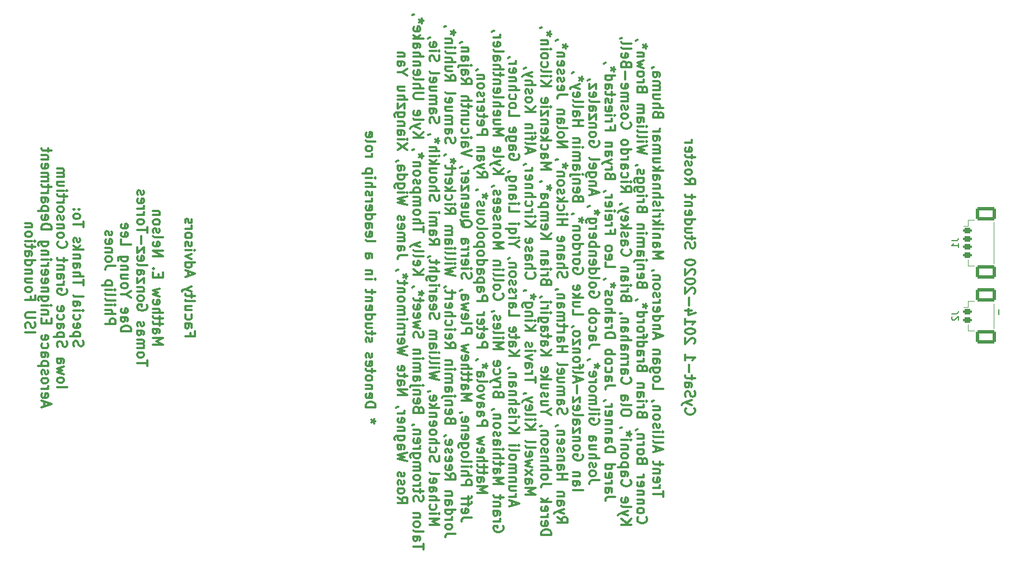
<source format=gbo>
G04 #@! TF.GenerationSoftware,KiCad,Pcbnew,(6.0.4-0)*
G04 #@! TF.CreationDate,2022-06-29T10:25:00-05:00*
G04 #@! TF.ProjectId,X+,582b2e6b-6963-4616-945f-706362585858,4*
G04 #@! TF.SameCoordinates,Original*
G04 #@! TF.FileFunction,Legend,Bot*
G04 #@! TF.FilePolarity,Positive*
%FSLAX46Y46*%
G04 Gerber Fmt 4.6, Leading zero omitted, Abs format (unit mm)*
G04 Created by KiCad (PCBNEW (6.0.4-0)) date 2022-06-29 10:25:00*
%MOMM*%
%LPD*%
G01*
G04 APERTURE LIST*
G04 Aperture macros list*
%AMRoundRect*
0 Rectangle with rounded corners*
0 $1 Rounding radius*
0 $2 $3 $4 $5 $6 $7 $8 $9 X,Y pos of 4 corners*
0 Add a 4 corners polygon primitive as box body*
4,1,4,$2,$3,$4,$5,$6,$7,$8,$9,$2,$3,0*
0 Add four circle primitives for the rounded corners*
1,1,$1+$1,$2,$3*
1,1,$1+$1,$4,$5*
1,1,$1+$1,$6,$7*
1,1,$1+$1,$8,$9*
0 Add four rect primitives between the rounded corners*
20,1,$1+$1,$2,$3,$4,$5,0*
20,1,$1+$1,$4,$5,$6,$7,0*
20,1,$1+$1,$6,$7,$8,$9,0*
20,1,$1+$1,$8,$9,$2,$3,0*%
G04 Aperture macros list end*
%ADD10C,0.150000*%
%ADD11C,0.300000*%
%ADD12C,0.120000*%
%ADD13RoundRect,0.200000X-0.450000X0.200000X-0.450000X-0.200000X0.450000X-0.200000X0.450000X0.200000X0*%
%ADD14RoundRect,0.250000X-1.250000X0.800000X-1.250000X-0.800000X1.250000X-0.800000X1.250000X0.800000X0*%
G04 APERTURE END LIST*
D10*
X430950000Y-173110000D02*
X430950000Y-173860000D01*
D11*
X308727142Y-176632142D02*
X308727142Y-177132142D01*
X307941428Y-177132142D02*
X309441428Y-177132142D01*
X309441428Y-176417857D01*
X307941428Y-175203571D02*
X308727142Y-175203571D01*
X308870000Y-175275000D01*
X308941428Y-175417857D01*
X308941428Y-175703571D01*
X308870000Y-175846428D01*
X308012857Y-175203571D02*
X307941428Y-175346428D01*
X307941428Y-175703571D01*
X308012857Y-175846428D01*
X308155714Y-175917857D01*
X308298571Y-175917857D01*
X308441428Y-175846428D01*
X308512857Y-175703571D01*
X308512857Y-175346428D01*
X308584285Y-175203571D01*
X308012857Y-173846428D02*
X307941428Y-173989285D01*
X307941428Y-174275000D01*
X308012857Y-174417857D01*
X308084285Y-174489285D01*
X308227142Y-174560714D01*
X308655714Y-174560714D01*
X308798571Y-174489285D01*
X308870000Y-174417857D01*
X308941428Y-174275000D01*
X308941428Y-173989285D01*
X308870000Y-173846428D01*
X308941428Y-172560714D02*
X307941428Y-172560714D01*
X308941428Y-173203571D02*
X308155714Y-173203571D01*
X308012857Y-173132142D01*
X307941428Y-172989285D01*
X307941428Y-172775000D01*
X308012857Y-172632142D01*
X308084285Y-172560714D01*
X307941428Y-171632142D02*
X308012857Y-171775000D01*
X308155714Y-171846428D01*
X309441428Y-171846428D01*
X308941428Y-171275000D02*
X308941428Y-170703571D01*
X309441428Y-171060714D02*
X308155714Y-171060714D01*
X308012857Y-170989285D01*
X307941428Y-170846428D01*
X307941428Y-170703571D01*
X308941428Y-170346428D02*
X307941428Y-169989285D01*
X308941428Y-169632142D02*
X307941428Y-169989285D01*
X307584285Y-170132142D01*
X307512857Y-170203571D01*
X307441428Y-170346428D01*
X308370000Y-167989285D02*
X308370000Y-167275000D01*
X307941428Y-168132142D02*
X309441428Y-167632142D01*
X307941428Y-167132142D01*
X307941428Y-165989285D02*
X309441428Y-165989285D01*
X308012857Y-165989285D02*
X307941428Y-166132142D01*
X307941428Y-166417857D01*
X308012857Y-166560714D01*
X308084285Y-166632142D01*
X308227142Y-166703571D01*
X308655714Y-166703571D01*
X308798571Y-166632142D01*
X308870000Y-166560714D01*
X308941428Y-166417857D01*
X308941428Y-166132142D01*
X308870000Y-165989285D01*
X308941428Y-165417857D02*
X307941428Y-165060714D01*
X308941428Y-164703571D01*
X307941428Y-164132142D02*
X308941428Y-164132142D01*
X309441428Y-164132142D02*
X309370000Y-164203571D01*
X309298571Y-164132142D01*
X309370000Y-164060714D01*
X309441428Y-164132142D01*
X309298571Y-164132142D01*
X308012857Y-163489285D02*
X307941428Y-163346428D01*
X307941428Y-163060714D01*
X308012857Y-162917857D01*
X308155714Y-162846428D01*
X308227142Y-162846428D01*
X308370000Y-162917857D01*
X308441428Y-163060714D01*
X308441428Y-163275000D01*
X308512857Y-163417857D01*
X308655714Y-163489285D01*
X308727142Y-163489285D01*
X308870000Y-163417857D01*
X308941428Y-163275000D01*
X308941428Y-163060714D01*
X308870000Y-162917857D01*
X307941428Y-161989285D02*
X308012857Y-162132142D01*
X308084285Y-162203571D01*
X308227142Y-162275000D01*
X308655714Y-162275000D01*
X308798571Y-162203571D01*
X308870000Y-162132142D01*
X308941428Y-161989285D01*
X308941428Y-161775000D01*
X308870000Y-161632142D01*
X308798571Y-161560714D01*
X308655714Y-161489285D01*
X308227142Y-161489285D01*
X308084285Y-161560714D01*
X308012857Y-161632142D01*
X307941428Y-161775000D01*
X307941428Y-161989285D01*
X307941428Y-160846428D02*
X308941428Y-160846428D01*
X308655714Y-160846428D02*
X308798571Y-160775000D01*
X308870000Y-160703571D01*
X308941428Y-160560714D01*
X308941428Y-160417857D01*
X308012857Y-159989285D02*
X307941428Y-159846428D01*
X307941428Y-159560714D01*
X308012857Y-159417857D01*
X308155714Y-159346428D01*
X308227142Y-159346428D01*
X308370000Y-159417857D01*
X308441428Y-159560714D01*
X308441428Y-159775000D01*
X308512857Y-159917857D01*
X308655714Y-159989285D01*
X308727142Y-159989285D01*
X308870000Y-159917857D01*
X308941428Y-159775000D01*
X308941428Y-159560714D01*
X308870000Y-159417857D01*
X303111428Y-178382142D02*
X304611428Y-178382142D01*
X303540000Y-177882142D01*
X304611428Y-177382142D01*
X303111428Y-177382142D01*
X303111428Y-176025000D02*
X303897142Y-176025000D01*
X304040000Y-176096428D01*
X304111428Y-176239285D01*
X304111428Y-176525000D01*
X304040000Y-176667857D01*
X303182857Y-176025000D02*
X303111428Y-176167857D01*
X303111428Y-176525000D01*
X303182857Y-176667857D01*
X303325714Y-176739285D01*
X303468571Y-176739285D01*
X303611428Y-176667857D01*
X303682857Y-176525000D01*
X303682857Y-176167857D01*
X303754285Y-176025000D01*
X304111428Y-175525000D02*
X304111428Y-174953571D01*
X304611428Y-175310714D02*
X303325714Y-175310714D01*
X303182857Y-175239285D01*
X303111428Y-175096428D01*
X303111428Y-174953571D01*
X304111428Y-174667857D02*
X304111428Y-174096428D01*
X304611428Y-174453571D02*
X303325714Y-174453571D01*
X303182857Y-174382142D01*
X303111428Y-174239285D01*
X303111428Y-174096428D01*
X303111428Y-173596428D02*
X304611428Y-173596428D01*
X303111428Y-172953571D02*
X303897142Y-172953571D01*
X304040000Y-173025000D01*
X304111428Y-173167857D01*
X304111428Y-173382142D01*
X304040000Y-173525000D01*
X303968571Y-173596428D01*
X303182857Y-171667857D02*
X303111428Y-171810714D01*
X303111428Y-172096428D01*
X303182857Y-172239285D01*
X303325714Y-172310714D01*
X303897142Y-172310714D01*
X304040000Y-172239285D01*
X304111428Y-172096428D01*
X304111428Y-171810714D01*
X304040000Y-171667857D01*
X303897142Y-171596428D01*
X303754285Y-171596428D01*
X303611428Y-172310714D01*
X304111428Y-171096428D02*
X303111428Y-170810714D01*
X303825714Y-170525000D01*
X303111428Y-170239285D01*
X304111428Y-169953571D01*
X303897142Y-168239285D02*
X303897142Y-167739285D01*
X303111428Y-167525000D02*
X303111428Y-168239285D01*
X304611428Y-168239285D01*
X304611428Y-167525000D01*
X303254285Y-166882142D02*
X303182857Y-166810714D01*
X303111428Y-166882142D01*
X303182857Y-166953571D01*
X303254285Y-166882142D01*
X303111428Y-166882142D01*
X303111428Y-165025000D02*
X304611428Y-165025000D01*
X303111428Y-164167857D01*
X304611428Y-164167857D01*
X303182857Y-162882142D02*
X303111428Y-163025000D01*
X303111428Y-163310714D01*
X303182857Y-163453571D01*
X303325714Y-163525000D01*
X303897142Y-163525000D01*
X304040000Y-163453571D01*
X304111428Y-163310714D01*
X304111428Y-163025000D01*
X304040000Y-162882142D01*
X303897142Y-162810714D01*
X303754285Y-162810714D01*
X303611428Y-163525000D01*
X303111428Y-161953571D02*
X303182857Y-162096428D01*
X303325714Y-162167857D01*
X304611428Y-162167857D01*
X303182857Y-161453571D02*
X303111428Y-161310714D01*
X303111428Y-161025000D01*
X303182857Y-160882142D01*
X303325714Y-160810714D01*
X303397142Y-160810714D01*
X303540000Y-160882142D01*
X303611428Y-161025000D01*
X303611428Y-161239285D01*
X303682857Y-161382142D01*
X303825714Y-161453571D01*
X303897142Y-161453571D01*
X304040000Y-161382142D01*
X304111428Y-161239285D01*
X304111428Y-161025000D01*
X304040000Y-160882142D01*
X303111428Y-159953571D02*
X303182857Y-160096428D01*
X303254285Y-160167857D01*
X303397142Y-160239285D01*
X303825714Y-160239285D01*
X303968571Y-160167857D01*
X304040000Y-160096428D01*
X304111428Y-159953571D01*
X304111428Y-159739285D01*
X304040000Y-159596428D01*
X303968571Y-159525000D01*
X303825714Y-159453571D01*
X303397142Y-159453571D01*
X303254285Y-159525000D01*
X303182857Y-159596428D01*
X303111428Y-159739285D01*
X303111428Y-159953571D01*
X304111428Y-158810714D02*
X303111428Y-158810714D01*
X303968571Y-158810714D02*
X304040000Y-158739285D01*
X304111428Y-158596428D01*
X304111428Y-158382142D01*
X304040000Y-158239285D01*
X303897142Y-158167857D01*
X303111428Y-158167857D01*
X302196428Y-181632142D02*
X302196428Y-180775000D01*
X300696428Y-181203571D02*
X302196428Y-181203571D01*
X300696428Y-180060714D02*
X300767857Y-180203571D01*
X300839285Y-180275000D01*
X300982142Y-180346428D01*
X301410714Y-180346428D01*
X301553571Y-180275000D01*
X301625000Y-180203571D01*
X301696428Y-180060714D01*
X301696428Y-179846428D01*
X301625000Y-179703571D01*
X301553571Y-179632142D01*
X301410714Y-179560714D01*
X300982142Y-179560714D01*
X300839285Y-179632142D01*
X300767857Y-179703571D01*
X300696428Y-179846428D01*
X300696428Y-180060714D01*
X300696428Y-178917857D02*
X301696428Y-178917857D01*
X301553571Y-178917857D02*
X301625000Y-178846428D01*
X301696428Y-178703571D01*
X301696428Y-178489285D01*
X301625000Y-178346428D01*
X301482142Y-178275000D01*
X300696428Y-178275000D01*
X301482142Y-178275000D02*
X301625000Y-178203571D01*
X301696428Y-178060714D01*
X301696428Y-177846428D01*
X301625000Y-177703571D01*
X301482142Y-177632142D01*
X300696428Y-177632142D01*
X300696428Y-176275000D02*
X301482142Y-176275000D01*
X301625000Y-176346428D01*
X301696428Y-176489285D01*
X301696428Y-176775000D01*
X301625000Y-176917857D01*
X300767857Y-176275000D02*
X300696428Y-176417857D01*
X300696428Y-176775000D01*
X300767857Y-176917857D01*
X300910714Y-176989285D01*
X301053571Y-176989285D01*
X301196428Y-176917857D01*
X301267857Y-176775000D01*
X301267857Y-176417857D01*
X301339285Y-176275000D01*
X300767857Y-175632142D02*
X300696428Y-175489285D01*
X300696428Y-175203571D01*
X300767857Y-175060714D01*
X300910714Y-174989285D01*
X300982142Y-174989285D01*
X301125000Y-175060714D01*
X301196428Y-175203571D01*
X301196428Y-175417857D01*
X301267857Y-175560714D01*
X301410714Y-175632142D01*
X301482142Y-175632142D01*
X301625000Y-175560714D01*
X301696428Y-175417857D01*
X301696428Y-175203571D01*
X301625000Y-175060714D01*
X302125000Y-172417857D02*
X302196428Y-172560714D01*
X302196428Y-172775000D01*
X302125000Y-172989285D01*
X301982142Y-173132142D01*
X301839285Y-173203571D01*
X301553571Y-173275000D01*
X301339285Y-173275000D01*
X301053571Y-173203571D01*
X300910714Y-173132142D01*
X300767857Y-172989285D01*
X300696428Y-172775000D01*
X300696428Y-172632142D01*
X300767857Y-172417857D01*
X300839285Y-172346428D01*
X301339285Y-172346428D01*
X301339285Y-172632142D01*
X300696428Y-171489285D02*
X300767857Y-171632142D01*
X300839285Y-171703571D01*
X300982142Y-171775000D01*
X301410714Y-171775000D01*
X301553571Y-171703571D01*
X301625000Y-171632142D01*
X301696428Y-171489285D01*
X301696428Y-171275000D01*
X301625000Y-171132142D01*
X301553571Y-171060714D01*
X301410714Y-170989285D01*
X300982142Y-170989285D01*
X300839285Y-171060714D01*
X300767857Y-171132142D01*
X300696428Y-171275000D01*
X300696428Y-171489285D01*
X301696428Y-170346428D02*
X300696428Y-170346428D01*
X301553571Y-170346428D02*
X301625000Y-170275000D01*
X301696428Y-170132142D01*
X301696428Y-169917857D01*
X301625000Y-169775000D01*
X301482142Y-169703571D01*
X300696428Y-169703571D01*
X301696428Y-169132142D02*
X301696428Y-168346428D01*
X300696428Y-169132142D01*
X300696428Y-168346428D01*
X300696428Y-167132142D02*
X301482142Y-167132142D01*
X301625000Y-167203571D01*
X301696428Y-167346428D01*
X301696428Y-167632142D01*
X301625000Y-167775000D01*
X300767857Y-167132142D02*
X300696428Y-167275000D01*
X300696428Y-167632142D01*
X300767857Y-167775000D01*
X300910714Y-167846428D01*
X301053571Y-167846428D01*
X301196428Y-167775000D01*
X301267857Y-167632142D01*
X301267857Y-167275000D01*
X301339285Y-167132142D01*
X300696428Y-166203571D02*
X300767857Y-166346428D01*
X300910714Y-166417857D01*
X302196428Y-166417857D01*
X300767857Y-165060714D02*
X300696428Y-165203571D01*
X300696428Y-165489285D01*
X300767857Y-165632142D01*
X300910714Y-165703571D01*
X301482142Y-165703571D01*
X301625000Y-165632142D01*
X301696428Y-165489285D01*
X301696428Y-165203571D01*
X301625000Y-165060714D01*
X301482142Y-164989285D01*
X301339285Y-164989285D01*
X301196428Y-165703571D01*
X301696428Y-164489285D02*
X301696428Y-163703571D01*
X300696428Y-164489285D01*
X300696428Y-163703571D01*
X301267857Y-163132142D02*
X301267857Y-161989285D01*
X302196428Y-161489285D02*
X302196428Y-160632142D01*
X300696428Y-161060714D02*
X302196428Y-161060714D01*
X300696428Y-159917857D02*
X300767857Y-160060714D01*
X300839285Y-160132142D01*
X300982142Y-160203571D01*
X301410714Y-160203571D01*
X301553571Y-160132142D01*
X301625000Y-160060714D01*
X301696428Y-159917857D01*
X301696428Y-159703571D01*
X301625000Y-159560714D01*
X301553571Y-159489285D01*
X301410714Y-159417857D01*
X300982142Y-159417857D01*
X300839285Y-159489285D01*
X300767857Y-159560714D01*
X300696428Y-159703571D01*
X300696428Y-159917857D01*
X300696428Y-158775000D02*
X301696428Y-158775000D01*
X301410714Y-158775000D02*
X301553571Y-158703571D01*
X301625000Y-158632142D01*
X301696428Y-158489285D01*
X301696428Y-158346428D01*
X300696428Y-157846428D02*
X301696428Y-157846428D01*
X301410714Y-157846428D02*
X301553571Y-157775000D01*
X301625000Y-157703571D01*
X301696428Y-157560714D01*
X301696428Y-157417857D01*
X300767857Y-156346428D02*
X300696428Y-156489285D01*
X300696428Y-156775000D01*
X300767857Y-156917857D01*
X300910714Y-156989285D01*
X301482142Y-156989285D01*
X301625000Y-156917857D01*
X301696428Y-156775000D01*
X301696428Y-156489285D01*
X301625000Y-156346428D01*
X301482142Y-156275000D01*
X301339285Y-156275000D01*
X301196428Y-156989285D01*
X300767857Y-155703571D02*
X300696428Y-155560714D01*
X300696428Y-155275000D01*
X300767857Y-155132142D01*
X300910714Y-155060714D01*
X300982142Y-155060714D01*
X301125000Y-155132142D01*
X301196428Y-155275000D01*
X301196428Y-155489285D01*
X301267857Y-155632142D01*
X301410714Y-155703571D01*
X301482142Y-155703571D01*
X301625000Y-155632142D01*
X301696428Y-155489285D01*
X301696428Y-155275000D01*
X301625000Y-155132142D01*
X298281428Y-176382142D02*
X299781428Y-176382142D01*
X299781428Y-176025000D01*
X299710000Y-175810714D01*
X299567142Y-175667857D01*
X299424285Y-175596428D01*
X299138571Y-175525000D01*
X298924285Y-175525000D01*
X298638571Y-175596428D01*
X298495714Y-175667857D01*
X298352857Y-175810714D01*
X298281428Y-176025000D01*
X298281428Y-176382142D01*
X298281428Y-174239285D02*
X299067142Y-174239285D01*
X299210000Y-174310714D01*
X299281428Y-174453571D01*
X299281428Y-174739285D01*
X299210000Y-174882142D01*
X298352857Y-174239285D02*
X298281428Y-174382142D01*
X298281428Y-174739285D01*
X298352857Y-174882142D01*
X298495714Y-174953571D01*
X298638571Y-174953571D01*
X298781428Y-174882142D01*
X298852857Y-174739285D01*
X298852857Y-174382142D01*
X298924285Y-174239285D01*
X298352857Y-172953571D02*
X298281428Y-173096428D01*
X298281428Y-173382142D01*
X298352857Y-173525000D01*
X298495714Y-173596428D01*
X299067142Y-173596428D01*
X299210000Y-173525000D01*
X299281428Y-173382142D01*
X299281428Y-173096428D01*
X299210000Y-172953571D01*
X299067142Y-172882142D01*
X298924285Y-172882142D01*
X298781428Y-173596428D01*
X298995714Y-170810714D02*
X298281428Y-170810714D01*
X299781428Y-171310714D02*
X298995714Y-170810714D01*
X299781428Y-170310714D01*
X298281428Y-169596428D02*
X298352857Y-169739285D01*
X298424285Y-169810714D01*
X298567142Y-169882142D01*
X298995714Y-169882142D01*
X299138571Y-169810714D01*
X299210000Y-169739285D01*
X299281428Y-169596428D01*
X299281428Y-169382142D01*
X299210000Y-169239285D01*
X299138571Y-169167857D01*
X298995714Y-169096428D01*
X298567142Y-169096428D01*
X298424285Y-169167857D01*
X298352857Y-169239285D01*
X298281428Y-169382142D01*
X298281428Y-169596428D01*
X299281428Y-167810714D02*
X298281428Y-167810714D01*
X299281428Y-168453571D02*
X298495714Y-168453571D01*
X298352857Y-168382142D01*
X298281428Y-168239285D01*
X298281428Y-168025000D01*
X298352857Y-167882142D01*
X298424285Y-167810714D01*
X299281428Y-167096428D02*
X298281428Y-167096428D01*
X299138571Y-167096428D02*
X299210000Y-167025000D01*
X299281428Y-166882142D01*
X299281428Y-166667857D01*
X299210000Y-166525000D01*
X299067142Y-166453571D01*
X298281428Y-166453571D01*
X299281428Y-165096428D02*
X298067142Y-165096428D01*
X297924285Y-165167857D01*
X297852857Y-165239285D01*
X297781428Y-165382142D01*
X297781428Y-165596428D01*
X297852857Y-165739285D01*
X298352857Y-165096428D02*
X298281428Y-165239285D01*
X298281428Y-165525000D01*
X298352857Y-165667857D01*
X298424285Y-165739285D01*
X298567142Y-165810714D01*
X298995714Y-165810714D01*
X299138571Y-165739285D01*
X299210000Y-165667857D01*
X299281428Y-165525000D01*
X299281428Y-165239285D01*
X299210000Y-165096428D01*
X298281428Y-162525000D02*
X298281428Y-163239285D01*
X299781428Y-163239285D01*
X298352857Y-161453571D02*
X298281428Y-161596428D01*
X298281428Y-161882142D01*
X298352857Y-162025000D01*
X298495714Y-162096428D01*
X299067142Y-162096428D01*
X299210000Y-162025000D01*
X299281428Y-161882142D01*
X299281428Y-161596428D01*
X299210000Y-161453571D01*
X299067142Y-161382142D01*
X298924285Y-161382142D01*
X298781428Y-162096428D01*
X298352857Y-160167857D02*
X298281428Y-160310714D01*
X298281428Y-160596428D01*
X298352857Y-160739285D01*
X298495714Y-160810714D01*
X299067142Y-160810714D01*
X299210000Y-160739285D01*
X299281428Y-160596428D01*
X299281428Y-160310714D01*
X299210000Y-160167857D01*
X299067142Y-160096428D01*
X298924285Y-160096428D01*
X298781428Y-160810714D01*
X295866428Y-175275000D02*
X297366428Y-175275000D01*
X297366428Y-174703571D01*
X297295000Y-174560714D01*
X297223571Y-174489285D01*
X297080714Y-174417857D01*
X296866428Y-174417857D01*
X296723571Y-174489285D01*
X296652142Y-174560714D01*
X296580714Y-174703571D01*
X296580714Y-175275000D01*
X295866428Y-173775000D02*
X297366428Y-173775000D01*
X295866428Y-173132142D02*
X296652142Y-173132142D01*
X296795000Y-173203571D01*
X296866428Y-173346428D01*
X296866428Y-173560714D01*
X296795000Y-173703571D01*
X296723571Y-173775000D01*
X295866428Y-172417857D02*
X296866428Y-172417857D01*
X297366428Y-172417857D02*
X297295000Y-172489285D01*
X297223571Y-172417857D01*
X297295000Y-172346428D01*
X297366428Y-172417857D01*
X297223571Y-172417857D01*
X295866428Y-171489285D02*
X295937857Y-171632142D01*
X296080714Y-171703571D01*
X297366428Y-171703571D01*
X295866428Y-170703571D02*
X295937857Y-170846428D01*
X296080714Y-170917857D01*
X297366428Y-170917857D01*
X295866428Y-170132142D02*
X296866428Y-170132142D01*
X297366428Y-170132142D02*
X297295000Y-170203571D01*
X297223571Y-170132142D01*
X297295000Y-170060714D01*
X297366428Y-170132142D01*
X297223571Y-170132142D01*
X296866428Y-169417857D02*
X295366428Y-169417857D01*
X296795000Y-169417857D02*
X296866428Y-169275000D01*
X296866428Y-168989285D01*
X296795000Y-168846428D01*
X296723571Y-168775000D01*
X296580714Y-168703571D01*
X296152142Y-168703571D01*
X296009285Y-168775000D01*
X295937857Y-168846428D01*
X295866428Y-168989285D01*
X295866428Y-169275000D01*
X295937857Y-169417857D01*
X297366428Y-166489285D02*
X296295000Y-166489285D01*
X296080714Y-166560714D01*
X295937857Y-166703571D01*
X295866428Y-166917857D01*
X295866428Y-167060714D01*
X295866428Y-165560714D02*
X295937857Y-165703571D01*
X296009285Y-165775000D01*
X296152142Y-165846428D01*
X296580714Y-165846428D01*
X296723571Y-165775000D01*
X296795000Y-165703571D01*
X296866428Y-165560714D01*
X296866428Y-165346428D01*
X296795000Y-165203571D01*
X296723571Y-165132142D01*
X296580714Y-165060714D01*
X296152142Y-165060714D01*
X296009285Y-165132142D01*
X295937857Y-165203571D01*
X295866428Y-165346428D01*
X295866428Y-165560714D01*
X296866428Y-164417857D02*
X295866428Y-164417857D01*
X296723571Y-164417857D02*
X296795000Y-164346428D01*
X296866428Y-164203571D01*
X296866428Y-163989285D01*
X296795000Y-163846428D01*
X296652142Y-163775000D01*
X295866428Y-163775000D01*
X295937857Y-162489285D02*
X295866428Y-162632142D01*
X295866428Y-162917857D01*
X295937857Y-163060714D01*
X296080714Y-163132142D01*
X296652142Y-163132142D01*
X296795000Y-163060714D01*
X296866428Y-162917857D01*
X296866428Y-162632142D01*
X296795000Y-162489285D01*
X296652142Y-162417857D01*
X296509285Y-162417857D01*
X296366428Y-163132142D01*
X295937857Y-161846428D02*
X295866428Y-161703571D01*
X295866428Y-161417857D01*
X295937857Y-161275000D01*
X296080714Y-161203571D01*
X296152142Y-161203571D01*
X296295000Y-161275000D01*
X296366428Y-161417857D01*
X296366428Y-161632142D01*
X296437857Y-161775000D01*
X296580714Y-161846428D01*
X296652142Y-161846428D01*
X296795000Y-161775000D01*
X296866428Y-161632142D01*
X296866428Y-161417857D01*
X296795000Y-161275000D01*
X291107857Y-178667857D02*
X291036428Y-178453571D01*
X291036428Y-178096428D01*
X291107857Y-177953571D01*
X291179285Y-177882142D01*
X291322142Y-177810714D01*
X291465000Y-177810714D01*
X291607857Y-177882142D01*
X291679285Y-177953571D01*
X291750714Y-178096428D01*
X291822142Y-178382142D01*
X291893571Y-178525000D01*
X291965000Y-178596428D01*
X292107857Y-178667857D01*
X292250714Y-178667857D01*
X292393571Y-178596428D01*
X292465000Y-178525000D01*
X292536428Y-178382142D01*
X292536428Y-178025000D01*
X292465000Y-177810714D01*
X292036428Y-177167857D02*
X290536428Y-177167857D01*
X291965000Y-177167857D02*
X292036428Y-177025000D01*
X292036428Y-176739285D01*
X291965000Y-176596428D01*
X291893571Y-176525000D01*
X291750714Y-176453571D01*
X291322142Y-176453571D01*
X291179285Y-176525000D01*
X291107857Y-176596428D01*
X291036428Y-176739285D01*
X291036428Y-177025000D01*
X291107857Y-177167857D01*
X291107857Y-175239285D02*
X291036428Y-175382142D01*
X291036428Y-175667857D01*
X291107857Y-175810714D01*
X291250714Y-175882142D01*
X291822142Y-175882142D01*
X291965000Y-175810714D01*
X292036428Y-175667857D01*
X292036428Y-175382142D01*
X291965000Y-175239285D01*
X291822142Y-175167857D01*
X291679285Y-175167857D01*
X291536428Y-175882142D01*
X291107857Y-173882142D02*
X291036428Y-174025000D01*
X291036428Y-174310714D01*
X291107857Y-174453571D01*
X291179285Y-174525000D01*
X291322142Y-174596428D01*
X291750714Y-174596428D01*
X291893571Y-174525000D01*
X291965000Y-174453571D01*
X292036428Y-174310714D01*
X292036428Y-174025000D01*
X291965000Y-173882142D01*
X291036428Y-173239285D02*
X292036428Y-173239285D01*
X292536428Y-173239285D02*
X292465000Y-173310714D01*
X292393571Y-173239285D01*
X292465000Y-173167857D01*
X292536428Y-173239285D01*
X292393571Y-173239285D01*
X291036428Y-171882142D02*
X291822142Y-171882142D01*
X291965000Y-171953571D01*
X292036428Y-172096428D01*
X292036428Y-172382142D01*
X291965000Y-172525000D01*
X291107857Y-171882142D02*
X291036428Y-172025000D01*
X291036428Y-172382142D01*
X291107857Y-172525000D01*
X291250714Y-172596428D01*
X291393571Y-172596428D01*
X291536428Y-172525000D01*
X291607857Y-172382142D01*
X291607857Y-172025000D01*
X291679285Y-171882142D01*
X291036428Y-170953571D02*
X291107857Y-171096428D01*
X291250714Y-171167857D01*
X292536428Y-171167857D01*
X292536428Y-169453571D02*
X292536428Y-168596428D01*
X291036428Y-169025000D02*
X292536428Y-169025000D01*
X291036428Y-168096428D02*
X292536428Y-168096428D01*
X291036428Y-167453571D02*
X291822142Y-167453571D01*
X291965000Y-167525000D01*
X292036428Y-167667857D01*
X292036428Y-167882142D01*
X291965000Y-168025000D01*
X291893571Y-168096428D01*
X291036428Y-166096428D02*
X291822142Y-166096428D01*
X291965000Y-166167857D01*
X292036428Y-166310714D01*
X292036428Y-166596428D01*
X291965000Y-166739285D01*
X291107857Y-166096428D02*
X291036428Y-166239285D01*
X291036428Y-166596428D01*
X291107857Y-166739285D01*
X291250714Y-166810714D01*
X291393571Y-166810714D01*
X291536428Y-166739285D01*
X291607857Y-166596428D01*
X291607857Y-166239285D01*
X291679285Y-166096428D01*
X292036428Y-165382142D02*
X291036428Y-165382142D01*
X291893571Y-165382142D02*
X291965000Y-165310714D01*
X292036428Y-165167857D01*
X292036428Y-164953571D01*
X291965000Y-164810714D01*
X291822142Y-164739285D01*
X291036428Y-164739285D01*
X291036428Y-164025000D02*
X292536428Y-164025000D01*
X291607857Y-163882142D02*
X291036428Y-163453571D01*
X292036428Y-163453571D02*
X291465000Y-164025000D01*
X291107857Y-162882142D02*
X291036428Y-162739285D01*
X291036428Y-162453571D01*
X291107857Y-162310714D01*
X291250714Y-162239285D01*
X291322142Y-162239285D01*
X291465000Y-162310714D01*
X291536428Y-162453571D01*
X291536428Y-162667857D01*
X291607857Y-162810714D01*
X291750714Y-162882142D01*
X291822142Y-162882142D01*
X291965000Y-162810714D01*
X292036428Y-162667857D01*
X292036428Y-162453571D01*
X291965000Y-162310714D01*
X292536428Y-160667857D02*
X292536428Y-159810714D01*
X291036428Y-160239285D02*
X292536428Y-160239285D01*
X291036428Y-159096428D02*
X291107857Y-159239285D01*
X291179285Y-159310714D01*
X291322142Y-159382142D01*
X291750714Y-159382142D01*
X291893571Y-159310714D01*
X291965000Y-159239285D01*
X292036428Y-159096428D01*
X292036428Y-158882142D01*
X291965000Y-158739285D01*
X291893571Y-158667857D01*
X291750714Y-158596428D01*
X291322142Y-158596428D01*
X291179285Y-158667857D01*
X291107857Y-158739285D01*
X291036428Y-158882142D01*
X291036428Y-159096428D01*
X291179285Y-157953571D02*
X291107857Y-157882142D01*
X291036428Y-157953571D01*
X291107857Y-158025000D01*
X291179285Y-157953571D01*
X291036428Y-157953571D01*
X291965000Y-157953571D02*
X291893571Y-157882142D01*
X291822142Y-157953571D01*
X291893571Y-158025000D01*
X291965000Y-157953571D01*
X291822142Y-157953571D01*
X288621428Y-184810714D02*
X290121428Y-184810714D01*
X288621428Y-183882142D02*
X288692857Y-184025000D01*
X288764285Y-184096428D01*
X288907142Y-184167857D01*
X289335714Y-184167857D01*
X289478571Y-184096428D01*
X289550000Y-184025000D01*
X289621428Y-183882142D01*
X289621428Y-183667857D01*
X289550000Y-183525000D01*
X289478571Y-183453571D01*
X289335714Y-183382142D01*
X288907142Y-183382142D01*
X288764285Y-183453571D01*
X288692857Y-183525000D01*
X288621428Y-183667857D01*
X288621428Y-183882142D01*
X289621428Y-182882142D02*
X288621428Y-182596428D01*
X289335714Y-182310714D01*
X288621428Y-182025000D01*
X289621428Y-181739285D01*
X288621428Y-180525000D02*
X289407142Y-180525000D01*
X289550000Y-180596428D01*
X289621428Y-180739285D01*
X289621428Y-181025000D01*
X289550000Y-181167857D01*
X288692857Y-180525000D02*
X288621428Y-180667857D01*
X288621428Y-181025000D01*
X288692857Y-181167857D01*
X288835714Y-181239285D01*
X288978571Y-181239285D01*
X289121428Y-181167857D01*
X289192857Y-181025000D01*
X289192857Y-180667857D01*
X289264285Y-180525000D01*
X288692857Y-178739285D02*
X288621428Y-178525000D01*
X288621428Y-178167857D01*
X288692857Y-178025000D01*
X288764285Y-177953571D01*
X288907142Y-177882142D01*
X289050000Y-177882142D01*
X289192857Y-177953571D01*
X289264285Y-178025000D01*
X289335714Y-178167857D01*
X289407142Y-178453571D01*
X289478571Y-178596428D01*
X289550000Y-178667857D01*
X289692857Y-178739285D01*
X289835714Y-178739285D01*
X289978571Y-178667857D01*
X290050000Y-178596428D01*
X290121428Y-178453571D01*
X290121428Y-178096428D01*
X290050000Y-177882142D01*
X289621428Y-177239285D02*
X288121428Y-177239285D01*
X289550000Y-177239285D02*
X289621428Y-177096428D01*
X289621428Y-176810714D01*
X289550000Y-176667857D01*
X289478571Y-176596428D01*
X289335714Y-176525000D01*
X288907142Y-176525000D01*
X288764285Y-176596428D01*
X288692857Y-176667857D01*
X288621428Y-176810714D01*
X288621428Y-177096428D01*
X288692857Y-177239285D01*
X288621428Y-175239285D02*
X289407142Y-175239285D01*
X289550000Y-175310714D01*
X289621428Y-175453571D01*
X289621428Y-175739285D01*
X289550000Y-175882142D01*
X288692857Y-175239285D02*
X288621428Y-175382142D01*
X288621428Y-175739285D01*
X288692857Y-175882142D01*
X288835714Y-175953571D01*
X288978571Y-175953571D01*
X289121428Y-175882142D01*
X289192857Y-175739285D01*
X289192857Y-175382142D01*
X289264285Y-175239285D01*
X288692857Y-173882142D02*
X288621428Y-174025000D01*
X288621428Y-174310714D01*
X288692857Y-174453571D01*
X288764285Y-174525000D01*
X288907142Y-174596428D01*
X289335714Y-174596428D01*
X289478571Y-174525000D01*
X289550000Y-174453571D01*
X289621428Y-174310714D01*
X289621428Y-174025000D01*
X289550000Y-173882142D01*
X288692857Y-172667857D02*
X288621428Y-172810714D01*
X288621428Y-173096428D01*
X288692857Y-173239285D01*
X288835714Y-173310714D01*
X289407142Y-173310714D01*
X289550000Y-173239285D01*
X289621428Y-173096428D01*
X289621428Y-172810714D01*
X289550000Y-172667857D01*
X289407142Y-172596428D01*
X289264285Y-172596428D01*
X289121428Y-173310714D01*
X290050000Y-170025000D02*
X290121428Y-170167857D01*
X290121428Y-170382142D01*
X290050000Y-170596428D01*
X289907142Y-170739285D01*
X289764285Y-170810714D01*
X289478571Y-170882142D01*
X289264285Y-170882142D01*
X288978571Y-170810714D01*
X288835714Y-170739285D01*
X288692857Y-170596428D01*
X288621428Y-170382142D01*
X288621428Y-170239285D01*
X288692857Y-170025000D01*
X288764285Y-169953571D01*
X289264285Y-169953571D01*
X289264285Y-170239285D01*
X288621428Y-169310714D02*
X289621428Y-169310714D01*
X289335714Y-169310714D02*
X289478571Y-169239285D01*
X289550000Y-169167857D01*
X289621428Y-169025000D01*
X289621428Y-168882142D01*
X288621428Y-167739285D02*
X289407142Y-167739285D01*
X289550000Y-167810714D01*
X289621428Y-167953571D01*
X289621428Y-168239285D01*
X289550000Y-168382142D01*
X288692857Y-167739285D02*
X288621428Y-167882142D01*
X288621428Y-168239285D01*
X288692857Y-168382142D01*
X288835714Y-168453571D01*
X288978571Y-168453571D01*
X289121428Y-168382142D01*
X289192857Y-168239285D01*
X289192857Y-167882142D01*
X289264285Y-167739285D01*
X289621428Y-167025000D02*
X288621428Y-167025000D01*
X289478571Y-167025000D02*
X289550000Y-166953571D01*
X289621428Y-166810714D01*
X289621428Y-166596428D01*
X289550000Y-166453571D01*
X289407142Y-166382142D01*
X288621428Y-166382142D01*
X289621428Y-165882142D02*
X289621428Y-165310714D01*
X290121428Y-165667857D02*
X288835714Y-165667857D01*
X288692857Y-165596428D01*
X288621428Y-165453571D01*
X288621428Y-165310714D01*
X288764285Y-162810714D02*
X288692857Y-162882142D01*
X288621428Y-163096428D01*
X288621428Y-163239285D01*
X288692857Y-163453571D01*
X288835714Y-163596428D01*
X288978571Y-163667857D01*
X289264285Y-163739285D01*
X289478571Y-163739285D01*
X289764285Y-163667857D01*
X289907142Y-163596428D01*
X290050000Y-163453571D01*
X290121428Y-163239285D01*
X290121428Y-163096428D01*
X290050000Y-162882142D01*
X289978571Y-162810714D01*
X288621428Y-161953571D02*
X288692857Y-162096428D01*
X288764285Y-162167857D01*
X288907142Y-162239285D01*
X289335714Y-162239285D01*
X289478571Y-162167857D01*
X289550000Y-162096428D01*
X289621428Y-161953571D01*
X289621428Y-161739285D01*
X289550000Y-161596428D01*
X289478571Y-161525000D01*
X289335714Y-161453571D01*
X288907142Y-161453571D01*
X288764285Y-161525000D01*
X288692857Y-161596428D01*
X288621428Y-161739285D01*
X288621428Y-161953571D01*
X289621428Y-160810714D02*
X288621428Y-160810714D01*
X289478571Y-160810714D02*
X289550000Y-160739285D01*
X289621428Y-160596428D01*
X289621428Y-160382142D01*
X289550000Y-160239285D01*
X289407142Y-160167857D01*
X288621428Y-160167857D01*
X288692857Y-159525000D02*
X288621428Y-159382142D01*
X288621428Y-159096428D01*
X288692857Y-158953571D01*
X288835714Y-158882142D01*
X288907142Y-158882142D01*
X289050000Y-158953571D01*
X289121428Y-159096428D01*
X289121428Y-159310714D01*
X289192857Y-159453571D01*
X289335714Y-159525000D01*
X289407142Y-159525000D01*
X289550000Y-159453571D01*
X289621428Y-159310714D01*
X289621428Y-159096428D01*
X289550000Y-158953571D01*
X288621428Y-158025000D02*
X288692857Y-158167857D01*
X288764285Y-158239285D01*
X288907142Y-158310714D01*
X289335714Y-158310714D01*
X289478571Y-158239285D01*
X289550000Y-158167857D01*
X289621428Y-158025000D01*
X289621428Y-157810714D01*
X289550000Y-157667857D01*
X289478571Y-157596428D01*
X289335714Y-157525000D01*
X288907142Y-157525000D01*
X288764285Y-157596428D01*
X288692857Y-157667857D01*
X288621428Y-157810714D01*
X288621428Y-158025000D01*
X288621428Y-156882142D02*
X289621428Y-156882142D01*
X289335714Y-156882142D02*
X289478571Y-156810714D01*
X289550000Y-156739285D01*
X289621428Y-156596428D01*
X289621428Y-156453571D01*
X289621428Y-156167857D02*
X289621428Y-155596428D01*
X290121428Y-155953571D02*
X288835714Y-155953571D01*
X288692857Y-155882142D01*
X288621428Y-155739285D01*
X288621428Y-155596428D01*
X288621428Y-155096428D02*
X289621428Y-155096428D01*
X290121428Y-155096428D02*
X290050000Y-155167857D01*
X289978571Y-155096428D01*
X290050000Y-155025000D01*
X290121428Y-155096428D01*
X289978571Y-155096428D01*
X289621428Y-153739285D02*
X288621428Y-153739285D01*
X289621428Y-154382142D02*
X288835714Y-154382142D01*
X288692857Y-154310714D01*
X288621428Y-154167857D01*
X288621428Y-153953571D01*
X288692857Y-153810714D01*
X288764285Y-153739285D01*
X288621428Y-153025000D02*
X289621428Y-153025000D01*
X289478571Y-153025000D02*
X289550000Y-152953571D01*
X289621428Y-152810714D01*
X289621428Y-152596428D01*
X289550000Y-152453571D01*
X289407142Y-152382142D01*
X288621428Y-152382142D01*
X289407142Y-152382142D02*
X289550000Y-152310714D01*
X289621428Y-152167857D01*
X289621428Y-151953571D01*
X289550000Y-151810714D01*
X289407142Y-151739285D01*
X288621428Y-151739285D01*
X286635000Y-187739285D02*
X286635000Y-187025000D01*
X286206428Y-187882142D02*
X287706428Y-187382142D01*
X286206428Y-186882142D01*
X286277857Y-185810714D02*
X286206428Y-185953571D01*
X286206428Y-186239285D01*
X286277857Y-186382142D01*
X286420714Y-186453571D01*
X286992142Y-186453571D01*
X287135000Y-186382142D01*
X287206428Y-186239285D01*
X287206428Y-185953571D01*
X287135000Y-185810714D01*
X286992142Y-185739285D01*
X286849285Y-185739285D01*
X286706428Y-186453571D01*
X286206428Y-185096428D02*
X287206428Y-185096428D01*
X286920714Y-185096428D02*
X287063571Y-185025000D01*
X287135000Y-184953571D01*
X287206428Y-184810714D01*
X287206428Y-184667857D01*
X286206428Y-183953571D02*
X286277857Y-184096428D01*
X286349285Y-184167857D01*
X286492142Y-184239285D01*
X286920714Y-184239285D01*
X287063571Y-184167857D01*
X287135000Y-184096428D01*
X287206428Y-183953571D01*
X287206428Y-183739285D01*
X287135000Y-183596428D01*
X287063571Y-183525000D01*
X286920714Y-183453571D01*
X286492142Y-183453571D01*
X286349285Y-183525000D01*
X286277857Y-183596428D01*
X286206428Y-183739285D01*
X286206428Y-183953571D01*
X286277857Y-182882142D02*
X286206428Y-182739285D01*
X286206428Y-182453571D01*
X286277857Y-182310714D01*
X286420714Y-182239285D01*
X286492142Y-182239285D01*
X286635000Y-182310714D01*
X286706428Y-182453571D01*
X286706428Y-182667857D01*
X286777857Y-182810714D01*
X286920714Y-182882142D01*
X286992142Y-182882142D01*
X287135000Y-182810714D01*
X287206428Y-182667857D01*
X287206428Y-182453571D01*
X287135000Y-182310714D01*
X287206428Y-181596428D02*
X285706428Y-181596428D01*
X287135000Y-181596428D02*
X287206428Y-181453571D01*
X287206428Y-181167857D01*
X287135000Y-181025000D01*
X287063571Y-180953571D01*
X286920714Y-180882142D01*
X286492142Y-180882142D01*
X286349285Y-180953571D01*
X286277857Y-181025000D01*
X286206428Y-181167857D01*
X286206428Y-181453571D01*
X286277857Y-181596428D01*
X286206428Y-179596428D02*
X286992142Y-179596428D01*
X287135000Y-179667857D01*
X287206428Y-179810714D01*
X287206428Y-180096428D01*
X287135000Y-180239285D01*
X286277857Y-179596428D02*
X286206428Y-179739285D01*
X286206428Y-180096428D01*
X286277857Y-180239285D01*
X286420714Y-180310714D01*
X286563571Y-180310714D01*
X286706428Y-180239285D01*
X286777857Y-180096428D01*
X286777857Y-179739285D01*
X286849285Y-179596428D01*
X286277857Y-178239285D02*
X286206428Y-178382142D01*
X286206428Y-178667857D01*
X286277857Y-178810714D01*
X286349285Y-178882142D01*
X286492142Y-178953571D01*
X286920714Y-178953571D01*
X287063571Y-178882142D01*
X287135000Y-178810714D01*
X287206428Y-178667857D01*
X287206428Y-178382142D01*
X287135000Y-178239285D01*
X286277857Y-177025000D02*
X286206428Y-177167857D01*
X286206428Y-177453571D01*
X286277857Y-177596428D01*
X286420714Y-177667857D01*
X286992142Y-177667857D01*
X287135000Y-177596428D01*
X287206428Y-177453571D01*
X287206428Y-177167857D01*
X287135000Y-177025000D01*
X286992142Y-176953571D01*
X286849285Y-176953571D01*
X286706428Y-177667857D01*
X286992142Y-175167857D02*
X286992142Y-174667857D01*
X286206428Y-174453571D02*
X286206428Y-175167857D01*
X287706428Y-175167857D01*
X287706428Y-174453571D01*
X287206428Y-173810714D02*
X286206428Y-173810714D01*
X287063571Y-173810714D02*
X287135000Y-173739285D01*
X287206428Y-173596428D01*
X287206428Y-173382142D01*
X287135000Y-173239285D01*
X286992142Y-173167857D01*
X286206428Y-173167857D01*
X286206428Y-172453571D02*
X287206428Y-172453571D01*
X287706428Y-172453571D02*
X287635000Y-172525000D01*
X287563571Y-172453571D01*
X287635000Y-172382142D01*
X287706428Y-172453571D01*
X287563571Y-172453571D01*
X287206428Y-171096428D02*
X285992142Y-171096428D01*
X285849285Y-171167857D01*
X285777857Y-171239285D01*
X285706428Y-171382142D01*
X285706428Y-171596428D01*
X285777857Y-171739285D01*
X286277857Y-171096428D02*
X286206428Y-171239285D01*
X286206428Y-171525000D01*
X286277857Y-171667857D01*
X286349285Y-171739285D01*
X286492142Y-171810714D01*
X286920714Y-171810714D01*
X287063571Y-171739285D01*
X287135000Y-171667857D01*
X287206428Y-171525000D01*
X287206428Y-171239285D01*
X287135000Y-171096428D01*
X287206428Y-170382142D02*
X286206428Y-170382142D01*
X287063571Y-170382142D02*
X287135000Y-170310714D01*
X287206428Y-170167857D01*
X287206428Y-169953571D01*
X287135000Y-169810714D01*
X286992142Y-169739285D01*
X286206428Y-169739285D01*
X286277857Y-168453571D02*
X286206428Y-168596428D01*
X286206428Y-168882142D01*
X286277857Y-169025000D01*
X286420714Y-169096428D01*
X286992142Y-169096428D01*
X287135000Y-169025000D01*
X287206428Y-168882142D01*
X287206428Y-168596428D01*
X287135000Y-168453571D01*
X286992142Y-168382142D01*
X286849285Y-168382142D01*
X286706428Y-169096428D01*
X286277857Y-167167857D02*
X286206428Y-167310714D01*
X286206428Y-167596428D01*
X286277857Y-167739285D01*
X286420714Y-167810714D01*
X286992142Y-167810714D01*
X287135000Y-167739285D01*
X287206428Y-167596428D01*
X287206428Y-167310714D01*
X287135000Y-167167857D01*
X286992142Y-167096428D01*
X286849285Y-167096428D01*
X286706428Y-167810714D01*
X286206428Y-166453571D02*
X287206428Y-166453571D01*
X286920714Y-166453571D02*
X287063571Y-166382142D01*
X287135000Y-166310714D01*
X287206428Y-166167857D01*
X287206428Y-166025000D01*
X286206428Y-165525000D02*
X287206428Y-165525000D01*
X287706428Y-165525000D02*
X287635000Y-165596428D01*
X287563571Y-165525000D01*
X287635000Y-165453571D01*
X287706428Y-165525000D01*
X287563571Y-165525000D01*
X287206428Y-164810714D02*
X286206428Y-164810714D01*
X287063571Y-164810714D02*
X287135000Y-164739285D01*
X287206428Y-164596428D01*
X287206428Y-164382142D01*
X287135000Y-164239285D01*
X286992142Y-164167857D01*
X286206428Y-164167857D01*
X287206428Y-162810714D02*
X285992142Y-162810714D01*
X285849285Y-162882142D01*
X285777857Y-162953571D01*
X285706428Y-163096428D01*
X285706428Y-163310714D01*
X285777857Y-163453571D01*
X286277857Y-162810714D02*
X286206428Y-162953571D01*
X286206428Y-163239285D01*
X286277857Y-163382142D01*
X286349285Y-163453571D01*
X286492142Y-163525000D01*
X286920714Y-163525000D01*
X287063571Y-163453571D01*
X287135000Y-163382142D01*
X287206428Y-163239285D01*
X287206428Y-162953571D01*
X287135000Y-162810714D01*
X286206428Y-160953571D02*
X287706428Y-160953571D01*
X287706428Y-160596428D01*
X287635000Y-160382142D01*
X287492142Y-160239285D01*
X287349285Y-160167857D01*
X287063571Y-160096428D01*
X286849285Y-160096428D01*
X286563571Y-160167857D01*
X286420714Y-160239285D01*
X286277857Y-160382142D01*
X286206428Y-160596428D01*
X286206428Y-160953571D01*
X286277857Y-158882142D02*
X286206428Y-159025000D01*
X286206428Y-159310714D01*
X286277857Y-159453571D01*
X286420714Y-159525000D01*
X286992142Y-159525000D01*
X287135000Y-159453571D01*
X287206428Y-159310714D01*
X287206428Y-159025000D01*
X287135000Y-158882142D01*
X286992142Y-158810714D01*
X286849285Y-158810714D01*
X286706428Y-159525000D01*
X287206428Y-158167857D02*
X285706428Y-158167857D01*
X287135000Y-158167857D02*
X287206428Y-158025000D01*
X287206428Y-157739285D01*
X287135000Y-157596428D01*
X287063571Y-157525000D01*
X286920714Y-157453571D01*
X286492142Y-157453571D01*
X286349285Y-157525000D01*
X286277857Y-157596428D01*
X286206428Y-157739285D01*
X286206428Y-158025000D01*
X286277857Y-158167857D01*
X286206428Y-156167857D02*
X286992142Y-156167857D01*
X287135000Y-156239285D01*
X287206428Y-156382142D01*
X287206428Y-156667857D01*
X287135000Y-156810714D01*
X286277857Y-156167857D02*
X286206428Y-156310714D01*
X286206428Y-156667857D01*
X286277857Y-156810714D01*
X286420714Y-156882142D01*
X286563571Y-156882142D01*
X286706428Y-156810714D01*
X286777857Y-156667857D01*
X286777857Y-156310714D01*
X286849285Y-156167857D01*
X286206428Y-155453571D02*
X287206428Y-155453571D01*
X286920714Y-155453571D02*
X287063571Y-155382142D01*
X287135000Y-155310714D01*
X287206428Y-155167857D01*
X287206428Y-155025000D01*
X287206428Y-154739285D02*
X287206428Y-154167857D01*
X287706428Y-154525000D02*
X286420714Y-154525000D01*
X286277857Y-154453571D01*
X286206428Y-154310714D01*
X286206428Y-154167857D01*
X286206428Y-153667857D02*
X287206428Y-153667857D01*
X287063571Y-153667857D02*
X287135000Y-153596428D01*
X287206428Y-153453571D01*
X287206428Y-153239285D01*
X287135000Y-153096428D01*
X286992142Y-153025000D01*
X286206428Y-153025000D01*
X286992142Y-153025000D02*
X287135000Y-152953571D01*
X287206428Y-152810714D01*
X287206428Y-152596428D01*
X287135000Y-152453571D01*
X286992142Y-152382142D01*
X286206428Y-152382142D01*
X286277857Y-151096428D02*
X286206428Y-151239285D01*
X286206428Y-151525000D01*
X286277857Y-151667857D01*
X286420714Y-151739285D01*
X286992142Y-151739285D01*
X287135000Y-151667857D01*
X287206428Y-151525000D01*
X287206428Y-151239285D01*
X287135000Y-151096428D01*
X286992142Y-151025000D01*
X286849285Y-151025000D01*
X286706428Y-151739285D01*
X287206428Y-150382142D02*
X286206428Y-150382142D01*
X287063571Y-150382142D02*
X287135000Y-150310714D01*
X287206428Y-150167857D01*
X287206428Y-149953571D01*
X287135000Y-149810714D01*
X286992142Y-149739285D01*
X286206428Y-149739285D01*
X287206428Y-149239285D02*
X287206428Y-148667857D01*
X287706428Y-149025000D02*
X286420714Y-149025000D01*
X286277857Y-148953571D01*
X286206428Y-148810714D01*
X286206428Y-148667857D01*
X283791428Y-176525000D02*
X285291428Y-176525000D01*
X283862857Y-175882142D02*
X283791428Y-175667857D01*
X283791428Y-175310714D01*
X283862857Y-175167857D01*
X283934285Y-175096428D01*
X284077142Y-175025000D01*
X284220000Y-175025000D01*
X284362857Y-175096428D01*
X284434285Y-175167857D01*
X284505714Y-175310714D01*
X284577142Y-175596428D01*
X284648571Y-175739285D01*
X284720000Y-175810714D01*
X284862857Y-175882142D01*
X285005714Y-175882142D01*
X285148571Y-175810714D01*
X285220000Y-175739285D01*
X285291428Y-175596428D01*
X285291428Y-175239285D01*
X285220000Y-175025000D01*
X285291428Y-174382142D02*
X284077142Y-174382142D01*
X283934285Y-174310714D01*
X283862857Y-174239285D01*
X283791428Y-174096428D01*
X283791428Y-173810714D01*
X283862857Y-173667857D01*
X283934285Y-173596428D01*
X284077142Y-173525000D01*
X285291428Y-173525000D01*
X284577142Y-171167857D02*
X284577142Y-171667857D01*
X283791428Y-171667857D02*
X285291428Y-171667857D01*
X285291428Y-170953571D01*
X283791428Y-170167857D02*
X283862857Y-170310714D01*
X283934285Y-170382142D01*
X284077142Y-170453571D01*
X284505714Y-170453571D01*
X284648571Y-170382142D01*
X284720000Y-170310714D01*
X284791428Y-170167857D01*
X284791428Y-169953571D01*
X284720000Y-169810714D01*
X284648571Y-169739285D01*
X284505714Y-169667857D01*
X284077142Y-169667857D01*
X283934285Y-169739285D01*
X283862857Y-169810714D01*
X283791428Y-169953571D01*
X283791428Y-170167857D01*
X284791428Y-168382142D02*
X283791428Y-168382142D01*
X284791428Y-169025000D02*
X284005714Y-169025000D01*
X283862857Y-168953571D01*
X283791428Y-168810714D01*
X283791428Y-168596428D01*
X283862857Y-168453571D01*
X283934285Y-168382142D01*
X284791428Y-167667857D02*
X283791428Y-167667857D01*
X284648571Y-167667857D02*
X284720000Y-167596428D01*
X284791428Y-167453571D01*
X284791428Y-167239285D01*
X284720000Y-167096428D01*
X284577142Y-167025000D01*
X283791428Y-167025000D01*
X283791428Y-165667857D02*
X285291428Y-165667857D01*
X283862857Y-165667857D02*
X283791428Y-165810714D01*
X283791428Y-166096428D01*
X283862857Y-166239285D01*
X283934285Y-166310714D01*
X284077142Y-166382142D01*
X284505714Y-166382142D01*
X284648571Y-166310714D01*
X284720000Y-166239285D01*
X284791428Y-166096428D01*
X284791428Y-165810714D01*
X284720000Y-165667857D01*
X283791428Y-164310714D02*
X284577142Y-164310714D01*
X284720000Y-164382142D01*
X284791428Y-164525000D01*
X284791428Y-164810714D01*
X284720000Y-164953571D01*
X283862857Y-164310714D02*
X283791428Y-164453571D01*
X283791428Y-164810714D01*
X283862857Y-164953571D01*
X284005714Y-165025000D01*
X284148571Y-165025000D01*
X284291428Y-164953571D01*
X284362857Y-164810714D01*
X284362857Y-164453571D01*
X284434285Y-164310714D01*
X284791428Y-163810714D02*
X284791428Y-163239285D01*
X285291428Y-163596428D02*
X284005714Y-163596428D01*
X283862857Y-163525000D01*
X283791428Y-163382142D01*
X283791428Y-163239285D01*
X283791428Y-162739285D02*
X284791428Y-162739285D01*
X285291428Y-162739285D02*
X285220000Y-162810714D01*
X285148571Y-162739285D01*
X285220000Y-162667857D01*
X285291428Y-162739285D01*
X285148571Y-162739285D01*
X283791428Y-161810714D02*
X283862857Y-161953571D01*
X283934285Y-162025000D01*
X284077142Y-162096428D01*
X284505714Y-162096428D01*
X284648571Y-162025000D01*
X284720000Y-161953571D01*
X284791428Y-161810714D01*
X284791428Y-161596428D01*
X284720000Y-161453571D01*
X284648571Y-161382142D01*
X284505714Y-161310714D01*
X284077142Y-161310714D01*
X283934285Y-161382142D01*
X283862857Y-161453571D01*
X283791428Y-161596428D01*
X283791428Y-161810714D01*
X284791428Y-160667857D02*
X283791428Y-160667857D01*
X284648571Y-160667857D02*
X284720000Y-160596428D01*
X284791428Y-160453571D01*
X284791428Y-160239285D01*
X284720000Y-160096428D01*
X284577142Y-160025000D01*
X283791428Y-160025000D01*
X383659285Y-188025000D02*
X383587857Y-188096428D01*
X383516428Y-188310714D01*
X383516428Y-188453571D01*
X383587857Y-188667857D01*
X383730714Y-188810714D01*
X383873571Y-188882142D01*
X384159285Y-188953571D01*
X384373571Y-188953571D01*
X384659285Y-188882142D01*
X384802142Y-188810714D01*
X384945000Y-188667857D01*
X385016428Y-188453571D01*
X385016428Y-188310714D01*
X384945000Y-188096428D01*
X384873571Y-188025000D01*
X384516428Y-187525000D02*
X383516428Y-187167857D01*
X384516428Y-186810714D02*
X383516428Y-187167857D01*
X383159285Y-187310714D01*
X383087857Y-187382142D01*
X383016428Y-187525000D01*
X383587857Y-186310714D02*
X383516428Y-186096428D01*
X383516428Y-185739285D01*
X383587857Y-185596428D01*
X383659285Y-185525000D01*
X383802142Y-185453571D01*
X383945000Y-185453571D01*
X384087857Y-185525000D01*
X384159285Y-185596428D01*
X384230714Y-185739285D01*
X384302142Y-186025000D01*
X384373571Y-186167857D01*
X384445000Y-186239285D01*
X384587857Y-186310714D01*
X384730714Y-186310714D01*
X384873571Y-186239285D01*
X384945000Y-186167857D01*
X385016428Y-186025000D01*
X385016428Y-185667857D01*
X384945000Y-185453571D01*
X383516428Y-184167857D02*
X384302142Y-184167857D01*
X384445000Y-184239285D01*
X384516428Y-184382142D01*
X384516428Y-184667857D01*
X384445000Y-184810714D01*
X383587857Y-184167857D02*
X383516428Y-184310714D01*
X383516428Y-184667857D01*
X383587857Y-184810714D01*
X383730714Y-184882142D01*
X383873571Y-184882142D01*
X384016428Y-184810714D01*
X384087857Y-184667857D01*
X384087857Y-184310714D01*
X384159285Y-184167857D01*
X384516428Y-183667857D02*
X384516428Y-183096428D01*
X385016428Y-183453571D02*
X383730714Y-183453571D01*
X383587857Y-183382142D01*
X383516428Y-183239285D01*
X383516428Y-183096428D01*
X384087857Y-182596428D02*
X384087857Y-181453571D01*
X383516428Y-179953571D02*
X383516428Y-180810714D01*
X383516428Y-180382142D02*
X385016428Y-180382142D01*
X384802142Y-180525000D01*
X384659285Y-180667857D01*
X384587857Y-180810714D01*
X384873571Y-178239285D02*
X384945000Y-178167857D01*
X385016428Y-178025000D01*
X385016428Y-177667857D01*
X384945000Y-177525000D01*
X384873571Y-177453571D01*
X384730714Y-177382142D01*
X384587857Y-177382142D01*
X384373571Y-177453571D01*
X383516428Y-178310714D01*
X383516428Y-177382142D01*
X385016428Y-176453571D02*
X385016428Y-176310714D01*
X384945000Y-176167857D01*
X384873571Y-176096428D01*
X384730714Y-176025000D01*
X384445000Y-175953571D01*
X384087857Y-175953571D01*
X383802142Y-176025000D01*
X383659285Y-176096428D01*
X383587857Y-176167857D01*
X383516428Y-176310714D01*
X383516428Y-176453571D01*
X383587857Y-176596428D01*
X383659285Y-176667857D01*
X383802142Y-176739285D01*
X384087857Y-176810714D01*
X384445000Y-176810714D01*
X384730714Y-176739285D01*
X384873571Y-176667857D01*
X384945000Y-176596428D01*
X385016428Y-176453571D01*
X383516428Y-174525000D02*
X383516428Y-175382142D01*
X383516428Y-174953571D02*
X385016428Y-174953571D01*
X384802142Y-175096428D01*
X384659285Y-175239285D01*
X384587857Y-175382142D01*
X384516428Y-173239285D02*
X383516428Y-173239285D01*
X385087857Y-173596428D02*
X384016428Y-173953571D01*
X384016428Y-173025000D01*
X384087857Y-172453571D02*
X384087857Y-171310714D01*
X384873571Y-170667857D02*
X384945000Y-170596428D01*
X385016428Y-170453571D01*
X385016428Y-170096428D01*
X384945000Y-169953571D01*
X384873571Y-169882142D01*
X384730714Y-169810714D01*
X384587857Y-169810714D01*
X384373571Y-169882142D01*
X383516428Y-170739285D01*
X383516428Y-169810714D01*
X385016428Y-168882142D02*
X385016428Y-168739285D01*
X384945000Y-168596428D01*
X384873571Y-168525000D01*
X384730714Y-168453571D01*
X384445000Y-168382142D01*
X384087857Y-168382142D01*
X383802142Y-168453571D01*
X383659285Y-168525000D01*
X383587857Y-168596428D01*
X383516428Y-168739285D01*
X383516428Y-168882142D01*
X383587857Y-169025000D01*
X383659285Y-169096428D01*
X383802142Y-169167857D01*
X384087857Y-169239285D01*
X384445000Y-169239285D01*
X384730714Y-169167857D01*
X384873571Y-169096428D01*
X384945000Y-169025000D01*
X385016428Y-168882142D01*
X384873571Y-167810714D02*
X384945000Y-167739285D01*
X385016428Y-167596428D01*
X385016428Y-167239285D01*
X384945000Y-167096428D01*
X384873571Y-167025000D01*
X384730714Y-166953571D01*
X384587857Y-166953571D01*
X384373571Y-167025000D01*
X383516428Y-167882142D01*
X383516428Y-166953571D01*
X385016428Y-166025000D02*
X385016428Y-165882142D01*
X384945000Y-165739285D01*
X384873571Y-165667857D01*
X384730714Y-165596428D01*
X384445000Y-165525000D01*
X384087857Y-165525000D01*
X383802142Y-165596428D01*
X383659285Y-165667857D01*
X383587857Y-165739285D01*
X383516428Y-165882142D01*
X383516428Y-166025000D01*
X383587857Y-166167857D01*
X383659285Y-166239285D01*
X383802142Y-166310714D01*
X384087857Y-166382142D01*
X384445000Y-166382142D01*
X384730714Y-166310714D01*
X384873571Y-166239285D01*
X384945000Y-166167857D01*
X385016428Y-166025000D01*
X383587857Y-163810714D02*
X383516428Y-163596428D01*
X383516428Y-163239285D01*
X383587857Y-163096428D01*
X383659285Y-163025000D01*
X383802142Y-162953571D01*
X383945000Y-162953571D01*
X384087857Y-163025000D01*
X384159285Y-163096428D01*
X384230714Y-163239285D01*
X384302142Y-163525000D01*
X384373571Y-163667857D01*
X384445000Y-163739285D01*
X384587857Y-163810714D01*
X384730714Y-163810714D01*
X384873571Y-163739285D01*
X384945000Y-163667857D01*
X385016428Y-163525000D01*
X385016428Y-163167857D01*
X384945000Y-162953571D01*
X384516428Y-162525000D02*
X384516428Y-161953571D01*
X385016428Y-162310714D02*
X383730714Y-162310714D01*
X383587857Y-162239285D01*
X383516428Y-162096428D01*
X383516428Y-161953571D01*
X384516428Y-160810714D02*
X383516428Y-160810714D01*
X384516428Y-161453571D02*
X383730714Y-161453571D01*
X383587857Y-161382142D01*
X383516428Y-161239285D01*
X383516428Y-161025000D01*
X383587857Y-160882142D01*
X383659285Y-160810714D01*
X383516428Y-159453571D02*
X385016428Y-159453571D01*
X383587857Y-159453571D02*
X383516428Y-159596428D01*
X383516428Y-159882142D01*
X383587857Y-160025000D01*
X383659285Y-160096428D01*
X383802142Y-160167857D01*
X384230714Y-160167857D01*
X384373571Y-160096428D01*
X384445000Y-160025000D01*
X384516428Y-159882142D01*
X384516428Y-159596428D01*
X384445000Y-159453571D01*
X383587857Y-158167857D02*
X383516428Y-158310714D01*
X383516428Y-158596428D01*
X383587857Y-158739285D01*
X383730714Y-158810714D01*
X384302142Y-158810714D01*
X384445000Y-158739285D01*
X384516428Y-158596428D01*
X384516428Y-158310714D01*
X384445000Y-158167857D01*
X384302142Y-158096428D01*
X384159285Y-158096428D01*
X384016428Y-158810714D01*
X384516428Y-157453571D02*
X383516428Y-157453571D01*
X384373571Y-157453571D02*
X384445000Y-157382142D01*
X384516428Y-157239285D01*
X384516428Y-157025000D01*
X384445000Y-156882142D01*
X384302142Y-156810714D01*
X383516428Y-156810714D01*
X384516428Y-156310714D02*
X384516428Y-155739285D01*
X385016428Y-156096428D02*
X383730714Y-156096428D01*
X383587857Y-156025000D01*
X383516428Y-155882142D01*
X383516428Y-155739285D01*
X383516428Y-153239285D02*
X384230714Y-153739285D01*
X383516428Y-154096428D02*
X385016428Y-154096428D01*
X385016428Y-153525000D01*
X384945000Y-153382142D01*
X384873571Y-153310714D01*
X384730714Y-153239285D01*
X384516428Y-153239285D01*
X384373571Y-153310714D01*
X384302142Y-153382142D01*
X384230714Y-153525000D01*
X384230714Y-154096428D01*
X383516428Y-152382142D02*
X383587857Y-152525000D01*
X383659285Y-152596428D01*
X383802142Y-152667857D01*
X384230714Y-152667857D01*
X384373571Y-152596428D01*
X384445000Y-152525000D01*
X384516428Y-152382142D01*
X384516428Y-152167857D01*
X384445000Y-152025000D01*
X384373571Y-151953571D01*
X384230714Y-151882142D01*
X383802142Y-151882142D01*
X383659285Y-151953571D01*
X383587857Y-152025000D01*
X383516428Y-152167857D01*
X383516428Y-152382142D01*
X383587857Y-151310714D02*
X383516428Y-151167857D01*
X383516428Y-150882142D01*
X383587857Y-150739285D01*
X383730714Y-150667857D01*
X383802142Y-150667857D01*
X383945000Y-150739285D01*
X384016428Y-150882142D01*
X384016428Y-151096428D01*
X384087857Y-151239285D01*
X384230714Y-151310714D01*
X384302142Y-151310714D01*
X384445000Y-151239285D01*
X384516428Y-151096428D01*
X384516428Y-150882142D01*
X384445000Y-150739285D01*
X384516428Y-150239285D02*
X384516428Y-149667857D01*
X385016428Y-150025000D02*
X383730714Y-150025000D01*
X383587857Y-149953571D01*
X383516428Y-149810714D01*
X383516428Y-149667857D01*
X383587857Y-148596428D02*
X383516428Y-148739285D01*
X383516428Y-149025000D01*
X383587857Y-149167857D01*
X383730714Y-149239285D01*
X384302142Y-149239285D01*
X384445000Y-149167857D01*
X384516428Y-149025000D01*
X384516428Y-148739285D01*
X384445000Y-148596428D01*
X384302142Y-148525000D01*
X384159285Y-148525000D01*
X384016428Y-149239285D01*
X383516428Y-147882142D02*
X384516428Y-147882142D01*
X384230714Y-147882142D02*
X384373571Y-147810714D01*
X384445000Y-147739285D01*
X384516428Y-147596428D01*
X384516428Y-147453571D01*
X380186428Y-201417857D02*
X380186428Y-200560714D01*
X378686428Y-200989285D02*
X380186428Y-200989285D01*
X378686428Y-200060714D02*
X379686428Y-200060714D01*
X379400714Y-200060714D02*
X379543571Y-199989285D01*
X379615000Y-199917857D01*
X379686428Y-199775000D01*
X379686428Y-199632142D01*
X378757857Y-198560714D02*
X378686428Y-198703571D01*
X378686428Y-198989285D01*
X378757857Y-199132142D01*
X378900714Y-199203571D01*
X379472142Y-199203571D01*
X379615000Y-199132142D01*
X379686428Y-198989285D01*
X379686428Y-198703571D01*
X379615000Y-198560714D01*
X379472142Y-198489285D01*
X379329285Y-198489285D01*
X379186428Y-199203571D01*
X379686428Y-197846428D02*
X378686428Y-197846428D01*
X379543571Y-197846428D02*
X379615000Y-197775000D01*
X379686428Y-197632142D01*
X379686428Y-197417857D01*
X379615000Y-197275000D01*
X379472142Y-197203571D01*
X378686428Y-197203571D01*
X379686428Y-196703571D02*
X379686428Y-196132142D01*
X380186428Y-196489285D02*
X378900714Y-196489285D01*
X378757857Y-196417857D01*
X378686428Y-196275000D01*
X378686428Y-196132142D01*
X379115000Y-194560714D02*
X379115000Y-193846428D01*
X378686428Y-194703571D02*
X380186428Y-194203571D01*
X378686428Y-193703571D01*
X378686428Y-192989285D02*
X378757857Y-193132142D01*
X378900714Y-193203571D01*
X380186428Y-193203571D01*
X378686428Y-192203571D02*
X378757857Y-192346428D01*
X378900714Y-192417857D01*
X380186428Y-192417857D01*
X378686428Y-191632142D02*
X379686428Y-191632142D01*
X380186428Y-191632142D02*
X380115000Y-191703571D01*
X380043571Y-191632142D01*
X380115000Y-191560714D01*
X380186428Y-191632142D01*
X380043571Y-191632142D01*
X378757857Y-190989285D02*
X378686428Y-190846428D01*
X378686428Y-190560714D01*
X378757857Y-190417857D01*
X378900714Y-190346428D01*
X378972142Y-190346428D01*
X379115000Y-190417857D01*
X379186428Y-190560714D01*
X379186428Y-190775000D01*
X379257857Y-190917857D01*
X379400714Y-190989285D01*
X379472142Y-190989285D01*
X379615000Y-190917857D01*
X379686428Y-190775000D01*
X379686428Y-190560714D01*
X379615000Y-190417857D01*
X378686428Y-189489285D02*
X378757857Y-189632142D01*
X378829285Y-189703571D01*
X378972142Y-189775000D01*
X379400714Y-189775000D01*
X379543571Y-189703571D01*
X379615000Y-189632142D01*
X379686428Y-189489285D01*
X379686428Y-189275000D01*
X379615000Y-189132142D01*
X379543571Y-189060714D01*
X379400714Y-188989285D01*
X378972142Y-188989285D01*
X378829285Y-189060714D01*
X378757857Y-189132142D01*
X378686428Y-189275000D01*
X378686428Y-189489285D01*
X379686428Y-188346428D02*
X378686428Y-188346428D01*
X379543571Y-188346428D02*
X379615000Y-188275000D01*
X379686428Y-188132142D01*
X379686428Y-187917857D01*
X379615000Y-187775000D01*
X379472142Y-187703571D01*
X378686428Y-187703571D01*
X378757857Y-186917857D02*
X378686428Y-186917857D01*
X378543571Y-186989285D01*
X378472142Y-187060714D01*
X378686428Y-184417857D02*
X378686428Y-185132142D01*
X380186428Y-185132142D01*
X378686428Y-183703571D02*
X378757857Y-183846428D01*
X378829285Y-183917857D01*
X378972142Y-183989285D01*
X379400714Y-183989285D01*
X379543571Y-183917857D01*
X379615000Y-183846428D01*
X379686428Y-183703571D01*
X379686428Y-183489285D01*
X379615000Y-183346428D01*
X379543571Y-183275000D01*
X379400714Y-183203571D01*
X378972142Y-183203571D01*
X378829285Y-183275000D01*
X378757857Y-183346428D01*
X378686428Y-183489285D01*
X378686428Y-183703571D01*
X379686428Y-181917857D02*
X378472142Y-181917857D01*
X378329285Y-181989285D01*
X378257857Y-182060714D01*
X378186428Y-182203571D01*
X378186428Y-182417857D01*
X378257857Y-182560714D01*
X378757857Y-181917857D02*
X378686428Y-182060714D01*
X378686428Y-182346428D01*
X378757857Y-182489285D01*
X378829285Y-182560714D01*
X378972142Y-182632142D01*
X379400714Y-182632142D01*
X379543571Y-182560714D01*
X379615000Y-182489285D01*
X379686428Y-182346428D01*
X379686428Y-182060714D01*
X379615000Y-181917857D01*
X378686428Y-180560714D02*
X379472142Y-180560714D01*
X379615000Y-180632142D01*
X379686428Y-180775000D01*
X379686428Y-181060714D01*
X379615000Y-181203571D01*
X378757857Y-180560714D02*
X378686428Y-180703571D01*
X378686428Y-181060714D01*
X378757857Y-181203571D01*
X378900714Y-181275000D01*
X379043571Y-181275000D01*
X379186428Y-181203571D01*
X379257857Y-181060714D01*
X379257857Y-180703571D01*
X379329285Y-180560714D01*
X379686428Y-179846428D02*
X378686428Y-179846428D01*
X379543571Y-179846428D02*
X379615000Y-179775000D01*
X379686428Y-179632142D01*
X379686428Y-179417857D01*
X379615000Y-179275000D01*
X379472142Y-179203571D01*
X378686428Y-179203571D01*
X379115000Y-177417857D02*
X379115000Y-176703571D01*
X378686428Y-177560714D02*
X380186428Y-177060714D01*
X378686428Y-176560714D01*
X379686428Y-176060714D02*
X378686428Y-176060714D01*
X379543571Y-176060714D02*
X379615000Y-175989285D01*
X379686428Y-175846428D01*
X379686428Y-175632142D01*
X379615000Y-175489285D01*
X379472142Y-175417857D01*
X378686428Y-175417857D01*
X378686428Y-174060714D02*
X380186428Y-174060714D01*
X378757857Y-174060714D02*
X378686428Y-174203571D01*
X378686428Y-174489285D01*
X378757857Y-174632142D01*
X378829285Y-174703571D01*
X378972142Y-174775000D01*
X379400714Y-174775000D01*
X379543571Y-174703571D01*
X379615000Y-174632142D01*
X379686428Y-174489285D01*
X379686428Y-174203571D01*
X379615000Y-174060714D01*
X378757857Y-172775000D02*
X378686428Y-172917857D01*
X378686428Y-173203571D01*
X378757857Y-173346428D01*
X378900714Y-173417857D01*
X379472142Y-173417857D01*
X379615000Y-173346428D01*
X379686428Y-173203571D01*
X379686428Y-172917857D01*
X379615000Y-172775000D01*
X379472142Y-172703571D01*
X379329285Y-172703571D01*
X379186428Y-173417857D01*
X378686428Y-172060714D02*
X379686428Y-172060714D01*
X379400714Y-172060714D02*
X379543571Y-171989285D01*
X379615000Y-171917857D01*
X379686428Y-171775000D01*
X379686428Y-171632142D01*
X378757857Y-171203571D02*
X378686428Y-171060714D01*
X378686428Y-170775000D01*
X378757857Y-170632142D01*
X378900714Y-170560714D01*
X378972142Y-170560714D01*
X379115000Y-170632142D01*
X379186428Y-170775000D01*
X379186428Y-170989285D01*
X379257857Y-171132142D01*
X379400714Y-171203571D01*
X379472142Y-171203571D01*
X379615000Y-171132142D01*
X379686428Y-170989285D01*
X379686428Y-170775000D01*
X379615000Y-170632142D01*
X378686428Y-169703571D02*
X378757857Y-169846428D01*
X378829285Y-169917857D01*
X378972142Y-169989285D01*
X379400714Y-169989285D01*
X379543571Y-169917857D01*
X379615000Y-169846428D01*
X379686428Y-169703571D01*
X379686428Y-169489285D01*
X379615000Y-169346428D01*
X379543571Y-169275000D01*
X379400714Y-169203571D01*
X378972142Y-169203571D01*
X378829285Y-169275000D01*
X378757857Y-169346428D01*
X378686428Y-169489285D01*
X378686428Y-169703571D01*
X379686428Y-168560714D02*
X378686428Y-168560714D01*
X379543571Y-168560714D02*
X379615000Y-168489285D01*
X379686428Y-168346428D01*
X379686428Y-168132142D01*
X379615000Y-167989285D01*
X379472142Y-167917857D01*
X378686428Y-167917857D01*
X378757857Y-167132142D02*
X378686428Y-167132142D01*
X378543571Y-167203571D01*
X378472142Y-167275000D01*
X378686428Y-165346428D02*
X380186428Y-165346428D01*
X379115000Y-164846428D01*
X380186428Y-164346428D01*
X378686428Y-164346428D01*
X378686428Y-162989285D02*
X379472142Y-162989285D01*
X379615000Y-163060714D01*
X379686428Y-163203571D01*
X379686428Y-163489285D01*
X379615000Y-163632142D01*
X378757857Y-162989285D02*
X378686428Y-163132142D01*
X378686428Y-163489285D01*
X378757857Y-163632142D01*
X378900714Y-163703571D01*
X379043571Y-163703571D01*
X379186428Y-163632142D01*
X379257857Y-163489285D01*
X379257857Y-163132142D01*
X379329285Y-162989285D01*
X379686428Y-162275000D02*
X378686428Y-162275000D01*
X379543571Y-162275000D02*
X379615000Y-162203571D01*
X379686428Y-162060714D01*
X379686428Y-161846428D01*
X379615000Y-161703571D01*
X379472142Y-161632142D01*
X378686428Y-161632142D01*
X378686428Y-160917857D02*
X379686428Y-160917857D01*
X380186428Y-160917857D02*
X380115000Y-160989285D01*
X380043571Y-160917857D01*
X380115000Y-160846428D01*
X380186428Y-160917857D01*
X380043571Y-160917857D01*
X378686428Y-160203571D02*
X380186428Y-160203571D01*
X379257857Y-160060714D02*
X378686428Y-159632142D01*
X379686428Y-159632142D02*
X379115000Y-160203571D01*
X378686428Y-158989285D02*
X379686428Y-158989285D01*
X379400714Y-158989285D02*
X379543571Y-158917857D01*
X379615000Y-158846428D01*
X379686428Y-158703571D01*
X379686428Y-158560714D01*
X378686428Y-158060714D02*
X379686428Y-158060714D01*
X380186428Y-158060714D02*
X380115000Y-158132142D01*
X380043571Y-158060714D01*
X380115000Y-157989285D01*
X380186428Y-158060714D01*
X380043571Y-158060714D01*
X378757857Y-157417857D02*
X378686428Y-157275000D01*
X378686428Y-156989285D01*
X378757857Y-156846428D01*
X378900714Y-156775000D01*
X378972142Y-156775000D01*
X379115000Y-156846428D01*
X379186428Y-156989285D01*
X379186428Y-157203571D01*
X379257857Y-157346428D01*
X379400714Y-157417857D01*
X379472142Y-157417857D01*
X379615000Y-157346428D01*
X379686428Y-157203571D01*
X379686428Y-156989285D01*
X379615000Y-156846428D01*
X378686428Y-156132142D02*
X380186428Y-156132142D01*
X378686428Y-155489285D02*
X379472142Y-155489285D01*
X379615000Y-155560714D01*
X379686428Y-155703571D01*
X379686428Y-155917857D01*
X379615000Y-156060714D01*
X379543571Y-156132142D01*
X379686428Y-154775000D02*
X378686428Y-154775000D01*
X379543571Y-154775000D02*
X379615000Y-154703571D01*
X379686428Y-154560714D01*
X379686428Y-154346428D01*
X379615000Y-154203571D01*
X379472142Y-154132142D01*
X378686428Y-154132142D01*
X378686428Y-152775000D02*
X379472142Y-152775000D01*
X379615000Y-152846428D01*
X379686428Y-152989285D01*
X379686428Y-153275000D01*
X379615000Y-153417857D01*
X378757857Y-152775000D02*
X378686428Y-152917857D01*
X378686428Y-153275000D01*
X378757857Y-153417857D01*
X378900714Y-153489285D01*
X379043571Y-153489285D01*
X379186428Y-153417857D01*
X379257857Y-153275000D01*
X379257857Y-152917857D01*
X379329285Y-152775000D01*
X378686428Y-152060714D02*
X380186428Y-152060714D01*
X379257857Y-151917857D02*
X378686428Y-151489285D01*
X379686428Y-151489285D02*
X379115000Y-152060714D01*
X379686428Y-150203571D02*
X378686428Y-150203571D01*
X379686428Y-150846428D02*
X378900714Y-150846428D01*
X378757857Y-150775000D01*
X378686428Y-150632142D01*
X378686428Y-150417857D01*
X378757857Y-150275000D01*
X378829285Y-150203571D01*
X378686428Y-149489285D02*
X379686428Y-149489285D01*
X379543571Y-149489285D02*
X379615000Y-149417857D01*
X379686428Y-149275000D01*
X379686428Y-149060714D01*
X379615000Y-148917857D01*
X379472142Y-148846428D01*
X378686428Y-148846428D01*
X379472142Y-148846428D02*
X379615000Y-148775000D01*
X379686428Y-148632142D01*
X379686428Y-148417857D01*
X379615000Y-148275000D01*
X379472142Y-148203571D01*
X378686428Y-148203571D01*
X378686428Y-146846428D02*
X379472142Y-146846428D01*
X379615000Y-146917857D01*
X379686428Y-147060714D01*
X379686428Y-147346428D01*
X379615000Y-147489285D01*
X378757857Y-146846428D02*
X378686428Y-146989285D01*
X378686428Y-147346428D01*
X378757857Y-147489285D01*
X378900714Y-147560714D01*
X379043571Y-147560714D01*
X379186428Y-147489285D01*
X379257857Y-147346428D01*
X379257857Y-146989285D01*
X379329285Y-146846428D01*
X378686428Y-146132142D02*
X379686428Y-146132142D01*
X379400714Y-146132142D02*
X379543571Y-146060714D01*
X379615000Y-145989285D01*
X379686428Y-145846428D01*
X379686428Y-145703571D01*
X379472142Y-143560714D02*
X379400714Y-143346428D01*
X379329285Y-143275000D01*
X379186428Y-143203571D01*
X378972142Y-143203571D01*
X378829285Y-143275000D01*
X378757857Y-143346428D01*
X378686428Y-143489285D01*
X378686428Y-144060714D01*
X380186428Y-144060714D01*
X380186428Y-143560714D01*
X380115000Y-143417857D01*
X380043571Y-143346428D01*
X379900714Y-143275000D01*
X379757857Y-143275000D01*
X379615000Y-143346428D01*
X379543571Y-143417857D01*
X379472142Y-143560714D01*
X379472142Y-144060714D01*
X378686428Y-142560714D02*
X380186428Y-142560714D01*
X378686428Y-141917857D02*
X379472142Y-141917857D01*
X379615000Y-141989285D01*
X379686428Y-142132142D01*
X379686428Y-142346428D01*
X379615000Y-142489285D01*
X379543571Y-142560714D01*
X379686428Y-140560714D02*
X378686428Y-140560714D01*
X379686428Y-141203571D02*
X378900714Y-141203571D01*
X378757857Y-141132142D01*
X378686428Y-140989285D01*
X378686428Y-140775000D01*
X378757857Y-140632142D01*
X378829285Y-140560714D01*
X378686428Y-139846428D02*
X379686428Y-139846428D01*
X379543571Y-139846428D02*
X379615000Y-139775000D01*
X379686428Y-139632142D01*
X379686428Y-139417857D01*
X379615000Y-139275000D01*
X379472142Y-139203571D01*
X378686428Y-139203571D01*
X379472142Y-139203571D02*
X379615000Y-139132142D01*
X379686428Y-138989285D01*
X379686428Y-138775000D01*
X379615000Y-138632142D01*
X379472142Y-138560714D01*
X378686428Y-138560714D01*
X378686428Y-137203571D02*
X379472142Y-137203571D01*
X379615000Y-137275000D01*
X379686428Y-137417857D01*
X379686428Y-137703571D01*
X379615000Y-137846428D01*
X378757857Y-137203571D02*
X378686428Y-137346428D01*
X378686428Y-137703571D01*
X378757857Y-137846428D01*
X378900714Y-137917857D01*
X379043571Y-137917857D01*
X379186428Y-137846428D01*
X379257857Y-137703571D01*
X379257857Y-137346428D01*
X379329285Y-137203571D01*
X378757857Y-136417857D02*
X378686428Y-136417857D01*
X378543571Y-136489285D01*
X378472142Y-136560714D01*
X376414285Y-204489285D02*
X376342857Y-204560714D01*
X376271428Y-204775000D01*
X376271428Y-204917857D01*
X376342857Y-205132142D01*
X376485714Y-205275000D01*
X376628571Y-205346428D01*
X376914285Y-205417857D01*
X377128571Y-205417857D01*
X377414285Y-205346428D01*
X377557142Y-205275000D01*
X377700000Y-205132142D01*
X377771428Y-204917857D01*
X377771428Y-204775000D01*
X377700000Y-204560714D01*
X377628571Y-204489285D01*
X376271428Y-203632142D02*
X376342857Y-203775000D01*
X376414285Y-203846428D01*
X376557142Y-203917857D01*
X376985714Y-203917857D01*
X377128571Y-203846428D01*
X377200000Y-203775000D01*
X377271428Y-203632142D01*
X377271428Y-203417857D01*
X377200000Y-203275000D01*
X377128571Y-203203571D01*
X376985714Y-203132142D01*
X376557142Y-203132142D01*
X376414285Y-203203571D01*
X376342857Y-203275000D01*
X376271428Y-203417857D01*
X376271428Y-203632142D01*
X377271428Y-202489285D02*
X376271428Y-202489285D01*
X377128571Y-202489285D02*
X377200000Y-202417857D01*
X377271428Y-202275000D01*
X377271428Y-202060714D01*
X377200000Y-201917857D01*
X377057142Y-201846428D01*
X376271428Y-201846428D01*
X377271428Y-201132142D02*
X376271428Y-201132142D01*
X377128571Y-201132142D02*
X377200000Y-201060714D01*
X377271428Y-200917857D01*
X377271428Y-200703571D01*
X377200000Y-200560714D01*
X377057142Y-200489285D01*
X376271428Y-200489285D01*
X376342857Y-199203571D02*
X376271428Y-199346428D01*
X376271428Y-199632142D01*
X376342857Y-199775000D01*
X376485714Y-199846428D01*
X377057142Y-199846428D01*
X377200000Y-199775000D01*
X377271428Y-199632142D01*
X377271428Y-199346428D01*
X377200000Y-199203571D01*
X377057142Y-199132142D01*
X376914285Y-199132142D01*
X376771428Y-199846428D01*
X376271428Y-198489285D02*
X377271428Y-198489285D01*
X376985714Y-198489285D02*
X377128571Y-198417857D01*
X377200000Y-198346428D01*
X377271428Y-198203571D01*
X377271428Y-198060714D01*
X377057142Y-195917857D02*
X376985714Y-195703571D01*
X376914285Y-195632142D01*
X376771428Y-195560714D01*
X376557142Y-195560714D01*
X376414285Y-195632142D01*
X376342857Y-195703571D01*
X376271428Y-195846428D01*
X376271428Y-196417857D01*
X377771428Y-196417857D01*
X377771428Y-195917857D01*
X377700000Y-195775000D01*
X377628571Y-195703571D01*
X377485714Y-195632142D01*
X377342857Y-195632142D01*
X377200000Y-195703571D01*
X377128571Y-195775000D01*
X377057142Y-195917857D01*
X377057142Y-196417857D01*
X376271428Y-194703571D02*
X376342857Y-194846428D01*
X376414285Y-194917857D01*
X376557142Y-194989285D01*
X376985714Y-194989285D01*
X377128571Y-194917857D01*
X377200000Y-194846428D01*
X377271428Y-194703571D01*
X377271428Y-194489285D01*
X377200000Y-194346428D01*
X377128571Y-194275000D01*
X376985714Y-194203571D01*
X376557142Y-194203571D01*
X376414285Y-194275000D01*
X376342857Y-194346428D01*
X376271428Y-194489285D01*
X376271428Y-194703571D01*
X376271428Y-193560714D02*
X377271428Y-193560714D01*
X376985714Y-193560714D02*
X377128571Y-193489285D01*
X377200000Y-193417857D01*
X377271428Y-193275000D01*
X377271428Y-193132142D01*
X377271428Y-192632142D02*
X376271428Y-192632142D01*
X377128571Y-192632142D02*
X377200000Y-192560714D01*
X377271428Y-192417857D01*
X377271428Y-192203571D01*
X377200000Y-192060714D01*
X377057142Y-191989285D01*
X376271428Y-191989285D01*
X376342857Y-191203571D02*
X376271428Y-191203571D01*
X376128571Y-191275000D01*
X376057142Y-191346428D01*
X377057142Y-188917857D02*
X376985714Y-188703571D01*
X376914285Y-188632142D01*
X376771428Y-188560714D01*
X376557142Y-188560714D01*
X376414285Y-188632142D01*
X376342857Y-188703571D01*
X376271428Y-188846428D01*
X376271428Y-189417857D01*
X377771428Y-189417857D01*
X377771428Y-188917857D01*
X377700000Y-188775000D01*
X377628571Y-188703571D01*
X377485714Y-188632142D01*
X377342857Y-188632142D01*
X377200000Y-188703571D01*
X377128571Y-188775000D01*
X377057142Y-188917857D01*
X377057142Y-189417857D01*
X376271428Y-187917857D02*
X377271428Y-187917857D01*
X376985714Y-187917857D02*
X377128571Y-187846428D01*
X377200000Y-187775000D01*
X377271428Y-187632142D01*
X377271428Y-187489285D01*
X376271428Y-186989285D02*
X377271428Y-186989285D01*
X377771428Y-186989285D02*
X377700000Y-187060714D01*
X377628571Y-186989285D01*
X377700000Y-186917857D01*
X377771428Y-186989285D01*
X377628571Y-186989285D01*
X376271428Y-185632142D02*
X377057142Y-185632142D01*
X377200000Y-185703571D01*
X377271428Y-185846428D01*
X377271428Y-186132142D01*
X377200000Y-186275000D01*
X376342857Y-185632142D02*
X376271428Y-185775000D01*
X376271428Y-186132142D01*
X376342857Y-186275000D01*
X376485714Y-186346428D01*
X376628571Y-186346428D01*
X376771428Y-186275000D01*
X376842857Y-186132142D01*
X376842857Y-185775000D01*
X376914285Y-185632142D01*
X377271428Y-184917857D02*
X376271428Y-184917857D01*
X377128571Y-184917857D02*
X377200000Y-184846428D01*
X377271428Y-184703571D01*
X377271428Y-184489285D01*
X377200000Y-184346428D01*
X377057142Y-184275000D01*
X376271428Y-184275000D01*
X377057142Y-181917857D02*
X376985714Y-181703571D01*
X376914285Y-181632142D01*
X376771428Y-181560714D01*
X376557142Y-181560714D01*
X376414285Y-181632142D01*
X376342857Y-181703571D01*
X376271428Y-181846428D01*
X376271428Y-182417857D01*
X377771428Y-182417857D01*
X377771428Y-181917857D01*
X377700000Y-181775000D01*
X377628571Y-181703571D01*
X377485714Y-181632142D01*
X377342857Y-181632142D01*
X377200000Y-181703571D01*
X377128571Y-181775000D01*
X377057142Y-181917857D01*
X377057142Y-182417857D01*
X376271428Y-180917857D02*
X377271428Y-180917857D01*
X376985714Y-180917857D02*
X377128571Y-180846428D01*
X377200000Y-180775000D01*
X377271428Y-180632142D01*
X377271428Y-180489285D01*
X376271428Y-179346428D02*
X377057142Y-179346428D01*
X377200000Y-179417857D01*
X377271428Y-179560714D01*
X377271428Y-179846428D01*
X377200000Y-179989285D01*
X376342857Y-179346428D02*
X376271428Y-179489285D01*
X376271428Y-179846428D01*
X376342857Y-179989285D01*
X376485714Y-180060714D01*
X376628571Y-180060714D01*
X376771428Y-179989285D01*
X376842857Y-179846428D01*
X376842857Y-179489285D01*
X376914285Y-179346428D01*
X376271428Y-177989285D02*
X377771428Y-177989285D01*
X376342857Y-177989285D02*
X376271428Y-178132142D01*
X376271428Y-178417857D01*
X376342857Y-178560714D01*
X376414285Y-178632142D01*
X376557142Y-178703571D01*
X376985714Y-178703571D01*
X377128571Y-178632142D01*
X377200000Y-178560714D01*
X377271428Y-178417857D01*
X377271428Y-178132142D01*
X377200000Y-177989285D01*
X377271428Y-177489285D02*
X377271428Y-176917857D01*
X376271428Y-177275000D02*
X377557142Y-177275000D01*
X377700000Y-177203571D01*
X377771428Y-177060714D01*
X377771428Y-176917857D01*
X376271428Y-176203571D02*
X376342857Y-176346428D01*
X376414285Y-176417857D01*
X376557142Y-176489285D01*
X376985714Y-176489285D01*
X377128571Y-176417857D01*
X377200000Y-176346428D01*
X377271428Y-176203571D01*
X377271428Y-175989285D01*
X377200000Y-175846428D01*
X377128571Y-175775000D01*
X376985714Y-175703571D01*
X376557142Y-175703571D01*
X376414285Y-175775000D01*
X376342857Y-175846428D01*
X376271428Y-175989285D01*
X376271428Y-176203571D01*
X376271428Y-175060714D02*
X377271428Y-175060714D01*
X376985714Y-175060714D02*
X377128571Y-174989285D01*
X377200000Y-174917857D01*
X377271428Y-174775000D01*
X377271428Y-174632142D01*
X376271428Y-173489285D02*
X377771428Y-173489285D01*
X376342857Y-173489285D02*
X376271428Y-173632142D01*
X376271428Y-173917857D01*
X376342857Y-174060714D01*
X376414285Y-174132142D01*
X376557142Y-174203571D01*
X376985714Y-174203571D01*
X377128571Y-174132142D01*
X377200000Y-174060714D01*
X377271428Y-173917857D01*
X377271428Y-173632142D01*
X377200000Y-173489285D01*
X377771428Y-172560714D02*
X377414285Y-172560714D01*
X377557142Y-172917857D02*
X377414285Y-172560714D01*
X377557142Y-172203571D01*
X377128571Y-172775000D02*
X377414285Y-172560714D01*
X377128571Y-172346428D01*
X376342857Y-171560714D02*
X376271428Y-171560714D01*
X376128571Y-171632142D01*
X376057142Y-171703571D01*
X377057142Y-169275000D02*
X376985714Y-169060714D01*
X376914285Y-168989285D01*
X376771428Y-168917857D01*
X376557142Y-168917857D01*
X376414285Y-168989285D01*
X376342857Y-169060714D01*
X376271428Y-169203571D01*
X376271428Y-169775000D01*
X377771428Y-169775000D01*
X377771428Y-169275000D01*
X377700000Y-169132142D01*
X377628571Y-169060714D01*
X377485714Y-168989285D01*
X377342857Y-168989285D01*
X377200000Y-169060714D01*
X377128571Y-169132142D01*
X377057142Y-169275000D01*
X377057142Y-169775000D01*
X376342857Y-167703571D02*
X376271428Y-167846428D01*
X376271428Y-168132142D01*
X376342857Y-168275000D01*
X376485714Y-168346428D01*
X377057142Y-168346428D01*
X377200000Y-168275000D01*
X377271428Y-168132142D01*
X377271428Y-167846428D01*
X377200000Y-167703571D01*
X377057142Y-167632142D01*
X376914285Y-167632142D01*
X376771428Y-168346428D01*
X377271428Y-166989285D02*
X376271428Y-166989285D01*
X377128571Y-166989285D02*
X377200000Y-166917857D01*
X377271428Y-166775000D01*
X377271428Y-166560714D01*
X377200000Y-166417857D01*
X377057142Y-166346428D01*
X376271428Y-166346428D01*
X377271428Y-165632142D02*
X375985714Y-165632142D01*
X375842857Y-165703571D01*
X375771428Y-165846428D01*
X375771428Y-165917857D01*
X377771428Y-165632142D02*
X377700000Y-165703571D01*
X377628571Y-165632142D01*
X377700000Y-165560714D01*
X377771428Y-165632142D01*
X377628571Y-165632142D01*
X376271428Y-164275000D02*
X377057142Y-164275000D01*
X377200000Y-164346428D01*
X377271428Y-164489285D01*
X377271428Y-164775000D01*
X377200000Y-164917857D01*
X376342857Y-164275000D02*
X376271428Y-164417857D01*
X376271428Y-164775000D01*
X376342857Y-164917857D01*
X376485714Y-164989285D01*
X376628571Y-164989285D01*
X376771428Y-164917857D01*
X376842857Y-164775000D01*
X376842857Y-164417857D01*
X376914285Y-164275000D01*
X376271428Y-163560714D02*
X377271428Y-163560714D01*
X377128571Y-163560714D02*
X377200000Y-163489285D01*
X377271428Y-163346428D01*
X377271428Y-163132142D01*
X377200000Y-162989285D01*
X377057142Y-162917857D01*
X376271428Y-162917857D01*
X377057142Y-162917857D02*
X377200000Y-162846428D01*
X377271428Y-162703571D01*
X377271428Y-162489285D01*
X377200000Y-162346428D01*
X377057142Y-162275000D01*
X376271428Y-162275000D01*
X376271428Y-161560714D02*
X377271428Y-161560714D01*
X377771428Y-161560714D02*
X377700000Y-161632142D01*
X377628571Y-161560714D01*
X377700000Y-161489285D01*
X377771428Y-161560714D01*
X377628571Y-161560714D01*
X377271428Y-160846428D02*
X376271428Y-160846428D01*
X377128571Y-160846428D02*
X377200000Y-160775000D01*
X377271428Y-160632142D01*
X377271428Y-160417857D01*
X377200000Y-160275000D01*
X377057142Y-160203571D01*
X376271428Y-160203571D01*
X377057142Y-157846428D02*
X376985714Y-157632142D01*
X376914285Y-157560714D01*
X376771428Y-157489285D01*
X376557142Y-157489285D01*
X376414285Y-157560714D01*
X376342857Y-157632142D01*
X376271428Y-157775000D01*
X376271428Y-158346428D01*
X377771428Y-158346428D01*
X377771428Y-157846428D01*
X377700000Y-157703571D01*
X377628571Y-157632142D01*
X377485714Y-157560714D01*
X377342857Y-157560714D01*
X377200000Y-157632142D01*
X377128571Y-157703571D01*
X377057142Y-157846428D01*
X377057142Y-158346428D01*
X376271428Y-156846428D02*
X377271428Y-156846428D01*
X376985714Y-156846428D02*
X377128571Y-156775000D01*
X377200000Y-156703571D01*
X377271428Y-156560714D01*
X377271428Y-156417857D01*
X376271428Y-155917857D02*
X377271428Y-155917857D01*
X377771428Y-155917857D02*
X377700000Y-155989285D01*
X377628571Y-155917857D01*
X377700000Y-155846428D01*
X377771428Y-155917857D01*
X377628571Y-155917857D01*
X377271428Y-154560714D02*
X376057142Y-154560714D01*
X375914285Y-154632142D01*
X375842857Y-154703571D01*
X375771428Y-154846428D01*
X375771428Y-155060714D01*
X375842857Y-155203571D01*
X376342857Y-154560714D02*
X376271428Y-154703571D01*
X376271428Y-154989285D01*
X376342857Y-155132142D01*
X376414285Y-155203571D01*
X376557142Y-155275000D01*
X376985714Y-155275000D01*
X377128571Y-155203571D01*
X377200000Y-155132142D01*
X377271428Y-154989285D01*
X377271428Y-154703571D01*
X377200000Y-154560714D01*
X377271428Y-153203571D02*
X376057142Y-153203571D01*
X375914285Y-153275000D01*
X375842857Y-153346428D01*
X375771428Y-153489285D01*
X375771428Y-153703571D01*
X375842857Y-153846428D01*
X376342857Y-153203571D02*
X376271428Y-153346428D01*
X376271428Y-153632142D01*
X376342857Y-153775000D01*
X376414285Y-153846428D01*
X376557142Y-153917857D01*
X376985714Y-153917857D01*
X377128571Y-153846428D01*
X377200000Y-153775000D01*
X377271428Y-153632142D01*
X377271428Y-153346428D01*
X377200000Y-153203571D01*
X376342857Y-152560714D02*
X376271428Y-152417857D01*
X376271428Y-152132142D01*
X376342857Y-151989285D01*
X376485714Y-151917857D01*
X376557142Y-151917857D01*
X376700000Y-151989285D01*
X376771428Y-152132142D01*
X376771428Y-152346428D01*
X376842857Y-152489285D01*
X376985714Y-152560714D01*
X377057142Y-152560714D01*
X377200000Y-152489285D01*
X377271428Y-152346428D01*
X377271428Y-152132142D01*
X377200000Y-151989285D01*
X376342857Y-151203571D02*
X376271428Y-151203571D01*
X376128571Y-151275000D01*
X376057142Y-151346428D01*
X377771428Y-149560714D02*
X376271428Y-149203571D01*
X377342857Y-148917857D01*
X376271428Y-148632142D01*
X377771428Y-148275000D01*
X376271428Y-147703571D02*
X377271428Y-147703571D01*
X377771428Y-147703571D02*
X377700000Y-147775000D01*
X377628571Y-147703571D01*
X377700000Y-147632142D01*
X377771428Y-147703571D01*
X377628571Y-147703571D01*
X376271428Y-146775000D02*
X376342857Y-146917857D01*
X376485714Y-146989285D01*
X377771428Y-146989285D01*
X376271428Y-145989285D02*
X376342857Y-146132142D01*
X376485714Y-146203571D01*
X377771428Y-146203571D01*
X376271428Y-145417857D02*
X377271428Y-145417857D01*
X377771428Y-145417857D02*
X377700000Y-145489285D01*
X377628571Y-145417857D01*
X377700000Y-145346428D01*
X377771428Y-145417857D01*
X377628571Y-145417857D01*
X376271428Y-144060714D02*
X377057142Y-144060714D01*
X377200000Y-144132142D01*
X377271428Y-144275000D01*
X377271428Y-144560714D01*
X377200000Y-144703571D01*
X376342857Y-144060714D02*
X376271428Y-144203571D01*
X376271428Y-144560714D01*
X376342857Y-144703571D01*
X376485714Y-144775000D01*
X376628571Y-144775000D01*
X376771428Y-144703571D01*
X376842857Y-144560714D01*
X376842857Y-144203571D01*
X376914285Y-144060714D01*
X376271428Y-143346428D02*
X377271428Y-143346428D01*
X377128571Y-143346428D02*
X377200000Y-143275000D01*
X377271428Y-143132142D01*
X377271428Y-142917857D01*
X377200000Y-142775000D01*
X377057142Y-142703571D01*
X376271428Y-142703571D01*
X377057142Y-142703571D02*
X377200000Y-142632142D01*
X377271428Y-142489285D01*
X377271428Y-142275000D01*
X377200000Y-142132142D01*
X377057142Y-142060714D01*
X376271428Y-142060714D01*
X377057142Y-139703571D02*
X376985714Y-139489285D01*
X376914285Y-139417857D01*
X376771428Y-139346428D01*
X376557142Y-139346428D01*
X376414285Y-139417857D01*
X376342857Y-139489285D01*
X376271428Y-139632142D01*
X376271428Y-140203571D01*
X377771428Y-140203571D01*
X377771428Y-139703571D01*
X377700000Y-139560714D01*
X377628571Y-139489285D01*
X377485714Y-139417857D01*
X377342857Y-139417857D01*
X377200000Y-139489285D01*
X377128571Y-139560714D01*
X377057142Y-139703571D01*
X377057142Y-140203571D01*
X376271428Y-138703571D02*
X377271428Y-138703571D01*
X376985714Y-138703571D02*
X377128571Y-138632142D01*
X377200000Y-138560714D01*
X377271428Y-138417857D01*
X377271428Y-138275000D01*
X376271428Y-137560714D02*
X376342857Y-137703571D01*
X376414285Y-137775000D01*
X376557142Y-137846428D01*
X376985714Y-137846428D01*
X377128571Y-137775000D01*
X377200000Y-137703571D01*
X377271428Y-137560714D01*
X377271428Y-137346428D01*
X377200000Y-137203571D01*
X377128571Y-137132142D01*
X376985714Y-137060714D01*
X376557142Y-137060714D01*
X376414285Y-137132142D01*
X376342857Y-137203571D01*
X376271428Y-137346428D01*
X376271428Y-137560714D01*
X377271428Y-136560714D02*
X376271428Y-136275000D01*
X376985714Y-135989285D01*
X376271428Y-135703571D01*
X377271428Y-135417857D01*
X377271428Y-134846428D02*
X376271428Y-134846428D01*
X377128571Y-134846428D02*
X377200000Y-134775000D01*
X377271428Y-134632142D01*
X377271428Y-134417857D01*
X377200000Y-134275000D01*
X377057142Y-134203571D01*
X376271428Y-134203571D01*
X377771428Y-133275000D02*
X377414285Y-133275000D01*
X377557142Y-133632142D02*
X377414285Y-133275000D01*
X377557142Y-132917857D01*
X377128571Y-133489285D02*
X377414285Y-133275000D01*
X377128571Y-133060714D01*
X376342857Y-132275000D02*
X376271428Y-132275000D01*
X376128571Y-132346428D01*
X376057142Y-132417857D01*
X373856428Y-205632142D02*
X375356428Y-205632142D01*
X373856428Y-204775000D02*
X374713571Y-205417857D01*
X375356428Y-204775000D02*
X374499285Y-205632142D01*
X374856428Y-204275000D02*
X373856428Y-203917857D01*
X374856428Y-203560714D02*
X373856428Y-203917857D01*
X373499285Y-204060714D01*
X373427857Y-204132142D01*
X373356428Y-204275000D01*
X373856428Y-202775000D02*
X373927857Y-202917857D01*
X374070714Y-202989285D01*
X375356428Y-202989285D01*
X373927857Y-201632142D02*
X373856428Y-201775000D01*
X373856428Y-202060714D01*
X373927857Y-202203571D01*
X374070714Y-202275000D01*
X374642142Y-202275000D01*
X374785000Y-202203571D01*
X374856428Y-202060714D01*
X374856428Y-201775000D01*
X374785000Y-201632142D01*
X374642142Y-201560714D01*
X374499285Y-201560714D01*
X374356428Y-202275000D01*
X373999285Y-198917857D02*
X373927857Y-198989285D01*
X373856428Y-199203571D01*
X373856428Y-199346428D01*
X373927857Y-199560714D01*
X374070714Y-199703571D01*
X374213571Y-199775000D01*
X374499285Y-199846428D01*
X374713571Y-199846428D01*
X374999285Y-199775000D01*
X375142142Y-199703571D01*
X375285000Y-199560714D01*
X375356428Y-199346428D01*
X375356428Y-199203571D01*
X375285000Y-198989285D01*
X375213571Y-198917857D01*
X373856428Y-197632142D02*
X374642142Y-197632142D01*
X374785000Y-197703571D01*
X374856428Y-197846428D01*
X374856428Y-198132142D01*
X374785000Y-198275000D01*
X373927857Y-197632142D02*
X373856428Y-197775000D01*
X373856428Y-198132142D01*
X373927857Y-198275000D01*
X374070714Y-198346428D01*
X374213571Y-198346428D01*
X374356428Y-198275000D01*
X374427857Y-198132142D01*
X374427857Y-197775000D01*
X374499285Y-197632142D01*
X374856428Y-196917857D02*
X373356428Y-196917857D01*
X374785000Y-196917857D02*
X374856428Y-196774999D01*
X374856428Y-196489285D01*
X374785000Y-196346428D01*
X374713571Y-196274999D01*
X374570714Y-196203571D01*
X374142142Y-196203571D01*
X373999285Y-196274999D01*
X373927857Y-196346428D01*
X373856428Y-196489285D01*
X373856428Y-196774999D01*
X373927857Y-196917857D01*
X373856428Y-195346428D02*
X373927857Y-195489285D01*
X373999285Y-195560714D01*
X374142142Y-195632142D01*
X374570714Y-195632142D01*
X374713571Y-195560714D01*
X374785000Y-195489285D01*
X374856428Y-195346428D01*
X374856428Y-195132142D01*
X374785000Y-194989285D01*
X374713571Y-194917857D01*
X374570714Y-194846428D01*
X374142142Y-194846428D01*
X373999285Y-194917857D01*
X373927857Y-194989285D01*
X373856428Y-195132142D01*
X373856428Y-195346428D01*
X374856428Y-194203571D02*
X373856428Y-194203571D01*
X374713571Y-194203571D02*
X374785000Y-194132142D01*
X374856428Y-193989285D01*
X374856428Y-193774999D01*
X374785000Y-193632142D01*
X374642142Y-193560714D01*
X373856428Y-193560714D01*
X373856428Y-192846428D02*
X374856428Y-192846428D01*
X375356428Y-192846428D02*
X375285000Y-192917857D01*
X375213571Y-192846428D01*
X375285000Y-192774999D01*
X375356428Y-192846428D01*
X375213571Y-192846428D01*
X375356428Y-191917857D02*
X374999285Y-191917857D01*
X375142142Y-192274999D02*
X374999285Y-191917857D01*
X375142142Y-191560714D01*
X374713571Y-192132142D02*
X374999285Y-191917857D01*
X374713571Y-191703571D01*
X373927857Y-190917857D02*
X373856428Y-190917857D01*
X373713571Y-190989285D01*
X373642142Y-191060714D01*
X375356428Y-188846428D02*
X375356428Y-188560714D01*
X375285000Y-188417857D01*
X375142142Y-188274999D01*
X374856428Y-188203571D01*
X374356428Y-188203571D01*
X374070714Y-188274999D01*
X373927857Y-188417857D01*
X373856428Y-188560714D01*
X373856428Y-188846428D01*
X373927857Y-188989285D01*
X374070714Y-189132142D01*
X374356428Y-189203571D01*
X374856428Y-189203571D01*
X375142142Y-189132142D01*
X375285000Y-188989285D01*
X375356428Y-188846428D01*
X373856428Y-187346428D02*
X373927857Y-187489285D01*
X374070714Y-187560714D01*
X375356428Y-187560714D01*
X373856428Y-186132142D02*
X374642142Y-186132142D01*
X374785000Y-186203571D01*
X374856428Y-186346428D01*
X374856428Y-186632142D01*
X374785000Y-186774999D01*
X373927857Y-186132142D02*
X373856428Y-186274999D01*
X373856428Y-186632142D01*
X373927857Y-186774999D01*
X374070714Y-186846428D01*
X374213571Y-186846428D01*
X374356428Y-186774999D01*
X374427857Y-186632142D01*
X374427857Y-186274999D01*
X374499285Y-186132142D01*
X373999285Y-183417857D02*
X373927857Y-183489285D01*
X373856428Y-183703571D01*
X373856428Y-183846428D01*
X373927857Y-184060714D01*
X374070714Y-184203571D01*
X374213571Y-184274999D01*
X374499285Y-184346428D01*
X374713571Y-184346428D01*
X374999285Y-184274999D01*
X375142142Y-184203571D01*
X375285000Y-184060714D01*
X375356428Y-183846428D01*
X375356428Y-183703571D01*
X375285000Y-183489285D01*
X375213571Y-183417857D01*
X373856428Y-182132142D02*
X374642142Y-182132142D01*
X374785000Y-182203571D01*
X374856428Y-182346428D01*
X374856428Y-182632142D01*
X374785000Y-182774999D01*
X373927857Y-182132142D02*
X373856428Y-182274999D01*
X373856428Y-182632142D01*
X373927857Y-182774999D01*
X374070714Y-182846428D01*
X374213571Y-182846428D01*
X374356428Y-182774999D01*
X374427857Y-182632142D01*
X374427857Y-182274999D01*
X374499285Y-182132142D01*
X373856428Y-181417857D02*
X374856428Y-181417857D01*
X374570714Y-181417857D02*
X374713571Y-181346428D01*
X374785000Y-181274999D01*
X374856428Y-181132142D01*
X374856428Y-180989285D01*
X374856428Y-180489285D02*
X373856428Y-180489285D01*
X374713571Y-180489285D02*
X374785000Y-180417857D01*
X374856428Y-180274999D01*
X374856428Y-180060714D01*
X374785000Y-179917857D01*
X374642142Y-179846428D01*
X373856428Y-179846428D01*
X373856428Y-178489285D02*
X374642142Y-178489285D01*
X374785000Y-178560714D01*
X374856428Y-178703571D01*
X374856428Y-178989285D01*
X374785000Y-179132142D01*
X373927857Y-178489285D02*
X373856428Y-178632142D01*
X373856428Y-178989285D01*
X373927857Y-179132142D01*
X374070714Y-179203571D01*
X374213571Y-179203571D01*
X374356428Y-179132142D01*
X374427857Y-178989285D01*
X374427857Y-178632142D01*
X374499285Y-178489285D01*
X373856428Y-177774999D02*
X375356428Y-177774999D01*
X373856428Y-177132142D02*
X374642142Y-177132142D01*
X374785000Y-177203571D01*
X374856428Y-177346428D01*
X374856428Y-177560714D01*
X374785000Y-177703571D01*
X374713571Y-177774999D01*
X373856428Y-175774999D02*
X374642142Y-175774999D01*
X374785000Y-175846428D01*
X374856428Y-175989285D01*
X374856428Y-176274999D01*
X374785000Y-176417857D01*
X373927857Y-175774999D02*
X373856428Y-175917857D01*
X373856428Y-176274999D01*
X373927857Y-176417857D01*
X374070714Y-176489285D01*
X374213571Y-176489285D01*
X374356428Y-176417857D01*
X374427857Y-176274999D01*
X374427857Y-175917857D01*
X374499285Y-175774999D01*
X374856428Y-175060714D02*
X373856428Y-175060714D01*
X374713571Y-175060714D02*
X374785000Y-174989285D01*
X374856428Y-174846428D01*
X374856428Y-174632142D01*
X374785000Y-174489285D01*
X374642142Y-174417857D01*
X373856428Y-174417857D01*
X373927857Y-173632142D02*
X373856428Y-173632142D01*
X373713571Y-173703571D01*
X373642142Y-173774999D01*
X374642142Y-171346428D02*
X374570714Y-171132142D01*
X374499285Y-171060714D01*
X374356428Y-170989285D01*
X374142142Y-170989285D01*
X373999285Y-171060714D01*
X373927857Y-171132142D01*
X373856428Y-171274999D01*
X373856428Y-171846428D01*
X375356428Y-171846428D01*
X375356428Y-171346428D01*
X375285000Y-171203571D01*
X375213571Y-171132142D01*
X375070714Y-171060714D01*
X374927857Y-171060714D01*
X374785000Y-171132142D01*
X374713571Y-171203571D01*
X374642142Y-171346428D01*
X374642142Y-171846428D01*
X373856428Y-170346428D02*
X374856428Y-170346428D01*
X374570714Y-170346428D02*
X374713571Y-170274999D01*
X374785000Y-170203571D01*
X374856428Y-170060714D01*
X374856428Y-169917857D01*
X373856428Y-169417857D02*
X374856428Y-169417857D01*
X375356428Y-169417857D02*
X375285000Y-169489285D01*
X375213571Y-169417857D01*
X375285000Y-169346428D01*
X375356428Y-169417857D01*
X375213571Y-169417857D01*
X373856428Y-168060714D02*
X374642142Y-168060714D01*
X374785000Y-168132142D01*
X374856428Y-168274999D01*
X374856428Y-168560714D01*
X374785000Y-168703571D01*
X373927857Y-168060714D02*
X373856428Y-168203571D01*
X373856428Y-168560714D01*
X373927857Y-168703571D01*
X374070714Y-168774999D01*
X374213571Y-168774999D01*
X374356428Y-168703571D01*
X374427857Y-168560714D01*
X374427857Y-168203571D01*
X374499285Y-168060714D01*
X374856428Y-167346428D02*
X373856428Y-167346428D01*
X374713571Y-167346428D02*
X374785000Y-167274999D01*
X374856428Y-167132142D01*
X374856428Y-166917857D01*
X374785000Y-166774999D01*
X374642142Y-166703571D01*
X373856428Y-166703571D01*
X373999285Y-163989285D02*
X373927857Y-164060714D01*
X373856428Y-164274999D01*
X373856428Y-164417857D01*
X373927857Y-164632142D01*
X374070714Y-164774999D01*
X374213571Y-164846428D01*
X374499285Y-164917857D01*
X374713571Y-164917857D01*
X374999285Y-164846428D01*
X375142142Y-164774999D01*
X375285000Y-164632142D01*
X375356428Y-164417857D01*
X375356428Y-164274999D01*
X375285000Y-164060714D01*
X375213571Y-163989285D01*
X373856428Y-162703571D02*
X374642142Y-162703571D01*
X374785000Y-162774999D01*
X374856428Y-162917857D01*
X374856428Y-163203571D01*
X374785000Y-163346428D01*
X373927857Y-162703571D02*
X373856428Y-162846428D01*
X373856428Y-163203571D01*
X373927857Y-163346428D01*
X374070714Y-163417857D01*
X374213571Y-163417857D01*
X374356428Y-163346428D01*
X374427857Y-163203571D01*
X374427857Y-162846428D01*
X374499285Y-162703571D01*
X373927857Y-162060714D02*
X373856428Y-161917857D01*
X373856428Y-161632142D01*
X373927857Y-161489285D01*
X374070714Y-161417857D01*
X374142142Y-161417857D01*
X374285000Y-161489285D01*
X374356428Y-161632142D01*
X374356428Y-161846428D01*
X374427857Y-161989285D01*
X374570714Y-162060714D01*
X374642142Y-162060714D01*
X374785000Y-161989285D01*
X374856428Y-161846428D01*
X374856428Y-161632142D01*
X374785000Y-161489285D01*
X373856428Y-160774999D02*
X375356428Y-160774999D01*
X374427857Y-160632142D02*
X373856428Y-160203571D01*
X374856428Y-160203571D02*
X374285000Y-160774999D01*
X373927857Y-158989285D02*
X373856428Y-159132142D01*
X373856428Y-159417857D01*
X373927857Y-159560714D01*
X374070714Y-159632142D01*
X374642142Y-159632142D01*
X374785000Y-159560714D01*
X374856428Y-159417857D01*
X374856428Y-159132142D01*
X374785000Y-158989285D01*
X374642142Y-158917857D01*
X374499285Y-158917857D01*
X374356428Y-159632142D01*
X374856428Y-158417857D02*
X373856428Y-158060714D01*
X374856428Y-157703571D02*
X373856428Y-158060714D01*
X373499285Y-158203571D01*
X373427857Y-158274999D01*
X373356428Y-158417857D01*
X373927857Y-157060714D02*
X373856428Y-157060714D01*
X373713571Y-157132142D01*
X373642142Y-157203571D01*
X373856428Y-154417857D02*
X374570714Y-154917857D01*
X373856428Y-155274999D02*
X375356428Y-155274999D01*
X375356428Y-154703571D01*
X375285000Y-154560714D01*
X375213571Y-154489285D01*
X375070714Y-154417857D01*
X374856428Y-154417857D01*
X374713571Y-154489285D01*
X374642142Y-154560714D01*
X374570714Y-154703571D01*
X374570714Y-155274999D01*
X373856428Y-153774999D02*
X374856428Y-153774999D01*
X375356428Y-153774999D02*
X375285000Y-153846428D01*
X375213571Y-153774999D01*
X375285000Y-153703571D01*
X375356428Y-153774999D01*
X375213571Y-153774999D01*
X373927857Y-152417857D02*
X373856428Y-152560714D01*
X373856428Y-152846428D01*
X373927857Y-152989285D01*
X373999285Y-153060714D01*
X374142142Y-153132142D01*
X374570714Y-153132142D01*
X374713571Y-153060714D01*
X374785000Y-152989285D01*
X374856428Y-152846428D01*
X374856428Y-152560714D01*
X374785000Y-152417857D01*
X373856428Y-151132142D02*
X374642142Y-151132142D01*
X374785000Y-151203571D01*
X374856428Y-151346428D01*
X374856428Y-151632142D01*
X374785000Y-151774999D01*
X373927857Y-151132142D02*
X373856428Y-151274999D01*
X373856428Y-151632142D01*
X373927857Y-151774999D01*
X374070714Y-151846428D01*
X374213571Y-151846428D01*
X374356428Y-151774999D01*
X374427857Y-151632142D01*
X374427857Y-151274999D01*
X374499285Y-151132142D01*
X373856428Y-150417857D02*
X374856428Y-150417857D01*
X374570714Y-150417857D02*
X374713571Y-150346428D01*
X374785000Y-150274999D01*
X374856428Y-150132142D01*
X374856428Y-149989285D01*
X373856428Y-148846428D02*
X375356428Y-148846428D01*
X373927857Y-148846428D02*
X373856428Y-148989285D01*
X373856428Y-149274999D01*
X373927857Y-149417857D01*
X373999285Y-149489285D01*
X374142142Y-149560714D01*
X374570714Y-149560714D01*
X374713571Y-149489285D01*
X374785000Y-149417857D01*
X374856428Y-149274999D01*
X374856428Y-148989285D01*
X374785000Y-148846428D01*
X373856428Y-147917857D02*
X373927857Y-148060714D01*
X373999285Y-148132142D01*
X374142142Y-148203571D01*
X374570714Y-148203571D01*
X374713571Y-148132142D01*
X374785000Y-148060714D01*
X374856428Y-147917857D01*
X374856428Y-147703571D01*
X374785000Y-147560714D01*
X374713571Y-147489285D01*
X374570714Y-147417857D01*
X374142142Y-147417857D01*
X373999285Y-147489285D01*
X373927857Y-147560714D01*
X373856428Y-147703571D01*
X373856428Y-147917857D01*
X373999285Y-144774999D02*
X373927857Y-144846428D01*
X373856428Y-145060714D01*
X373856428Y-145203571D01*
X373927857Y-145417857D01*
X374070714Y-145560714D01*
X374213571Y-145632142D01*
X374499285Y-145703571D01*
X374713571Y-145703571D01*
X374999285Y-145632142D01*
X375142142Y-145560714D01*
X375285000Y-145417857D01*
X375356428Y-145203571D01*
X375356428Y-145060714D01*
X375285000Y-144846428D01*
X375213571Y-144774999D01*
X373856428Y-143917857D02*
X373927857Y-144060714D01*
X373999285Y-144132142D01*
X374142142Y-144203571D01*
X374570714Y-144203571D01*
X374713571Y-144132142D01*
X374785000Y-144060714D01*
X374856428Y-143917857D01*
X374856428Y-143703571D01*
X374785000Y-143560714D01*
X374713571Y-143489285D01*
X374570714Y-143417857D01*
X374142142Y-143417857D01*
X373999285Y-143489285D01*
X373927857Y-143560714D01*
X373856428Y-143703571D01*
X373856428Y-143917857D01*
X373927857Y-142846428D02*
X373856428Y-142703571D01*
X373856428Y-142417857D01*
X373927857Y-142274999D01*
X374070714Y-142203571D01*
X374142142Y-142203571D01*
X374285000Y-142274999D01*
X374356428Y-142417857D01*
X374356428Y-142632142D01*
X374427857Y-142774999D01*
X374570714Y-142846428D01*
X374642142Y-142846428D01*
X374785000Y-142774999D01*
X374856428Y-142632142D01*
X374856428Y-142417857D01*
X374785000Y-142274999D01*
X373856428Y-141560714D02*
X374856428Y-141560714D01*
X374713571Y-141560714D02*
X374785000Y-141489285D01*
X374856428Y-141346428D01*
X374856428Y-141132142D01*
X374785000Y-140989285D01*
X374642142Y-140917857D01*
X373856428Y-140917857D01*
X374642142Y-140917857D02*
X374785000Y-140846428D01*
X374856428Y-140703571D01*
X374856428Y-140489285D01*
X374785000Y-140346428D01*
X374642142Y-140274999D01*
X373856428Y-140274999D01*
X373927857Y-138989285D02*
X373856428Y-139132142D01*
X373856428Y-139417857D01*
X373927857Y-139560714D01*
X374070714Y-139632142D01*
X374642142Y-139632142D01*
X374785000Y-139560714D01*
X374856428Y-139417857D01*
X374856428Y-139132142D01*
X374785000Y-138989285D01*
X374642142Y-138917857D01*
X374499285Y-138917857D01*
X374356428Y-139632142D01*
X374427857Y-138274999D02*
X374427857Y-137132142D01*
X374642142Y-135917857D02*
X374570714Y-135703571D01*
X374499285Y-135632142D01*
X374356428Y-135560714D01*
X374142142Y-135560714D01*
X373999285Y-135632142D01*
X373927857Y-135703571D01*
X373856428Y-135846428D01*
X373856428Y-136417857D01*
X375356428Y-136417857D01*
X375356428Y-135917857D01*
X375285000Y-135774999D01*
X375213571Y-135703571D01*
X375070714Y-135632142D01*
X374927857Y-135632142D01*
X374785000Y-135703571D01*
X374713571Y-135774999D01*
X374642142Y-135917857D01*
X374642142Y-136417857D01*
X373927857Y-134346428D02*
X373856428Y-134489285D01*
X373856428Y-134774999D01*
X373927857Y-134917857D01*
X374070714Y-134989285D01*
X374642142Y-134989285D01*
X374785000Y-134917857D01*
X374856428Y-134774999D01*
X374856428Y-134489285D01*
X374785000Y-134346428D01*
X374642142Y-134274999D01*
X374499285Y-134274999D01*
X374356428Y-134989285D01*
X373856428Y-133417857D02*
X373927857Y-133560714D01*
X374070714Y-133632142D01*
X375356428Y-133632142D01*
X373856428Y-132632142D02*
X373927857Y-132774999D01*
X374070714Y-132846428D01*
X375356428Y-132846428D01*
X373927857Y-131989285D02*
X373856428Y-131989285D01*
X373713571Y-132060714D01*
X373642142Y-132132142D01*
X372941428Y-201453571D02*
X371870000Y-201453571D01*
X371655714Y-201525000D01*
X371512857Y-201667857D01*
X371441428Y-201882142D01*
X371441428Y-202025000D01*
X371441428Y-200096428D02*
X372227142Y-200096428D01*
X372370000Y-200167857D01*
X372441428Y-200310714D01*
X372441428Y-200596428D01*
X372370000Y-200739285D01*
X371512857Y-200096428D02*
X371441428Y-200239285D01*
X371441428Y-200596428D01*
X371512857Y-200739285D01*
X371655714Y-200810714D01*
X371798571Y-200810714D01*
X371941428Y-200739285D01*
X372012857Y-200596428D01*
X372012857Y-200239285D01*
X372084285Y-200096428D01*
X371441428Y-199382142D02*
X372441428Y-199382142D01*
X372155714Y-199382142D02*
X372298571Y-199310714D01*
X372370000Y-199239285D01*
X372441428Y-199096428D01*
X372441428Y-198953571D01*
X371512857Y-197882142D02*
X371441428Y-198025000D01*
X371441428Y-198310714D01*
X371512857Y-198453571D01*
X371655714Y-198525000D01*
X372227142Y-198525000D01*
X372370000Y-198453571D01*
X372441428Y-198310714D01*
X372441428Y-198025000D01*
X372370000Y-197882142D01*
X372227142Y-197810714D01*
X372084285Y-197810714D01*
X371941428Y-198525000D01*
X371441428Y-196525000D02*
X372941428Y-196525000D01*
X371512857Y-196525000D02*
X371441428Y-196667857D01*
X371441428Y-196953571D01*
X371512857Y-197096428D01*
X371584285Y-197167857D01*
X371727142Y-197239285D01*
X372155714Y-197239285D01*
X372298571Y-197167857D01*
X372370000Y-197096428D01*
X372441428Y-196953571D01*
X372441428Y-196667857D01*
X372370000Y-196525000D01*
X371441428Y-194667857D02*
X372941428Y-194667857D01*
X372941428Y-194310714D01*
X372870000Y-194096428D01*
X372727142Y-193953571D01*
X372584285Y-193882142D01*
X372298571Y-193810714D01*
X372084285Y-193810714D01*
X371798571Y-193882142D01*
X371655714Y-193953571D01*
X371512857Y-194096428D01*
X371441428Y-194310714D01*
X371441428Y-194667857D01*
X371441428Y-192525000D02*
X372227142Y-192525000D01*
X372370000Y-192596428D01*
X372441428Y-192739285D01*
X372441428Y-193025000D01*
X372370000Y-193167857D01*
X371512857Y-192525000D02*
X371441428Y-192667857D01*
X371441428Y-193025000D01*
X371512857Y-193167857D01*
X371655714Y-193239285D01*
X371798571Y-193239285D01*
X371941428Y-193167857D01*
X372012857Y-193025000D01*
X372012857Y-192667857D01*
X372084285Y-192525000D01*
X372441428Y-191810714D02*
X371441428Y-191810714D01*
X372298571Y-191810714D02*
X372370000Y-191739285D01*
X372441428Y-191596428D01*
X372441428Y-191382142D01*
X372370000Y-191239285D01*
X372227142Y-191167857D01*
X371441428Y-191167857D01*
X372441428Y-190453571D02*
X371441428Y-190453571D01*
X372298571Y-190453571D02*
X372370000Y-190382142D01*
X372441428Y-190239285D01*
X372441428Y-190025000D01*
X372370000Y-189882142D01*
X372227142Y-189810714D01*
X371441428Y-189810714D01*
X371512857Y-188525000D02*
X371441428Y-188667857D01*
X371441428Y-188953571D01*
X371512857Y-189096428D01*
X371655714Y-189167857D01*
X372227142Y-189167857D01*
X372370000Y-189096428D01*
X372441428Y-188953571D01*
X372441428Y-188667857D01*
X372370000Y-188525000D01*
X372227142Y-188453571D01*
X372084285Y-188453571D01*
X371941428Y-189167857D01*
X371441428Y-187810714D02*
X372441428Y-187810714D01*
X372155714Y-187810714D02*
X372298571Y-187739285D01*
X372370000Y-187667857D01*
X372441428Y-187525000D01*
X372441428Y-187382142D01*
X371512857Y-186810714D02*
X371441428Y-186810714D01*
X371298571Y-186882142D01*
X371227142Y-186953571D01*
X372941428Y-184596428D02*
X371870000Y-184596428D01*
X371655714Y-184667857D01*
X371512857Y-184810714D01*
X371441428Y-185025000D01*
X371441428Y-185167857D01*
X371441428Y-183239285D02*
X372227142Y-183239285D01*
X372370000Y-183310714D01*
X372441428Y-183453571D01*
X372441428Y-183739285D01*
X372370000Y-183882142D01*
X371512857Y-183239285D02*
X371441428Y-183382142D01*
X371441428Y-183739285D01*
X371512857Y-183882142D01*
X371655714Y-183953571D01*
X371798571Y-183953571D01*
X371941428Y-183882142D01*
X372012857Y-183739285D01*
X372012857Y-183382142D01*
X372084285Y-183239285D01*
X371512857Y-181882142D02*
X371441428Y-182025000D01*
X371441428Y-182310714D01*
X371512857Y-182453571D01*
X371584285Y-182525000D01*
X371727142Y-182596428D01*
X372155714Y-182596428D01*
X372298571Y-182525000D01*
X372370000Y-182453571D01*
X372441428Y-182310714D01*
X372441428Y-182025000D01*
X372370000Y-181882142D01*
X371441428Y-181025000D02*
X371512857Y-181167857D01*
X371584285Y-181239285D01*
X371727142Y-181310714D01*
X372155714Y-181310714D01*
X372298571Y-181239285D01*
X372370000Y-181167857D01*
X372441428Y-181025000D01*
X372441428Y-180810714D01*
X372370000Y-180667857D01*
X372298571Y-180596428D01*
X372155714Y-180525000D01*
X371727142Y-180525000D01*
X371584285Y-180596428D01*
X371512857Y-180667857D01*
X371441428Y-180810714D01*
X371441428Y-181025000D01*
X371441428Y-179882142D02*
X372941428Y-179882142D01*
X372370000Y-179882142D02*
X372441428Y-179739285D01*
X372441428Y-179453571D01*
X372370000Y-179310714D01*
X372298571Y-179239285D01*
X372155714Y-179167857D01*
X371727142Y-179167857D01*
X371584285Y-179239285D01*
X371512857Y-179310714D01*
X371441428Y-179453571D01*
X371441428Y-179739285D01*
X371512857Y-179882142D01*
X371441428Y-177382142D02*
X372941428Y-177382142D01*
X372941428Y-177025000D01*
X372870000Y-176810714D01*
X372727142Y-176667857D01*
X372584285Y-176596428D01*
X372298571Y-176525000D01*
X372084285Y-176525000D01*
X371798571Y-176596428D01*
X371655714Y-176667857D01*
X371512857Y-176810714D01*
X371441428Y-177025000D01*
X371441428Y-177382142D01*
X371441428Y-175882142D02*
X372441428Y-175882142D01*
X372155714Y-175882142D02*
X372298571Y-175810714D01*
X372370000Y-175739285D01*
X372441428Y-175596428D01*
X372441428Y-175453571D01*
X371441428Y-174310714D02*
X372227142Y-174310714D01*
X372370000Y-174382142D01*
X372441428Y-174525000D01*
X372441428Y-174810714D01*
X372370000Y-174953571D01*
X371512857Y-174310714D02*
X371441428Y-174453571D01*
X371441428Y-174810714D01*
X371512857Y-174953571D01*
X371655714Y-175025000D01*
X371798571Y-175025000D01*
X371941428Y-174953571D01*
X372012857Y-174810714D01*
X372012857Y-174453571D01*
X372084285Y-174310714D01*
X371441428Y-173596428D02*
X372941428Y-173596428D01*
X371441428Y-172953571D02*
X372227142Y-172953571D01*
X372370000Y-173025000D01*
X372441428Y-173167857D01*
X372441428Y-173382142D01*
X372370000Y-173525000D01*
X372298571Y-173596428D01*
X371441428Y-172025000D02*
X371512857Y-172167857D01*
X371584285Y-172239285D01*
X371727142Y-172310714D01*
X372155714Y-172310714D01*
X372298571Y-172239285D01*
X372370000Y-172167857D01*
X372441428Y-172025000D01*
X372441428Y-171810714D01*
X372370000Y-171667857D01*
X372298571Y-171596428D01*
X372155714Y-171525000D01*
X371727142Y-171525000D01*
X371584285Y-171596428D01*
X371512857Y-171667857D01*
X371441428Y-171810714D01*
X371441428Y-172025000D01*
X371512857Y-170953571D02*
X371441428Y-170810714D01*
X371441428Y-170525000D01*
X371512857Y-170382142D01*
X371655714Y-170310714D01*
X371727142Y-170310714D01*
X371870000Y-170382142D01*
X371941428Y-170525000D01*
X371941428Y-170739285D01*
X372012857Y-170882142D01*
X372155714Y-170953571D01*
X372227142Y-170953571D01*
X372370000Y-170882142D01*
X372441428Y-170739285D01*
X372441428Y-170525000D01*
X372370000Y-170382142D01*
X372941428Y-169453571D02*
X372584285Y-169453571D01*
X372727142Y-169810714D02*
X372584285Y-169453571D01*
X372727142Y-169096428D01*
X372298571Y-169667857D02*
X372584285Y-169453571D01*
X372298571Y-169239285D01*
X371512857Y-168453571D02*
X371441428Y-168453571D01*
X371298571Y-168525000D01*
X371227142Y-168596428D01*
X371441428Y-165953571D02*
X371441428Y-166667857D01*
X372941428Y-166667857D01*
X371512857Y-164882142D02*
X371441428Y-165025000D01*
X371441428Y-165310714D01*
X371512857Y-165453571D01*
X371655714Y-165525000D01*
X372227142Y-165525000D01*
X372370000Y-165453571D01*
X372441428Y-165310714D01*
X372441428Y-165025000D01*
X372370000Y-164882142D01*
X372227142Y-164810714D01*
X372084285Y-164810714D01*
X371941428Y-165525000D01*
X371441428Y-163953571D02*
X371512857Y-164096428D01*
X371584285Y-164167857D01*
X371727142Y-164239285D01*
X372155714Y-164239285D01*
X372298571Y-164167857D01*
X372370000Y-164096428D01*
X372441428Y-163953571D01*
X372441428Y-163739285D01*
X372370000Y-163596428D01*
X372298571Y-163525000D01*
X372155714Y-163453571D01*
X371727142Y-163453571D01*
X371584285Y-163525000D01*
X371512857Y-163596428D01*
X371441428Y-163739285D01*
X371441428Y-163953571D01*
X372227142Y-161167857D02*
X372227142Y-161667857D01*
X371441428Y-161667857D02*
X372941428Y-161667857D01*
X372941428Y-160953571D01*
X371441428Y-160382142D02*
X372441428Y-160382142D01*
X372155714Y-160382142D02*
X372298571Y-160310714D01*
X372370000Y-160239285D01*
X372441428Y-160096428D01*
X372441428Y-159953571D01*
X371512857Y-158882142D02*
X371441428Y-159025000D01*
X371441428Y-159310714D01*
X371512857Y-159453571D01*
X371655714Y-159525000D01*
X372227142Y-159525000D01*
X372370000Y-159453571D01*
X372441428Y-159310714D01*
X372441428Y-159025000D01*
X372370000Y-158882142D01*
X372227142Y-158810714D01*
X372084285Y-158810714D01*
X371941428Y-159525000D01*
X371441428Y-158167857D02*
X372441428Y-158167857D01*
X372941428Y-158167857D02*
X372870000Y-158239285D01*
X372798571Y-158167857D01*
X372870000Y-158096428D01*
X372941428Y-158167857D01*
X372798571Y-158167857D01*
X371512857Y-156882142D02*
X371441428Y-157025000D01*
X371441428Y-157310714D01*
X371512857Y-157453571D01*
X371655714Y-157525000D01*
X372227142Y-157525000D01*
X372370000Y-157453571D01*
X372441428Y-157310714D01*
X372441428Y-157025000D01*
X372370000Y-156882142D01*
X372227142Y-156810714D01*
X372084285Y-156810714D01*
X371941428Y-157525000D01*
X371441428Y-156167857D02*
X372441428Y-156167857D01*
X372155714Y-156167857D02*
X372298571Y-156096428D01*
X372370000Y-156025000D01*
X372441428Y-155882142D01*
X372441428Y-155739285D01*
X371512857Y-155167857D02*
X371441428Y-155167857D01*
X371298571Y-155239285D01*
X371227142Y-155310714D01*
X372227142Y-152882142D02*
X372155714Y-152667857D01*
X372084285Y-152596428D01*
X371941428Y-152525000D01*
X371727142Y-152525000D01*
X371584285Y-152596428D01*
X371512857Y-152667857D01*
X371441428Y-152810714D01*
X371441428Y-153382142D01*
X372941428Y-153382142D01*
X372941428Y-152882142D01*
X372870000Y-152739285D01*
X372798571Y-152667857D01*
X372655714Y-152596428D01*
X372512857Y-152596428D01*
X372370000Y-152667857D01*
X372298571Y-152739285D01*
X372227142Y-152882142D01*
X372227142Y-153382142D01*
X371441428Y-151882142D02*
X372441428Y-151882142D01*
X372155714Y-151882142D02*
X372298571Y-151810714D01*
X372370000Y-151739285D01*
X372441428Y-151596428D01*
X372441428Y-151453571D01*
X372441428Y-151096428D02*
X371441428Y-150739285D01*
X372441428Y-150382142D02*
X371441428Y-150739285D01*
X371084285Y-150882142D01*
X371012857Y-150953571D01*
X370941428Y-151096428D01*
X371441428Y-149167857D02*
X372227142Y-149167857D01*
X372370000Y-149239285D01*
X372441428Y-149382142D01*
X372441428Y-149667857D01*
X372370000Y-149810714D01*
X371512857Y-149167857D02*
X371441428Y-149310714D01*
X371441428Y-149667857D01*
X371512857Y-149810714D01*
X371655714Y-149882142D01*
X371798571Y-149882142D01*
X371941428Y-149810714D01*
X372012857Y-149667857D01*
X372012857Y-149310714D01*
X372084285Y-149167857D01*
X372441428Y-148453571D02*
X371441428Y-148453571D01*
X372298571Y-148453571D02*
X372370000Y-148382142D01*
X372441428Y-148239285D01*
X372441428Y-148025000D01*
X372370000Y-147882142D01*
X372227142Y-147810714D01*
X371441428Y-147810714D01*
X372227142Y-145453571D02*
X372227142Y-145953571D01*
X371441428Y-145953571D02*
X372941428Y-145953571D01*
X372941428Y-145239285D01*
X371441428Y-144667857D02*
X372441428Y-144667857D01*
X372155714Y-144667857D02*
X372298571Y-144596428D01*
X372370000Y-144525000D01*
X372441428Y-144382142D01*
X372441428Y-144239285D01*
X371441428Y-143739285D02*
X372441428Y-143739285D01*
X372941428Y-143739285D02*
X372870000Y-143810714D01*
X372798571Y-143739285D01*
X372870000Y-143667857D01*
X372941428Y-143739285D01*
X372798571Y-143739285D01*
X371512857Y-142453571D02*
X371441428Y-142596428D01*
X371441428Y-142882142D01*
X371512857Y-143025000D01*
X371655714Y-143096428D01*
X372227142Y-143096428D01*
X372370000Y-143025000D01*
X372441428Y-142882142D01*
X372441428Y-142596428D01*
X372370000Y-142453571D01*
X372227142Y-142382142D01*
X372084285Y-142382142D01*
X371941428Y-143096428D01*
X371512857Y-141810714D02*
X371441428Y-141667857D01*
X371441428Y-141382142D01*
X371512857Y-141239285D01*
X371655714Y-141167857D01*
X371727142Y-141167857D01*
X371870000Y-141239285D01*
X371941428Y-141382142D01*
X371941428Y-141596428D01*
X372012857Y-141739285D01*
X372155714Y-141810714D01*
X372227142Y-141810714D01*
X372370000Y-141739285D01*
X372441428Y-141596428D01*
X372441428Y-141382142D01*
X372370000Y-141239285D01*
X372441428Y-140739285D02*
X372441428Y-140167857D01*
X372941428Y-140525000D02*
X371655714Y-140525000D01*
X371512857Y-140453571D01*
X371441428Y-140310714D01*
X371441428Y-140167857D01*
X371441428Y-139025000D02*
X372227142Y-139025000D01*
X372370000Y-139096428D01*
X372441428Y-139239285D01*
X372441428Y-139525000D01*
X372370000Y-139667857D01*
X371512857Y-139025000D02*
X371441428Y-139167857D01*
X371441428Y-139525000D01*
X371512857Y-139667857D01*
X371655714Y-139739285D01*
X371798571Y-139739285D01*
X371941428Y-139667857D01*
X372012857Y-139525000D01*
X372012857Y-139167857D01*
X372084285Y-139025000D01*
X371441428Y-137667857D02*
X372941428Y-137667857D01*
X371512857Y-137667857D02*
X371441428Y-137810714D01*
X371441428Y-138096428D01*
X371512857Y-138239285D01*
X371584285Y-138310714D01*
X371727142Y-138382142D01*
X372155714Y-138382142D01*
X372298571Y-138310714D01*
X372370000Y-138239285D01*
X372441428Y-138096428D01*
X372441428Y-137810714D01*
X372370000Y-137667857D01*
X372941428Y-136739285D02*
X372584285Y-136739285D01*
X372727142Y-137096428D02*
X372584285Y-136739285D01*
X372727142Y-136382142D01*
X372298571Y-136953571D02*
X372584285Y-136739285D01*
X372298571Y-136525000D01*
X371512857Y-135739285D02*
X371441428Y-135739285D01*
X371298571Y-135810714D01*
X371227142Y-135882142D01*
X370526428Y-198917857D02*
X369455000Y-198917857D01*
X369240714Y-198989285D01*
X369097857Y-199132142D01*
X369026428Y-199346428D01*
X369026428Y-199489285D01*
X369026428Y-197989285D02*
X369097857Y-198132142D01*
X369169285Y-198203571D01*
X369312142Y-198275000D01*
X369740714Y-198275000D01*
X369883571Y-198203571D01*
X369955000Y-198132142D01*
X370026428Y-197989285D01*
X370026428Y-197775000D01*
X369955000Y-197632142D01*
X369883571Y-197560714D01*
X369740714Y-197489285D01*
X369312142Y-197489285D01*
X369169285Y-197560714D01*
X369097857Y-197632142D01*
X369026428Y-197775000D01*
X369026428Y-197989285D01*
X369097857Y-196917857D02*
X369026428Y-196775000D01*
X369026428Y-196489285D01*
X369097857Y-196346428D01*
X369240714Y-196275000D01*
X369312142Y-196275000D01*
X369455000Y-196346428D01*
X369526428Y-196489285D01*
X369526428Y-196703571D01*
X369597857Y-196846428D01*
X369740714Y-196917857D01*
X369812142Y-196917857D01*
X369955000Y-196846428D01*
X370026428Y-196703571D01*
X370026428Y-196489285D01*
X369955000Y-196346428D01*
X369026428Y-195632142D02*
X370526428Y-195632142D01*
X369026428Y-194989285D02*
X369812142Y-194989285D01*
X369955000Y-195060714D01*
X370026428Y-195203571D01*
X370026428Y-195417857D01*
X369955000Y-195560714D01*
X369883571Y-195632142D01*
X370026428Y-193632142D02*
X369026428Y-193632142D01*
X370026428Y-194275000D02*
X369240714Y-194275000D01*
X369097857Y-194203571D01*
X369026428Y-194060714D01*
X369026428Y-193846428D01*
X369097857Y-193703571D01*
X369169285Y-193632142D01*
X369026428Y-192275000D02*
X369812142Y-192275000D01*
X369955000Y-192346428D01*
X370026428Y-192489285D01*
X370026428Y-192775000D01*
X369955000Y-192917857D01*
X369097857Y-192275000D02*
X369026428Y-192417857D01*
X369026428Y-192775000D01*
X369097857Y-192917857D01*
X369240714Y-192989285D01*
X369383571Y-192989285D01*
X369526428Y-192917857D01*
X369597857Y-192775000D01*
X369597857Y-192417857D01*
X369669285Y-192275000D01*
X370455000Y-189632142D02*
X370526428Y-189775000D01*
X370526428Y-189989285D01*
X370455000Y-190203571D01*
X370312142Y-190346428D01*
X370169285Y-190417857D01*
X369883571Y-190489285D01*
X369669285Y-190489285D01*
X369383571Y-190417857D01*
X369240714Y-190346428D01*
X369097857Y-190203571D01*
X369026428Y-189989285D01*
X369026428Y-189846428D01*
X369097857Y-189632142D01*
X369169285Y-189560714D01*
X369669285Y-189560714D01*
X369669285Y-189846428D01*
X369026428Y-188917857D02*
X370026428Y-188917857D01*
X370526428Y-188917857D02*
X370455000Y-188989285D01*
X370383571Y-188917857D01*
X370455000Y-188846428D01*
X370526428Y-188917857D01*
X370383571Y-188917857D01*
X369026428Y-187989285D02*
X369097857Y-188132142D01*
X369240714Y-188203571D01*
X370526428Y-188203571D01*
X369026428Y-187417857D02*
X370026428Y-187417857D01*
X369883571Y-187417857D02*
X369955000Y-187346428D01*
X370026428Y-187203571D01*
X370026428Y-186989285D01*
X369955000Y-186846428D01*
X369812142Y-186775000D01*
X369026428Y-186775000D01*
X369812142Y-186775000D02*
X369955000Y-186703571D01*
X370026428Y-186560714D01*
X370026428Y-186346428D01*
X369955000Y-186203571D01*
X369812142Y-186132142D01*
X369026428Y-186132142D01*
X369026428Y-185203571D02*
X369097857Y-185346428D01*
X369169285Y-185417857D01*
X369312142Y-185489285D01*
X369740714Y-185489285D01*
X369883571Y-185417857D01*
X369955000Y-185346428D01*
X370026428Y-185203571D01*
X370026428Y-184989285D01*
X369955000Y-184846428D01*
X369883571Y-184775000D01*
X369740714Y-184703571D01*
X369312142Y-184703571D01*
X369169285Y-184775000D01*
X369097857Y-184846428D01*
X369026428Y-184989285D01*
X369026428Y-185203571D01*
X369026428Y-184060714D02*
X370026428Y-184060714D01*
X369740714Y-184060714D02*
X369883571Y-183989285D01*
X369955000Y-183917857D01*
X370026428Y-183775000D01*
X370026428Y-183632142D01*
X369097857Y-182560714D02*
X369026428Y-182703571D01*
X369026428Y-182989285D01*
X369097857Y-183132142D01*
X369240714Y-183203571D01*
X369812142Y-183203571D01*
X369955000Y-183132142D01*
X370026428Y-182989285D01*
X370026428Y-182703571D01*
X369955000Y-182560714D01*
X369812142Y-182489285D01*
X369669285Y-182489285D01*
X369526428Y-183203571D01*
X370526428Y-181632142D02*
X370169285Y-181632142D01*
X370312142Y-181989285D02*
X370169285Y-181632142D01*
X370312142Y-181275000D01*
X369883571Y-181846428D02*
X370169285Y-181632142D01*
X369883571Y-181417857D01*
X369097857Y-180632142D02*
X369026428Y-180632142D01*
X368883571Y-180703571D01*
X368812142Y-180775000D01*
X370526428Y-178417857D02*
X369455000Y-178417857D01*
X369240714Y-178489285D01*
X369097857Y-178632142D01*
X369026428Y-178846428D01*
X369026428Y-178989285D01*
X369026428Y-177060714D02*
X369812142Y-177060714D01*
X369955000Y-177132142D01*
X370026428Y-177275000D01*
X370026428Y-177560714D01*
X369955000Y-177703571D01*
X369097857Y-177060714D02*
X369026428Y-177203571D01*
X369026428Y-177560714D01*
X369097857Y-177703571D01*
X369240714Y-177775000D01*
X369383571Y-177775000D01*
X369526428Y-177703571D01*
X369597857Y-177560714D01*
X369597857Y-177203571D01*
X369669285Y-177060714D01*
X369097857Y-175703571D02*
X369026428Y-175846428D01*
X369026428Y-176132142D01*
X369097857Y-176275000D01*
X369169285Y-176346428D01*
X369312142Y-176417857D01*
X369740714Y-176417857D01*
X369883571Y-176346428D01*
X369955000Y-176275000D01*
X370026428Y-176132142D01*
X370026428Y-175846428D01*
X369955000Y-175703571D01*
X369026428Y-174846428D02*
X369097857Y-174989285D01*
X369169285Y-175060714D01*
X369312142Y-175132142D01*
X369740714Y-175132142D01*
X369883571Y-175060714D01*
X369955000Y-174989285D01*
X370026428Y-174846428D01*
X370026428Y-174632142D01*
X369955000Y-174489285D01*
X369883571Y-174417857D01*
X369740714Y-174346428D01*
X369312142Y-174346428D01*
X369169285Y-174417857D01*
X369097857Y-174489285D01*
X369026428Y-174632142D01*
X369026428Y-174846428D01*
X369026428Y-173703571D02*
X370526428Y-173703571D01*
X369955000Y-173703571D02*
X370026428Y-173560714D01*
X370026428Y-173275000D01*
X369955000Y-173132142D01*
X369883571Y-173060714D01*
X369740714Y-172989285D01*
X369312142Y-172989285D01*
X369169285Y-173060714D01*
X369097857Y-173132142D01*
X369026428Y-173275000D01*
X369026428Y-173560714D01*
X369097857Y-173703571D01*
X370455000Y-170417857D02*
X370526428Y-170560714D01*
X370526428Y-170775000D01*
X370455000Y-170989285D01*
X370312142Y-171132142D01*
X370169285Y-171203571D01*
X369883571Y-171275000D01*
X369669285Y-171275000D01*
X369383571Y-171203571D01*
X369240714Y-171132142D01*
X369097857Y-170989285D01*
X369026428Y-170775000D01*
X369026428Y-170632142D01*
X369097857Y-170417857D01*
X369169285Y-170346428D01*
X369669285Y-170346428D01*
X369669285Y-170632142D01*
X369026428Y-169489285D02*
X369097857Y-169632142D01*
X369169285Y-169703571D01*
X369312142Y-169775000D01*
X369740714Y-169775000D01*
X369883571Y-169703571D01*
X369955000Y-169632142D01*
X370026428Y-169489285D01*
X370026428Y-169275000D01*
X369955000Y-169132142D01*
X369883571Y-169060714D01*
X369740714Y-168989285D01*
X369312142Y-168989285D01*
X369169285Y-169060714D01*
X369097857Y-169132142D01*
X369026428Y-169275000D01*
X369026428Y-169489285D01*
X369026428Y-168132142D02*
X369097857Y-168275000D01*
X369240714Y-168346428D01*
X370526428Y-168346428D01*
X369026428Y-166917857D02*
X370526428Y-166917857D01*
X369097857Y-166917857D02*
X369026428Y-167060714D01*
X369026428Y-167346428D01*
X369097857Y-167489285D01*
X369169285Y-167560714D01*
X369312142Y-167632142D01*
X369740714Y-167632142D01*
X369883571Y-167560714D01*
X369955000Y-167489285D01*
X370026428Y-167346428D01*
X370026428Y-167060714D01*
X369955000Y-166917857D01*
X369097857Y-165632142D02*
X369026428Y-165775000D01*
X369026428Y-166060714D01*
X369097857Y-166203571D01*
X369240714Y-166275000D01*
X369812142Y-166275000D01*
X369955000Y-166203571D01*
X370026428Y-166060714D01*
X370026428Y-165775000D01*
X369955000Y-165632142D01*
X369812142Y-165560714D01*
X369669285Y-165560714D01*
X369526428Y-166275000D01*
X370026428Y-164917857D02*
X369026428Y-164917857D01*
X369883571Y-164917857D02*
X369955000Y-164846428D01*
X370026428Y-164703571D01*
X370026428Y-164489285D01*
X369955000Y-164346428D01*
X369812142Y-164275000D01*
X369026428Y-164275000D01*
X369026428Y-163560714D02*
X370526428Y-163560714D01*
X369955000Y-163560714D02*
X370026428Y-163417857D01*
X370026428Y-163132142D01*
X369955000Y-162989285D01*
X369883571Y-162917857D01*
X369740714Y-162846428D01*
X369312142Y-162846428D01*
X369169285Y-162917857D01*
X369097857Y-162989285D01*
X369026428Y-163132142D01*
X369026428Y-163417857D01*
X369097857Y-163560714D01*
X369097857Y-161632142D02*
X369026428Y-161775000D01*
X369026428Y-162060714D01*
X369097857Y-162203571D01*
X369240714Y-162275000D01*
X369812142Y-162275000D01*
X369955000Y-162203571D01*
X370026428Y-162060714D01*
X370026428Y-161775000D01*
X369955000Y-161632142D01*
X369812142Y-161560714D01*
X369669285Y-161560714D01*
X369526428Y-162275000D01*
X369026428Y-160917857D02*
X370026428Y-160917857D01*
X369740714Y-160917857D02*
X369883571Y-160846428D01*
X369955000Y-160775000D01*
X370026428Y-160632142D01*
X370026428Y-160489285D01*
X370026428Y-159346428D02*
X368812142Y-159346428D01*
X368669285Y-159417857D01*
X368597857Y-159489285D01*
X368526428Y-159632142D01*
X368526428Y-159846428D01*
X368597857Y-159989285D01*
X369097857Y-159346428D02*
X369026428Y-159489285D01*
X369026428Y-159775000D01*
X369097857Y-159917857D01*
X369169285Y-159989285D01*
X369312142Y-160060714D01*
X369740714Y-160060714D01*
X369883571Y-159989285D01*
X369955000Y-159917857D01*
X370026428Y-159775000D01*
X370026428Y-159489285D01*
X369955000Y-159346428D01*
X370526428Y-158417857D02*
X370169285Y-158417857D01*
X370312142Y-158775000D02*
X370169285Y-158417857D01*
X370312142Y-158060714D01*
X369883571Y-158632142D02*
X370169285Y-158417857D01*
X369883571Y-158203571D01*
X369097857Y-157417857D02*
X369026428Y-157417857D01*
X368883571Y-157489285D01*
X368812142Y-157560714D01*
X369455000Y-155703571D02*
X369455000Y-154989285D01*
X369026428Y-155846428D02*
X370526428Y-155346428D01*
X369026428Y-154846428D01*
X370026428Y-154346428D02*
X369026428Y-154346428D01*
X369883571Y-154346428D02*
X369955000Y-154275000D01*
X370026428Y-154132142D01*
X370026428Y-153917857D01*
X369955000Y-153775000D01*
X369812142Y-153703571D01*
X369026428Y-153703571D01*
X370026428Y-152346428D02*
X368812142Y-152346428D01*
X368669285Y-152417857D01*
X368597857Y-152489285D01*
X368526428Y-152632142D01*
X368526428Y-152846428D01*
X368597857Y-152989285D01*
X369097857Y-152346428D02*
X369026428Y-152489285D01*
X369026428Y-152775000D01*
X369097857Y-152917857D01*
X369169285Y-152989285D01*
X369312142Y-153060714D01*
X369740714Y-153060714D01*
X369883571Y-152989285D01*
X369955000Y-152917857D01*
X370026428Y-152775000D01*
X370026428Y-152489285D01*
X369955000Y-152346428D01*
X369097857Y-151060714D02*
X369026428Y-151203571D01*
X369026428Y-151489285D01*
X369097857Y-151632142D01*
X369240714Y-151703571D01*
X369812142Y-151703571D01*
X369955000Y-151632142D01*
X370026428Y-151489285D01*
X370026428Y-151203571D01*
X369955000Y-151060714D01*
X369812142Y-150989285D01*
X369669285Y-150989285D01*
X369526428Y-151703571D01*
X369026428Y-150132142D02*
X369097857Y-150275000D01*
X369240714Y-150346428D01*
X370526428Y-150346428D01*
X370455000Y-147632142D02*
X370526428Y-147775000D01*
X370526428Y-147989285D01*
X370455000Y-148203571D01*
X370312142Y-148346428D01*
X370169285Y-148417857D01*
X369883571Y-148489285D01*
X369669285Y-148489285D01*
X369383571Y-148417857D01*
X369240714Y-148346428D01*
X369097857Y-148203571D01*
X369026428Y-147989285D01*
X369026428Y-147846428D01*
X369097857Y-147632142D01*
X369169285Y-147560714D01*
X369669285Y-147560714D01*
X369669285Y-147846428D01*
X369026428Y-146703571D02*
X369097857Y-146846428D01*
X369169285Y-146917857D01*
X369312142Y-146989285D01*
X369740714Y-146989285D01*
X369883571Y-146917857D01*
X369955000Y-146846428D01*
X370026428Y-146703571D01*
X370026428Y-146489285D01*
X369955000Y-146346428D01*
X369883571Y-146275000D01*
X369740714Y-146203571D01*
X369312142Y-146203571D01*
X369169285Y-146275000D01*
X369097857Y-146346428D01*
X369026428Y-146489285D01*
X369026428Y-146703571D01*
X370026428Y-145560714D02*
X369026428Y-145560714D01*
X369883571Y-145560714D02*
X369955000Y-145489285D01*
X370026428Y-145346428D01*
X370026428Y-145132142D01*
X369955000Y-144989285D01*
X369812142Y-144917857D01*
X369026428Y-144917857D01*
X370026428Y-144346428D02*
X370026428Y-143560714D01*
X369026428Y-144346428D01*
X369026428Y-143560714D01*
X369026428Y-142346428D02*
X369812142Y-142346428D01*
X369955000Y-142417857D01*
X370026428Y-142560714D01*
X370026428Y-142846428D01*
X369955000Y-142989285D01*
X369097857Y-142346428D02*
X369026428Y-142489285D01*
X369026428Y-142846428D01*
X369097857Y-142989285D01*
X369240714Y-143060714D01*
X369383571Y-143060714D01*
X369526428Y-142989285D01*
X369597857Y-142846428D01*
X369597857Y-142489285D01*
X369669285Y-142346428D01*
X369026428Y-141417857D02*
X369097857Y-141560714D01*
X369240714Y-141632142D01*
X370526428Y-141632142D01*
X369097857Y-140275000D02*
X369026428Y-140417857D01*
X369026428Y-140703571D01*
X369097857Y-140846428D01*
X369240714Y-140917857D01*
X369812142Y-140917857D01*
X369955000Y-140846428D01*
X370026428Y-140703571D01*
X370026428Y-140417857D01*
X369955000Y-140275000D01*
X369812142Y-140203571D01*
X369669285Y-140203571D01*
X369526428Y-140917857D01*
X370026428Y-139703571D02*
X370026428Y-138917857D01*
X369026428Y-139703571D01*
X369026428Y-138917857D01*
X369097857Y-138275000D02*
X369026428Y-138275000D01*
X368883571Y-138346428D01*
X368812142Y-138417857D01*
X366611428Y-200417857D02*
X368111428Y-200417857D01*
X366611428Y-199060714D02*
X367397142Y-199060714D01*
X367540000Y-199132142D01*
X367611428Y-199275000D01*
X367611428Y-199560714D01*
X367540000Y-199703571D01*
X366682857Y-199060714D02*
X366611428Y-199203571D01*
X366611428Y-199560714D01*
X366682857Y-199703571D01*
X366825714Y-199775000D01*
X366968571Y-199775000D01*
X367111428Y-199703571D01*
X367182857Y-199560714D01*
X367182857Y-199203571D01*
X367254285Y-199060714D01*
X367611428Y-198346428D02*
X366611428Y-198346428D01*
X367468571Y-198346428D02*
X367540000Y-198275000D01*
X367611428Y-198132142D01*
X367611428Y-197917857D01*
X367540000Y-197775000D01*
X367397142Y-197703571D01*
X366611428Y-197703571D01*
X368040000Y-195060714D02*
X368111428Y-195203571D01*
X368111428Y-195417857D01*
X368040000Y-195632142D01*
X367897142Y-195775000D01*
X367754285Y-195846428D01*
X367468571Y-195917857D01*
X367254285Y-195917857D01*
X366968571Y-195846428D01*
X366825714Y-195775000D01*
X366682857Y-195632142D01*
X366611428Y-195417857D01*
X366611428Y-195275000D01*
X366682857Y-195060714D01*
X366754285Y-194989285D01*
X367254285Y-194989285D01*
X367254285Y-195275000D01*
X366611428Y-194132142D02*
X366682857Y-194275000D01*
X366754285Y-194346428D01*
X366897142Y-194417857D01*
X367325714Y-194417857D01*
X367468571Y-194346428D01*
X367540000Y-194275000D01*
X367611428Y-194132142D01*
X367611428Y-193917857D01*
X367540000Y-193775000D01*
X367468571Y-193703571D01*
X367325714Y-193632142D01*
X366897142Y-193632142D01*
X366754285Y-193703571D01*
X366682857Y-193775000D01*
X366611428Y-193917857D01*
X366611428Y-194132142D01*
X367611428Y-192989285D02*
X366611428Y-192989285D01*
X367468571Y-192989285D02*
X367540000Y-192917857D01*
X367611428Y-192775000D01*
X367611428Y-192560714D01*
X367540000Y-192417857D01*
X367397142Y-192346428D01*
X366611428Y-192346428D01*
X367611428Y-191775000D02*
X367611428Y-190989285D01*
X366611428Y-191775000D01*
X366611428Y-190989285D01*
X366611428Y-189775000D02*
X367397142Y-189775000D01*
X367540000Y-189846428D01*
X367611428Y-189989285D01*
X367611428Y-190275000D01*
X367540000Y-190417857D01*
X366682857Y-189775000D02*
X366611428Y-189917857D01*
X366611428Y-190275000D01*
X366682857Y-190417857D01*
X366825714Y-190489285D01*
X366968571Y-190489285D01*
X367111428Y-190417857D01*
X367182857Y-190275000D01*
X367182857Y-189917857D01*
X367254285Y-189775000D01*
X366611428Y-188846428D02*
X366682857Y-188989285D01*
X366825714Y-189060714D01*
X368111428Y-189060714D01*
X366682857Y-187703571D02*
X366611428Y-187846428D01*
X366611428Y-188132142D01*
X366682857Y-188275000D01*
X366825714Y-188346428D01*
X367397142Y-188346428D01*
X367540000Y-188275000D01*
X367611428Y-188132142D01*
X367611428Y-187846428D01*
X367540000Y-187703571D01*
X367397142Y-187632142D01*
X367254285Y-187632142D01*
X367111428Y-188346428D01*
X367611428Y-187132142D02*
X367611428Y-186346428D01*
X366611428Y-187132142D01*
X366611428Y-186346428D01*
X367182857Y-185775000D02*
X367182857Y-184632142D01*
X367040000Y-183989285D02*
X367040000Y-183275000D01*
X366611428Y-184132142D02*
X368111428Y-183632142D01*
X366611428Y-183132142D01*
X366611428Y-182417857D02*
X366682857Y-182560714D01*
X366825714Y-182632142D01*
X368111428Y-182632142D01*
X367611428Y-182060714D02*
X367611428Y-181489285D01*
X366611428Y-181846428D02*
X367897142Y-181846428D01*
X368040000Y-181775000D01*
X368111428Y-181632142D01*
X368111428Y-181489285D01*
X366611428Y-180775000D02*
X366682857Y-180917857D01*
X366754285Y-180989285D01*
X366897142Y-181060714D01*
X367325714Y-181060714D01*
X367468571Y-180989285D01*
X367540000Y-180917857D01*
X367611428Y-180775000D01*
X367611428Y-180560714D01*
X367540000Y-180417857D01*
X367468571Y-180346428D01*
X367325714Y-180275000D01*
X366897142Y-180275000D01*
X366754285Y-180346428D01*
X366682857Y-180417857D01*
X366611428Y-180560714D01*
X366611428Y-180775000D01*
X367611428Y-179632142D02*
X366611428Y-179632142D01*
X367468571Y-179632142D02*
X367540000Y-179560714D01*
X367611428Y-179417857D01*
X367611428Y-179203571D01*
X367540000Y-179060714D01*
X367397142Y-178989285D01*
X366611428Y-178989285D01*
X367611428Y-178417857D02*
X367611428Y-177632142D01*
X366611428Y-178417857D01*
X366611428Y-177632142D01*
X366611428Y-176846428D02*
X366682857Y-176989285D01*
X366754285Y-177060714D01*
X366897142Y-177132142D01*
X367325714Y-177132142D01*
X367468571Y-177060714D01*
X367540000Y-176989285D01*
X367611428Y-176846428D01*
X367611428Y-176632142D01*
X367540000Y-176489285D01*
X367468571Y-176417857D01*
X367325714Y-176346428D01*
X366897142Y-176346428D01*
X366754285Y-176417857D01*
X366682857Y-176489285D01*
X366611428Y-176632142D01*
X366611428Y-176846428D01*
X366682857Y-175632142D02*
X366611428Y-175632142D01*
X366468571Y-175703571D01*
X366397142Y-175775000D01*
X366611428Y-173132142D02*
X366611428Y-173846428D01*
X368111428Y-173846428D01*
X367611428Y-171989285D02*
X366611428Y-171989285D01*
X367611428Y-172632142D02*
X366825714Y-172632142D01*
X366682857Y-172560714D01*
X366611428Y-172417857D01*
X366611428Y-172203571D01*
X366682857Y-172060714D01*
X366754285Y-171989285D01*
X366611428Y-171275000D02*
X368111428Y-171275000D01*
X367182857Y-171132142D02*
X366611428Y-170703571D01*
X367611428Y-170703571D02*
X367040000Y-171275000D01*
X366682857Y-169489285D02*
X366611428Y-169632142D01*
X366611428Y-169917857D01*
X366682857Y-170060714D01*
X366825714Y-170132142D01*
X367397142Y-170132142D01*
X367540000Y-170060714D01*
X367611428Y-169917857D01*
X367611428Y-169632142D01*
X367540000Y-169489285D01*
X367397142Y-169417857D01*
X367254285Y-169417857D01*
X367111428Y-170132142D01*
X368040000Y-166846428D02*
X368111428Y-166989285D01*
X368111428Y-167203571D01*
X368040000Y-167417857D01*
X367897142Y-167560714D01*
X367754285Y-167632142D01*
X367468571Y-167703571D01*
X367254285Y-167703571D01*
X366968571Y-167632142D01*
X366825714Y-167560714D01*
X366682857Y-167417857D01*
X366611428Y-167203571D01*
X366611428Y-167060714D01*
X366682857Y-166846428D01*
X366754285Y-166775000D01*
X367254285Y-166775000D01*
X367254285Y-167060714D01*
X366611428Y-165917857D02*
X366682857Y-166060714D01*
X366754285Y-166132142D01*
X366897142Y-166203571D01*
X367325714Y-166203571D01*
X367468571Y-166132142D01*
X367540000Y-166060714D01*
X367611428Y-165917857D01*
X367611428Y-165703571D01*
X367540000Y-165560714D01*
X367468571Y-165489285D01*
X367325714Y-165417857D01*
X366897142Y-165417857D01*
X366754285Y-165489285D01*
X366682857Y-165560714D01*
X366611428Y-165703571D01*
X366611428Y-165917857D01*
X366611428Y-164775000D02*
X367611428Y-164775000D01*
X367325714Y-164775000D02*
X367468571Y-164703571D01*
X367540000Y-164632142D01*
X367611428Y-164489285D01*
X367611428Y-164346428D01*
X366611428Y-163203571D02*
X368111428Y-163203571D01*
X366682857Y-163203571D02*
X366611428Y-163346428D01*
X366611428Y-163632142D01*
X366682857Y-163775000D01*
X366754285Y-163846428D01*
X366897142Y-163917857D01*
X367325714Y-163917857D01*
X367468571Y-163846428D01*
X367540000Y-163775000D01*
X367611428Y-163632142D01*
X367611428Y-163346428D01*
X367540000Y-163203571D01*
X366611428Y-162275000D02*
X366682857Y-162417857D01*
X366754285Y-162489285D01*
X366897142Y-162560714D01*
X367325714Y-162560714D01*
X367468571Y-162489285D01*
X367540000Y-162417857D01*
X367611428Y-162275000D01*
X367611428Y-162060714D01*
X367540000Y-161917857D01*
X367468571Y-161846428D01*
X367325714Y-161775000D01*
X366897142Y-161775000D01*
X366754285Y-161846428D01*
X366682857Y-161917857D01*
X366611428Y-162060714D01*
X366611428Y-162275000D01*
X367611428Y-161132142D02*
X366611428Y-161132142D01*
X367468571Y-161132142D02*
X367540000Y-161060714D01*
X367611428Y-160917857D01*
X367611428Y-160703571D01*
X367540000Y-160560714D01*
X367397142Y-160489285D01*
X366611428Y-160489285D01*
X368111428Y-159560714D02*
X367754285Y-159560714D01*
X367897142Y-159917857D02*
X367754285Y-159560714D01*
X367897142Y-159203571D01*
X367468571Y-159775000D02*
X367754285Y-159560714D01*
X367468571Y-159346428D01*
X366682857Y-158560714D02*
X366611428Y-158560714D01*
X366468571Y-158632142D01*
X366397142Y-158703571D01*
X367397142Y-156275000D02*
X367325714Y-156060714D01*
X367254285Y-155989285D01*
X367111428Y-155917857D01*
X366897142Y-155917857D01*
X366754285Y-155989285D01*
X366682857Y-156060714D01*
X366611428Y-156203571D01*
X366611428Y-156775000D01*
X368111428Y-156775000D01*
X368111428Y-156275000D01*
X368040000Y-156132142D01*
X367968571Y-156060714D01*
X367825714Y-155989285D01*
X367682857Y-155989285D01*
X367540000Y-156060714D01*
X367468571Y-156132142D01*
X367397142Y-156275000D01*
X367397142Y-156775000D01*
X366682857Y-154703571D02*
X366611428Y-154846428D01*
X366611428Y-155132142D01*
X366682857Y-155275000D01*
X366825714Y-155346428D01*
X367397142Y-155346428D01*
X367540000Y-155275000D01*
X367611428Y-155132142D01*
X367611428Y-154846428D01*
X367540000Y-154703571D01*
X367397142Y-154632142D01*
X367254285Y-154632142D01*
X367111428Y-155346428D01*
X367611428Y-153989285D02*
X366611428Y-153989285D01*
X367468571Y-153989285D02*
X367540000Y-153917857D01*
X367611428Y-153775000D01*
X367611428Y-153560714D01*
X367540000Y-153417857D01*
X367397142Y-153346428D01*
X366611428Y-153346428D01*
X367611428Y-152632142D02*
X366325714Y-152632142D01*
X366182857Y-152703571D01*
X366111428Y-152846428D01*
X366111428Y-152917857D01*
X368111428Y-152632142D02*
X368040000Y-152703571D01*
X367968571Y-152632142D01*
X368040000Y-152560714D01*
X368111428Y-152632142D01*
X367968571Y-152632142D01*
X366611428Y-151275000D02*
X367397142Y-151275000D01*
X367540000Y-151346428D01*
X367611428Y-151489285D01*
X367611428Y-151775000D01*
X367540000Y-151917857D01*
X366682857Y-151275000D02*
X366611428Y-151417857D01*
X366611428Y-151775000D01*
X366682857Y-151917857D01*
X366825714Y-151989285D01*
X366968571Y-151989285D01*
X367111428Y-151917857D01*
X367182857Y-151775000D01*
X367182857Y-151417857D01*
X367254285Y-151275000D01*
X366611428Y-150560714D02*
X367611428Y-150560714D01*
X367468571Y-150560714D02*
X367540000Y-150489285D01*
X367611428Y-150346428D01*
X367611428Y-150132142D01*
X367540000Y-149989285D01*
X367397142Y-149917857D01*
X366611428Y-149917857D01*
X367397142Y-149917857D02*
X367540000Y-149846428D01*
X367611428Y-149703571D01*
X367611428Y-149489285D01*
X367540000Y-149346428D01*
X367397142Y-149275000D01*
X366611428Y-149275000D01*
X366611428Y-148560714D02*
X367611428Y-148560714D01*
X368111428Y-148560714D02*
X368040000Y-148632142D01*
X367968571Y-148560714D01*
X368040000Y-148489285D01*
X368111428Y-148560714D01*
X367968571Y-148560714D01*
X367611428Y-147846428D02*
X366611428Y-147846428D01*
X367468571Y-147846428D02*
X367540000Y-147775000D01*
X367611428Y-147632142D01*
X367611428Y-147417857D01*
X367540000Y-147275000D01*
X367397142Y-147203571D01*
X366611428Y-147203571D01*
X366611428Y-145346428D02*
X368111428Y-145346428D01*
X367397142Y-145346428D02*
X367397142Y-144489285D01*
X366611428Y-144489285D02*
X368111428Y-144489285D01*
X366611428Y-143132142D02*
X367397142Y-143132142D01*
X367540000Y-143203571D01*
X367611428Y-143346428D01*
X367611428Y-143632142D01*
X367540000Y-143775000D01*
X366682857Y-143132142D02*
X366611428Y-143275000D01*
X366611428Y-143632142D01*
X366682857Y-143775000D01*
X366825714Y-143846428D01*
X366968571Y-143846428D01*
X367111428Y-143775000D01*
X367182857Y-143632142D01*
X367182857Y-143275000D01*
X367254285Y-143132142D01*
X366611428Y-142203571D02*
X366682857Y-142346428D01*
X366825714Y-142417857D01*
X368111428Y-142417857D01*
X366611428Y-141417857D02*
X366682857Y-141560714D01*
X366825714Y-141632142D01*
X368111428Y-141632142D01*
X366682857Y-140275000D02*
X366611428Y-140417857D01*
X366611428Y-140703571D01*
X366682857Y-140846428D01*
X366825714Y-140917857D01*
X367397142Y-140917857D01*
X367540000Y-140846428D01*
X367611428Y-140703571D01*
X367611428Y-140417857D01*
X367540000Y-140275000D01*
X367397142Y-140203571D01*
X367254285Y-140203571D01*
X367111428Y-140917857D01*
X367611428Y-139703571D02*
X366611428Y-139346428D01*
X367611428Y-138989285D02*
X366611428Y-139346428D01*
X366254285Y-139489285D01*
X366182857Y-139560714D01*
X366111428Y-139703571D01*
X368111428Y-138203571D02*
X367754285Y-138203571D01*
X367897142Y-138560714D02*
X367754285Y-138203571D01*
X367897142Y-137846428D01*
X367468571Y-138417857D02*
X367754285Y-138203571D01*
X367468571Y-137989285D01*
X366682857Y-137203571D02*
X366611428Y-137203571D01*
X366468571Y-137275000D01*
X366397142Y-137346428D01*
X364196428Y-204489285D02*
X364910714Y-204989285D01*
X364196428Y-205346428D02*
X365696428Y-205346428D01*
X365696428Y-204775000D01*
X365625000Y-204632142D01*
X365553571Y-204560714D01*
X365410714Y-204489285D01*
X365196428Y-204489285D01*
X365053571Y-204560714D01*
X364982142Y-204632142D01*
X364910714Y-204775000D01*
X364910714Y-205346428D01*
X365196428Y-203989285D02*
X364196428Y-203632142D01*
X365196428Y-203275000D02*
X364196428Y-203632142D01*
X363839285Y-203775000D01*
X363767857Y-203846428D01*
X363696428Y-203989285D01*
X364196428Y-202060714D02*
X364982142Y-202060714D01*
X365125000Y-202132142D01*
X365196428Y-202275000D01*
X365196428Y-202560714D01*
X365125000Y-202703571D01*
X364267857Y-202060714D02*
X364196428Y-202203571D01*
X364196428Y-202560714D01*
X364267857Y-202703571D01*
X364410714Y-202775000D01*
X364553571Y-202775000D01*
X364696428Y-202703571D01*
X364767857Y-202560714D01*
X364767857Y-202203571D01*
X364839285Y-202060714D01*
X365196428Y-201346428D02*
X364196428Y-201346428D01*
X365053571Y-201346428D02*
X365125000Y-201275000D01*
X365196428Y-201132142D01*
X365196428Y-200917857D01*
X365125000Y-200775000D01*
X364982142Y-200703571D01*
X364196428Y-200703571D01*
X364196428Y-198846428D02*
X365696428Y-198846428D01*
X364982142Y-198846428D02*
X364982142Y-197989285D01*
X364196428Y-197989285D02*
X365696428Y-197989285D01*
X364196428Y-196632142D02*
X364982142Y-196632142D01*
X365125000Y-196703571D01*
X365196428Y-196846428D01*
X365196428Y-197132142D01*
X365125000Y-197275000D01*
X364267857Y-196632142D02*
X364196428Y-196775000D01*
X364196428Y-197132142D01*
X364267857Y-197275000D01*
X364410714Y-197346428D01*
X364553571Y-197346428D01*
X364696428Y-197275000D01*
X364767857Y-197132142D01*
X364767857Y-196775000D01*
X364839285Y-196632142D01*
X365196428Y-195917857D02*
X364196428Y-195917857D01*
X365053571Y-195917857D02*
X365125000Y-195846428D01*
X365196428Y-195703571D01*
X365196428Y-195489285D01*
X365125000Y-195346428D01*
X364982142Y-195275000D01*
X364196428Y-195275000D01*
X364267857Y-194632142D02*
X364196428Y-194489285D01*
X364196428Y-194203571D01*
X364267857Y-194060714D01*
X364410714Y-193989285D01*
X364482142Y-193989285D01*
X364625000Y-194060714D01*
X364696428Y-194203571D01*
X364696428Y-194417857D01*
X364767857Y-194560714D01*
X364910714Y-194632142D01*
X364982142Y-194632142D01*
X365125000Y-194560714D01*
X365196428Y-194417857D01*
X365196428Y-194203571D01*
X365125000Y-194060714D01*
X364267857Y-192775000D02*
X364196428Y-192917857D01*
X364196428Y-193203571D01*
X364267857Y-193346428D01*
X364410714Y-193417857D01*
X364982142Y-193417857D01*
X365125000Y-193346428D01*
X365196428Y-193203571D01*
X365196428Y-192917857D01*
X365125000Y-192775000D01*
X364982142Y-192703571D01*
X364839285Y-192703571D01*
X364696428Y-193417857D01*
X365196428Y-192060714D02*
X364196428Y-192060714D01*
X365053571Y-192060714D02*
X365125000Y-191989285D01*
X365196428Y-191846428D01*
X365196428Y-191632142D01*
X365125000Y-191489285D01*
X364982142Y-191417857D01*
X364196428Y-191417857D01*
X364267857Y-190632142D02*
X364196428Y-190632142D01*
X364053571Y-190703571D01*
X363982142Y-190775000D01*
X364267857Y-188917857D02*
X364196428Y-188703571D01*
X364196428Y-188346428D01*
X364267857Y-188203571D01*
X364339285Y-188132142D01*
X364482142Y-188060714D01*
X364625000Y-188060714D01*
X364767857Y-188132142D01*
X364839285Y-188203571D01*
X364910714Y-188346428D01*
X364982142Y-188632142D01*
X365053571Y-188775000D01*
X365125000Y-188846428D01*
X365267857Y-188917857D01*
X365410714Y-188917857D01*
X365553571Y-188846428D01*
X365625000Y-188775000D01*
X365696428Y-188632142D01*
X365696428Y-188275000D01*
X365625000Y-188060714D01*
X364196428Y-186775000D02*
X364982142Y-186775000D01*
X365125000Y-186846428D01*
X365196428Y-186989285D01*
X365196428Y-187275000D01*
X365125000Y-187417857D01*
X364267857Y-186775000D02*
X364196428Y-186917857D01*
X364196428Y-187275000D01*
X364267857Y-187417857D01*
X364410714Y-187489285D01*
X364553571Y-187489285D01*
X364696428Y-187417857D01*
X364767857Y-187275000D01*
X364767857Y-186917857D01*
X364839285Y-186775000D01*
X364196428Y-186060714D02*
X365196428Y-186060714D01*
X365053571Y-186060714D02*
X365125000Y-185989285D01*
X365196428Y-185846428D01*
X365196428Y-185632142D01*
X365125000Y-185489285D01*
X364982142Y-185417857D01*
X364196428Y-185417857D01*
X364982142Y-185417857D02*
X365125000Y-185346428D01*
X365196428Y-185203571D01*
X365196428Y-184989285D01*
X365125000Y-184846428D01*
X364982142Y-184775000D01*
X364196428Y-184775000D01*
X365196428Y-183417857D02*
X364196428Y-183417857D01*
X365196428Y-184060714D02*
X364410714Y-184060714D01*
X364267857Y-183989285D01*
X364196428Y-183846428D01*
X364196428Y-183632142D01*
X364267857Y-183489285D01*
X364339285Y-183417857D01*
X364267857Y-182132142D02*
X364196428Y-182275000D01*
X364196428Y-182560714D01*
X364267857Y-182703571D01*
X364410714Y-182775000D01*
X364982142Y-182775000D01*
X365125000Y-182703571D01*
X365196428Y-182560714D01*
X365196428Y-182275000D01*
X365125000Y-182132142D01*
X364982142Y-182060714D01*
X364839285Y-182060714D01*
X364696428Y-182775000D01*
X364196428Y-181203571D02*
X364267857Y-181346428D01*
X364410714Y-181417857D01*
X365696428Y-181417857D01*
X364196428Y-179489285D02*
X365696428Y-179489285D01*
X364982142Y-179489285D02*
X364982142Y-178632142D01*
X364196428Y-178632142D02*
X365696428Y-178632142D01*
X364196428Y-177275000D02*
X364982142Y-177275000D01*
X365125000Y-177346428D01*
X365196428Y-177489285D01*
X365196428Y-177775000D01*
X365125000Y-177917857D01*
X364267857Y-177275000D02*
X364196428Y-177417857D01*
X364196428Y-177775000D01*
X364267857Y-177917857D01*
X364410714Y-177989285D01*
X364553571Y-177989285D01*
X364696428Y-177917857D01*
X364767857Y-177775000D01*
X364767857Y-177417857D01*
X364839285Y-177275000D01*
X364196428Y-176560714D02*
X365196428Y-176560714D01*
X364910714Y-176560714D02*
X365053571Y-176489285D01*
X365125000Y-176417857D01*
X365196428Y-176275000D01*
X365196428Y-176132142D01*
X365196428Y-175846428D02*
X365196428Y-175275000D01*
X365696428Y-175632142D02*
X364410714Y-175632142D01*
X364267857Y-175560714D01*
X364196428Y-175417857D01*
X364196428Y-175275000D01*
X364196428Y-174775000D02*
X365196428Y-174775000D01*
X365053571Y-174775000D02*
X365125000Y-174703571D01*
X365196428Y-174560714D01*
X365196428Y-174346428D01*
X365125000Y-174203571D01*
X364982142Y-174132142D01*
X364196428Y-174132142D01*
X364982142Y-174132142D02*
X365125000Y-174060714D01*
X365196428Y-173917857D01*
X365196428Y-173703571D01*
X365125000Y-173560714D01*
X364982142Y-173489285D01*
X364196428Y-173489285D01*
X364196428Y-172132142D02*
X364982142Y-172132142D01*
X365125000Y-172203571D01*
X365196428Y-172346428D01*
X365196428Y-172632142D01*
X365125000Y-172775000D01*
X364267857Y-172132142D02*
X364196428Y-172275000D01*
X364196428Y-172632142D01*
X364267857Y-172775000D01*
X364410714Y-172846428D01*
X364553571Y-172846428D01*
X364696428Y-172775000D01*
X364767857Y-172632142D01*
X364767857Y-172275000D01*
X364839285Y-172132142D01*
X365196428Y-171417857D02*
X364196428Y-171417857D01*
X365053571Y-171417857D02*
X365125000Y-171346428D01*
X365196428Y-171203571D01*
X365196428Y-170989285D01*
X365125000Y-170846428D01*
X364982142Y-170775000D01*
X364196428Y-170775000D01*
X364267857Y-169989285D02*
X364196428Y-169989285D01*
X364053571Y-170060714D01*
X363982142Y-170132142D01*
X364267857Y-168275000D02*
X364196428Y-168060714D01*
X364196428Y-167703571D01*
X364267857Y-167560714D01*
X364339285Y-167489285D01*
X364482142Y-167417857D01*
X364625000Y-167417857D01*
X364767857Y-167489285D01*
X364839285Y-167560714D01*
X364910714Y-167703571D01*
X364982142Y-167989285D01*
X365053571Y-168132142D01*
X365125000Y-168203571D01*
X365267857Y-168275000D01*
X365410714Y-168275000D01*
X365553571Y-168203571D01*
X365625000Y-168132142D01*
X365696428Y-167989285D01*
X365696428Y-167632142D01*
X365625000Y-167417857D01*
X364196428Y-166775000D02*
X365696428Y-166775000D01*
X364196428Y-166132142D02*
X364982142Y-166132142D01*
X365125000Y-166203571D01*
X365196428Y-166346428D01*
X365196428Y-166560714D01*
X365125000Y-166703571D01*
X365053571Y-166775000D01*
X364196428Y-164775000D02*
X364982142Y-164775000D01*
X365125000Y-164846428D01*
X365196428Y-164989285D01*
X365196428Y-165275000D01*
X365125000Y-165417857D01*
X364267857Y-164775000D02*
X364196428Y-164917857D01*
X364196428Y-165275000D01*
X364267857Y-165417857D01*
X364410714Y-165489285D01*
X364553571Y-165489285D01*
X364696428Y-165417857D01*
X364767857Y-165275000D01*
X364767857Y-164917857D01*
X364839285Y-164775000D01*
X365196428Y-164060714D02*
X364196428Y-164060714D01*
X365053571Y-164060714D02*
X365125000Y-163989285D01*
X365196428Y-163846428D01*
X365196428Y-163632142D01*
X365125000Y-163489285D01*
X364982142Y-163417857D01*
X364196428Y-163417857D01*
X364267857Y-162132142D02*
X364196428Y-162275000D01*
X364196428Y-162560714D01*
X364267857Y-162703571D01*
X364410714Y-162775000D01*
X364982142Y-162775000D01*
X365125000Y-162703571D01*
X365196428Y-162560714D01*
X365196428Y-162275000D01*
X365125000Y-162132142D01*
X364982142Y-162060714D01*
X364839285Y-162060714D01*
X364696428Y-162775000D01*
X364196428Y-160275000D02*
X365696428Y-160275000D01*
X364982142Y-160275000D02*
X364982142Y-159417857D01*
X364196428Y-159417857D02*
X365696428Y-159417857D01*
X364196428Y-158703571D02*
X365196428Y-158703571D01*
X365696428Y-158703571D02*
X365625000Y-158775000D01*
X365553571Y-158703571D01*
X365625000Y-158632142D01*
X365696428Y-158703571D01*
X365553571Y-158703571D01*
X364267857Y-157346428D02*
X364196428Y-157489285D01*
X364196428Y-157775000D01*
X364267857Y-157917857D01*
X364339285Y-157989285D01*
X364482142Y-158060714D01*
X364910714Y-158060714D01*
X365053571Y-157989285D01*
X365125000Y-157917857D01*
X365196428Y-157775000D01*
X365196428Y-157489285D01*
X365125000Y-157346428D01*
X364196428Y-156703571D02*
X365696428Y-156703571D01*
X364767857Y-156560714D02*
X364196428Y-156132142D01*
X365196428Y-156132142D02*
X364625000Y-156703571D01*
X364267857Y-155560714D02*
X364196428Y-155417857D01*
X364196428Y-155132142D01*
X364267857Y-154989285D01*
X364410714Y-154917857D01*
X364482142Y-154917857D01*
X364625000Y-154989285D01*
X364696428Y-155132142D01*
X364696428Y-155346428D01*
X364767857Y-155489285D01*
X364910714Y-155560714D01*
X364982142Y-155560714D01*
X365125000Y-155489285D01*
X365196428Y-155346428D01*
X365196428Y-155132142D01*
X365125000Y-154989285D01*
X364196428Y-154060714D02*
X364267857Y-154203571D01*
X364339285Y-154275000D01*
X364482142Y-154346428D01*
X364910714Y-154346428D01*
X365053571Y-154275000D01*
X365125000Y-154203571D01*
X365196428Y-154060714D01*
X365196428Y-153846428D01*
X365125000Y-153703571D01*
X365053571Y-153632142D01*
X364910714Y-153560714D01*
X364482142Y-153560714D01*
X364339285Y-153632142D01*
X364267857Y-153703571D01*
X364196428Y-153846428D01*
X364196428Y-154060714D01*
X365196428Y-152917857D02*
X364196428Y-152917857D01*
X365053571Y-152917857D02*
X365125000Y-152846428D01*
X365196428Y-152703571D01*
X365196428Y-152489285D01*
X365125000Y-152346428D01*
X364982142Y-152275000D01*
X364196428Y-152275000D01*
X365696428Y-151346428D02*
X365339285Y-151346428D01*
X365482142Y-151703571D02*
X365339285Y-151346428D01*
X365482142Y-150989285D01*
X365053571Y-151560714D02*
X365339285Y-151346428D01*
X365053571Y-151132142D01*
X364267857Y-150346428D02*
X364196428Y-150346428D01*
X364053571Y-150417857D01*
X363982142Y-150489285D01*
X364196428Y-148560714D02*
X365696428Y-148560714D01*
X364196428Y-147703571D01*
X365696428Y-147703571D01*
X364196428Y-146775000D02*
X364267857Y-146917857D01*
X364339285Y-146989285D01*
X364482142Y-147060714D01*
X364910714Y-147060714D01*
X365053571Y-146989285D01*
X365125000Y-146917857D01*
X365196428Y-146775000D01*
X365196428Y-146560714D01*
X365125000Y-146417857D01*
X365053571Y-146346428D01*
X364910714Y-146275000D01*
X364482142Y-146275000D01*
X364339285Y-146346428D01*
X364267857Y-146417857D01*
X364196428Y-146560714D01*
X364196428Y-146775000D01*
X364196428Y-145417857D02*
X364267857Y-145560714D01*
X364410714Y-145632142D01*
X365696428Y-145632142D01*
X364196428Y-144203571D02*
X364982142Y-144203571D01*
X365125000Y-144275000D01*
X365196428Y-144417857D01*
X365196428Y-144703571D01*
X365125000Y-144846428D01*
X364267857Y-144203571D02*
X364196428Y-144346428D01*
X364196428Y-144703571D01*
X364267857Y-144846428D01*
X364410714Y-144917857D01*
X364553571Y-144917857D01*
X364696428Y-144846428D01*
X364767857Y-144703571D01*
X364767857Y-144346428D01*
X364839285Y-144203571D01*
X365196428Y-143489285D02*
X364196428Y-143489285D01*
X365053571Y-143489285D02*
X365125000Y-143417857D01*
X365196428Y-143275000D01*
X365196428Y-143060714D01*
X365125000Y-142917857D01*
X364982142Y-142846428D01*
X364196428Y-142846428D01*
X365696428Y-140560714D02*
X364625000Y-140560714D01*
X364410714Y-140632142D01*
X364267857Y-140775000D01*
X364196428Y-140989285D01*
X364196428Y-141132142D01*
X364267857Y-139275000D02*
X364196428Y-139417857D01*
X364196428Y-139703571D01*
X364267857Y-139846428D01*
X364410714Y-139917857D01*
X364982142Y-139917857D01*
X365125000Y-139846428D01*
X365196428Y-139703571D01*
X365196428Y-139417857D01*
X365125000Y-139275000D01*
X364982142Y-139203571D01*
X364839285Y-139203571D01*
X364696428Y-139917857D01*
X364267857Y-138632142D02*
X364196428Y-138489285D01*
X364196428Y-138203571D01*
X364267857Y-138060714D01*
X364410714Y-137989285D01*
X364482142Y-137989285D01*
X364625000Y-138060714D01*
X364696428Y-138203571D01*
X364696428Y-138417857D01*
X364767857Y-138560714D01*
X364910714Y-138632142D01*
X364982142Y-138632142D01*
X365125000Y-138560714D01*
X365196428Y-138417857D01*
X365196428Y-138203571D01*
X365125000Y-138060714D01*
X364267857Y-137417857D02*
X364196428Y-137275000D01*
X364196428Y-136989285D01*
X364267857Y-136846428D01*
X364410714Y-136775000D01*
X364482142Y-136775000D01*
X364625000Y-136846428D01*
X364696428Y-136989285D01*
X364696428Y-137203571D01*
X364767857Y-137346428D01*
X364910714Y-137417857D01*
X364982142Y-137417857D01*
X365125000Y-137346428D01*
X365196428Y-137203571D01*
X365196428Y-136989285D01*
X365125000Y-136846428D01*
X364267857Y-135560714D02*
X364196428Y-135703571D01*
X364196428Y-135989285D01*
X364267857Y-136132142D01*
X364410714Y-136203571D01*
X364982142Y-136203571D01*
X365125000Y-136132142D01*
X365196428Y-135989285D01*
X365196428Y-135703571D01*
X365125000Y-135560714D01*
X364982142Y-135489285D01*
X364839285Y-135489285D01*
X364696428Y-136203571D01*
X365196428Y-134846428D02*
X364196428Y-134846428D01*
X365053571Y-134846428D02*
X365125000Y-134775000D01*
X365196428Y-134632142D01*
X365196428Y-134417857D01*
X365125000Y-134275000D01*
X364982142Y-134203571D01*
X364196428Y-134203571D01*
X365696428Y-133275000D02*
X365339285Y-133275000D01*
X365482142Y-133632142D02*
X365339285Y-133275000D01*
X365482142Y-132917857D01*
X365053571Y-133489285D02*
X365339285Y-133275000D01*
X365053571Y-133060714D01*
X364267857Y-132275000D02*
X364196428Y-132275000D01*
X364053571Y-132346428D01*
X363982142Y-132417857D01*
X361781428Y-207239285D02*
X363281428Y-207239285D01*
X363281428Y-206882142D01*
X363210000Y-206667857D01*
X363067142Y-206525000D01*
X362924285Y-206453571D01*
X362638571Y-206382142D01*
X362424285Y-206382142D01*
X362138571Y-206453571D01*
X361995714Y-206525000D01*
X361852857Y-206667857D01*
X361781428Y-206882142D01*
X361781428Y-207239285D01*
X361852857Y-205167857D02*
X361781428Y-205310714D01*
X361781428Y-205596428D01*
X361852857Y-205739285D01*
X361995714Y-205810714D01*
X362567142Y-205810714D01*
X362710000Y-205739285D01*
X362781428Y-205596428D01*
X362781428Y-205310714D01*
X362710000Y-205167857D01*
X362567142Y-205096428D01*
X362424285Y-205096428D01*
X362281428Y-205810714D01*
X361781428Y-204453571D02*
X362781428Y-204453571D01*
X362495714Y-204453571D02*
X362638571Y-204382142D01*
X362710000Y-204310714D01*
X362781428Y-204167857D01*
X362781428Y-204025000D01*
X361852857Y-202953571D02*
X361781428Y-203096428D01*
X361781428Y-203382142D01*
X361852857Y-203525000D01*
X361995714Y-203596428D01*
X362567142Y-203596428D01*
X362710000Y-203525000D01*
X362781428Y-203382142D01*
X362781428Y-203096428D01*
X362710000Y-202953571D01*
X362567142Y-202882142D01*
X362424285Y-202882142D01*
X362281428Y-203596428D01*
X361781428Y-202239285D02*
X363281428Y-202239285D01*
X362352857Y-202096428D02*
X361781428Y-201667857D01*
X362781428Y-201667857D02*
X362210000Y-202239285D01*
X363281428Y-199453571D02*
X362210000Y-199453571D01*
X361995714Y-199525000D01*
X361852857Y-199667857D01*
X361781428Y-199882142D01*
X361781428Y-200025000D01*
X361781428Y-198525000D02*
X361852857Y-198667857D01*
X361924285Y-198739285D01*
X362067142Y-198810714D01*
X362495714Y-198810714D01*
X362638571Y-198739285D01*
X362710000Y-198667857D01*
X362781428Y-198525000D01*
X362781428Y-198310714D01*
X362710000Y-198167857D01*
X362638571Y-198096428D01*
X362495714Y-198025000D01*
X362067142Y-198025000D01*
X361924285Y-198096428D01*
X361852857Y-198167857D01*
X361781428Y-198310714D01*
X361781428Y-198525000D01*
X361781428Y-197382142D02*
X363281428Y-197382142D01*
X361781428Y-196739285D02*
X362567142Y-196739285D01*
X362710000Y-196810714D01*
X362781428Y-196953571D01*
X362781428Y-197167857D01*
X362710000Y-197310714D01*
X362638571Y-197382142D01*
X362781428Y-196025000D02*
X361781428Y-196025000D01*
X362638571Y-196025000D02*
X362710000Y-195953571D01*
X362781428Y-195810714D01*
X362781428Y-195596428D01*
X362710000Y-195453571D01*
X362567142Y-195382142D01*
X361781428Y-195382142D01*
X361852857Y-194739285D02*
X361781428Y-194596428D01*
X361781428Y-194310714D01*
X361852857Y-194167857D01*
X361995714Y-194096428D01*
X362067142Y-194096428D01*
X362210000Y-194167857D01*
X362281428Y-194310714D01*
X362281428Y-194525000D01*
X362352857Y-194667857D01*
X362495714Y-194739285D01*
X362567142Y-194739285D01*
X362710000Y-194667857D01*
X362781428Y-194525000D01*
X362781428Y-194310714D01*
X362710000Y-194167857D01*
X361781428Y-193239285D02*
X361852857Y-193382142D01*
X361924285Y-193453571D01*
X362067142Y-193525000D01*
X362495714Y-193525000D01*
X362638571Y-193453571D01*
X362710000Y-193382142D01*
X362781428Y-193239285D01*
X362781428Y-193025000D01*
X362710000Y-192882142D01*
X362638571Y-192810714D01*
X362495714Y-192739285D01*
X362067142Y-192739285D01*
X361924285Y-192810714D01*
X361852857Y-192882142D01*
X361781428Y-193025000D01*
X361781428Y-193239285D01*
X362781428Y-192096428D02*
X361781428Y-192096428D01*
X362638571Y-192096428D02*
X362710000Y-192025000D01*
X362781428Y-191882142D01*
X362781428Y-191667857D01*
X362710000Y-191525000D01*
X362567142Y-191453571D01*
X361781428Y-191453571D01*
X361852857Y-190667857D02*
X361781428Y-190667857D01*
X361638571Y-190739285D01*
X361567142Y-190810714D01*
X362495714Y-188596428D02*
X361781428Y-188596428D01*
X363281428Y-189096428D02*
X362495714Y-188596428D01*
X363281428Y-188096428D01*
X362781428Y-186953571D02*
X361781428Y-186953571D01*
X362781428Y-187596428D02*
X361995714Y-187596428D01*
X361852857Y-187525000D01*
X361781428Y-187382142D01*
X361781428Y-187167857D01*
X361852857Y-187025000D01*
X361924285Y-186953571D01*
X361852857Y-186310714D02*
X361781428Y-186167857D01*
X361781428Y-185882142D01*
X361852857Y-185739285D01*
X361995714Y-185667857D01*
X362067142Y-185667857D01*
X362210000Y-185739285D01*
X362281428Y-185882142D01*
X362281428Y-186096428D01*
X362352857Y-186239285D01*
X362495714Y-186310714D01*
X362567142Y-186310714D01*
X362710000Y-186239285D01*
X362781428Y-186096428D01*
X362781428Y-185882142D01*
X362710000Y-185739285D01*
X362781428Y-184382142D02*
X361781428Y-184382142D01*
X362781428Y-185025000D02*
X361995714Y-185025000D01*
X361852857Y-184953571D01*
X361781428Y-184810714D01*
X361781428Y-184596428D01*
X361852857Y-184453571D01*
X361924285Y-184382142D01*
X361781428Y-183667857D02*
X363281428Y-183667857D01*
X362352857Y-183525000D02*
X361781428Y-183096428D01*
X362781428Y-183096428D02*
X362210000Y-183667857D01*
X361852857Y-181882142D02*
X361781428Y-182025000D01*
X361781428Y-182310714D01*
X361852857Y-182453571D01*
X361995714Y-182525000D01*
X362567142Y-182525000D01*
X362710000Y-182453571D01*
X362781428Y-182310714D01*
X362781428Y-182025000D01*
X362710000Y-181882142D01*
X362567142Y-181810714D01*
X362424285Y-181810714D01*
X362281428Y-182525000D01*
X361781428Y-180025000D02*
X363281428Y-180025000D01*
X361781428Y-179167857D02*
X362638571Y-179810714D01*
X363281428Y-179167857D02*
X362424285Y-180025000D01*
X361781428Y-177882142D02*
X362567142Y-177882142D01*
X362710000Y-177953571D01*
X362781428Y-178096428D01*
X362781428Y-178382142D01*
X362710000Y-178525000D01*
X361852857Y-177882142D02*
X361781428Y-178025000D01*
X361781428Y-178382142D01*
X361852857Y-178525000D01*
X361995714Y-178596428D01*
X362138571Y-178596428D01*
X362281428Y-178525000D01*
X362352857Y-178382142D01*
X362352857Y-178025000D01*
X362424285Y-177882142D01*
X362781428Y-177382142D02*
X362781428Y-176810714D01*
X363281428Y-177167857D02*
X361995714Y-177167857D01*
X361852857Y-177096428D01*
X361781428Y-176953571D01*
X361781428Y-176810714D01*
X361781428Y-175667857D02*
X362567142Y-175667857D01*
X362710000Y-175739285D01*
X362781428Y-175882142D01*
X362781428Y-176167857D01*
X362710000Y-176310714D01*
X361852857Y-175667857D02*
X361781428Y-175810714D01*
X361781428Y-176167857D01*
X361852857Y-176310714D01*
X361995714Y-176382142D01*
X362138571Y-176382142D01*
X362281428Y-176310714D01*
X362352857Y-176167857D01*
X362352857Y-175810714D01*
X362424285Y-175667857D01*
X362781428Y-174310714D02*
X361567142Y-174310714D01*
X361424285Y-174382142D01*
X361352857Y-174453571D01*
X361281428Y-174596428D01*
X361281428Y-174810714D01*
X361352857Y-174953571D01*
X361852857Y-174310714D02*
X361781428Y-174453571D01*
X361781428Y-174739285D01*
X361852857Y-174882142D01*
X361924285Y-174953571D01*
X362067142Y-175025000D01*
X362495714Y-175025000D01*
X362638571Y-174953571D01*
X362710000Y-174882142D01*
X362781428Y-174739285D01*
X362781428Y-174453571D01*
X362710000Y-174310714D01*
X361781428Y-173596428D02*
X362781428Y-173596428D01*
X363281428Y-173596428D02*
X363210000Y-173667857D01*
X363138571Y-173596428D01*
X363210000Y-173525000D01*
X363281428Y-173596428D01*
X363138571Y-173596428D01*
X361781428Y-172882142D02*
X362781428Y-172882142D01*
X362495714Y-172882142D02*
X362638571Y-172810714D01*
X362710000Y-172739285D01*
X362781428Y-172596428D01*
X362781428Y-172453571D01*
X361781428Y-171953571D02*
X362781428Y-171953571D01*
X363281428Y-171953571D02*
X363210000Y-172025000D01*
X363138571Y-171953571D01*
X363210000Y-171882142D01*
X363281428Y-171953571D01*
X363138571Y-171953571D01*
X361852857Y-171167857D02*
X361781428Y-171167857D01*
X361638571Y-171239285D01*
X361567142Y-171310714D01*
X362567142Y-168882142D02*
X362495714Y-168667857D01*
X362424285Y-168596428D01*
X362281428Y-168525000D01*
X362067142Y-168525000D01*
X361924285Y-168596428D01*
X361852857Y-168667857D01*
X361781428Y-168810714D01*
X361781428Y-169382142D01*
X363281428Y-169382142D01*
X363281428Y-168882142D01*
X363210000Y-168739285D01*
X363138571Y-168667857D01*
X362995714Y-168596428D01*
X362852857Y-168596428D01*
X362710000Y-168667857D01*
X362638571Y-168739285D01*
X362567142Y-168882142D01*
X362567142Y-169382142D01*
X361781428Y-167882142D02*
X362781428Y-167882142D01*
X362495714Y-167882142D02*
X362638571Y-167810714D01*
X362710000Y-167739285D01*
X362781428Y-167596428D01*
X362781428Y-167453571D01*
X361781428Y-166953571D02*
X362781428Y-166953571D01*
X363281428Y-166953571D02*
X363210000Y-167025000D01*
X363138571Y-166953571D01*
X363210000Y-166882142D01*
X363281428Y-166953571D01*
X363138571Y-166953571D01*
X361781428Y-165596428D02*
X362567142Y-165596428D01*
X362710000Y-165667857D01*
X362781428Y-165810714D01*
X362781428Y-166096428D01*
X362710000Y-166239285D01*
X361852857Y-165596428D02*
X361781428Y-165739285D01*
X361781428Y-166096428D01*
X361852857Y-166239285D01*
X361995714Y-166310714D01*
X362138571Y-166310714D01*
X362281428Y-166239285D01*
X362352857Y-166096428D01*
X362352857Y-165739285D01*
X362424285Y-165596428D01*
X362781428Y-164882142D02*
X361781428Y-164882142D01*
X362638571Y-164882142D02*
X362710000Y-164810714D01*
X362781428Y-164667857D01*
X362781428Y-164453571D01*
X362710000Y-164310714D01*
X362567142Y-164239285D01*
X361781428Y-164239285D01*
X361781428Y-162382142D02*
X363281428Y-162382142D01*
X361781428Y-161525000D02*
X362638571Y-162167857D01*
X363281428Y-161525000D02*
X362424285Y-162382142D01*
X361852857Y-160310714D02*
X361781428Y-160453571D01*
X361781428Y-160739285D01*
X361852857Y-160882142D01*
X361995714Y-160953571D01*
X362567142Y-160953571D01*
X362710000Y-160882142D01*
X362781428Y-160739285D01*
X362781428Y-160453571D01*
X362710000Y-160310714D01*
X362567142Y-160239285D01*
X362424285Y-160239285D01*
X362281428Y-160953571D01*
X361781428Y-159596428D02*
X362781428Y-159596428D01*
X362638571Y-159596428D02*
X362710000Y-159525000D01*
X362781428Y-159382142D01*
X362781428Y-159167857D01*
X362710000Y-159025000D01*
X362567142Y-158953571D01*
X361781428Y-158953571D01*
X362567142Y-158953571D02*
X362710000Y-158882142D01*
X362781428Y-158739285D01*
X362781428Y-158525000D01*
X362710000Y-158382142D01*
X362567142Y-158310714D01*
X361781428Y-158310714D01*
X362781428Y-157596428D02*
X361281428Y-157596428D01*
X362710000Y-157596428D02*
X362781428Y-157453571D01*
X362781428Y-157167857D01*
X362710000Y-157025000D01*
X362638571Y-156953571D01*
X362495714Y-156882142D01*
X362067142Y-156882142D01*
X361924285Y-156953571D01*
X361852857Y-157025000D01*
X361781428Y-157167857D01*
X361781428Y-157453571D01*
X361852857Y-157596428D01*
X361781428Y-155596428D02*
X362567142Y-155596428D01*
X362710000Y-155667857D01*
X362781428Y-155810714D01*
X362781428Y-156096428D01*
X362710000Y-156239285D01*
X361852857Y-155596428D02*
X361781428Y-155739285D01*
X361781428Y-156096428D01*
X361852857Y-156239285D01*
X361995714Y-156310714D01*
X362138571Y-156310714D01*
X362281428Y-156239285D01*
X362352857Y-156096428D01*
X362352857Y-155739285D01*
X362424285Y-155596428D01*
X363281428Y-154667857D02*
X362924285Y-154667857D01*
X363067142Y-155025000D02*
X362924285Y-154667857D01*
X363067142Y-154310714D01*
X362638571Y-154882142D02*
X362924285Y-154667857D01*
X362638571Y-154453571D01*
X361852857Y-153667857D02*
X361781428Y-153667857D01*
X361638571Y-153739285D01*
X361567142Y-153810714D01*
X361781428Y-151882142D02*
X363281428Y-151882142D01*
X362210000Y-151382142D01*
X363281428Y-150882142D01*
X361781428Y-150882142D01*
X361781428Y-149525000D02*
X362567142Y-149525000D01*
X362710000Y-149596428D01*
X362781428Y-149739285D01*
X362781428Y-150025000D01*
X362710000Y-150167857D01*
X361852857Y-149525000D02*
X361781428Y-149667857D01*
X361781428Y-150025000D01*
X361852857Y-150167857D01*
X361995714Y-150239285D01*
X362138571Y-150239285D01*
X362281428Y-150167857D01*
X362352857Y-150025000D01*
X362352857Y-149667857D01*
X362424285Y-149525000D01*
X361852857Y-148167857D02*
X361781428Y-148310714D01*
X361781428Y-148596428D01*
X361852857Y-148739285D01*
X361924285Y-148810714D01*
X362067142Y-148882142D01*
X362495714Y-148882142D01*
X362638571Y-148810714D01*
X362710000Y-148739285D01*
X362781428Y-148596428D01*
X362781428Y-148310714D01*
X362710000Y-148167857D01*
X361781428Y-147525000D02*
X363281428Y-147525000D01*
X362352857Y-147382142D02*
X361781428Y-146953571D01*
X362781428Y-146953571D02*
X362210000Y-147525000D01*
X361852857Y-145739285D02*
X361781428Y-145882142D01*
X361781428Y-146167857D01*
X361852857Y-146310714D01*
X361995714Y-146382142D01*
X362567142Y-146382142D01*
X362710000Y-146310714D01*
X362781428Y-146167857D01*
X362781428Y-145882142D01*
X362710000Y-145739285D01*
X362567142Y-145667857D01*
X362424285Y-145667857D01*
X362281428Y-146382142D01*
X362781428Y-145025000D02*
X361781428Y-145025000D01*
X362638571Y-145025000D02*
X362710000Y-144953571D01*
X362781428Y-144810714D01*
X362781428Y-144596428D01*
X362710000Y-144453571D01*
X362567142Y-144382142D01*
X361781428Y-144382142D01*
X362781428Y-143810714D02*
X362781428Y-143025000D01*
X361781428Y-143810714D01*
X361781428Y-143025000D01*
X361781428Y-142453571D02*
X362781428Y-142453571D01*
X363281428Y-142453571D02*
X363210000Y-142525000D01*
X363138571Y-142453571D01*
X363210000Y-142382142D01*
X363281428Y-142453571D01*
X363138571Y-142453571D01*
X361852857Y-141167857D02*
X361781428Y-141310714D01*
X361781428Y-141596428D01*
X361852857Y-141739285D01*
X361995714Y-141810714D01*
X362567142Y-141810714D01*
X362710000Y-141739285D01*
X362781428Y-141596428D01*
X362781428Y-141310714D01*
X362710000Y-141167857D01*
X362567142Y-141096428D01*
X362424285Y-141096428D01*
X362281428Y-141810714D01*
X361781428Y-139310714D02*
X363281428Y-139310714D01*
X361781428Y-138453571D02*
X362638571Y-139096428D01*
X363281428Y-138453571D02*
X362424285Y-139310714D01*
X361781428Y-137810714D02*
X362781428Y-137810714D01*
X363281428Y-137810714D02*
X363210000Y-137882142D01*
X363138571Y-137810714D01*
X363210000Y-137739285D01*
X363281428Y-137810714D01*
X363138571Y-137810714D01*
X361781428Y-136882142D02*
X361852857Y-137025000D01*
X361995714Y-137096428D01*
X363281428Y-137096428D01*
X361852857Y-135667857D02*
X361781428Y-135810714D01*
X361781428Y-136096428D01*
X361852857Y-136239285D01*
X361924285Y-136310714D01*
X362067142Y-136382142D01*
X362495714Y-136382142D01*
X362638571Y-136310714D01*
X362710000Y-136239285D01*
X362781428Y-136096428D01*
X362781428Y-135810714D01*
X362710000Y-135667857D01*
X361781428Y-134810714D02*
X361852857Y-134953571D01*
X361924285Y-135025000D01*
X362067142Y-135096428D01*
X362495714Y-135096428D01*
X362638571Y-135025000D01*
X362710000Y-134953571D01*
X362781428Y-134810714D01*
X362781428Y-134596428D01*
X362710000Y-134453571D01*
X362638571Y-134382142D01*
X362495714Y-134310714D01*
X362067142Y-134310714D01*
X361924285Y-134382142D01*
X361852857Y-134453571D01*
X361781428Y-134596428D01*
X361781428Y-134810714D01*
X361781428Y-133667857D02*
X362781428Y-133667857D01*
X363281428Y-133667857D02*
X363210000Y-133739285D01*
X363138571Y-133667857D01*
X363210000Y-133596428D01*
X363281428Y-133667857D01*
X363138571Y-133667857D01*
X362781428Y-132953571D02*
X361781428Y-132953571D01*
X362638571Y-132953571D02*
X362710000Y-132882142D01*
X362781428Y-132739285D01*
X362781428Y-132525000D01*
X362710000Y-132382142D01*
X362567142Y-132310714D01*
X361781428Y-132310714D01*
X363281428Y-131382142D02*
X362924285Y-131382142D01*
X363067142Y-131739285D02*
X362924285Y-131382142D01*
X363067142Y-131025000D01*
X362638571Y-131596428D02*
X362924285Y-131382142D01*
X362638571Y-131167857D01*
X361852857Y-130382142D02*
X361781428Y-130382142D01*
X361638571Y-130453571D01*
X361567142Y-130525000D01*
X359366428Y-201096428D02*
X360866428Y-201096428D01*
X359795000Y-200596428D01*
X360866428Y-200096428D01*
X359366428Y-200096428D01*
X359366428Y-198739285D02*
X360152142Y-198739285D01*
X360295000Y-198810714D01*
X360366428Y-198953571D01*
X360366428Y-199239285D01*
X360295000Y-199382142D01*
X359437857Y-198739285D02*
X359366428Y-198882142D01*
X359366428Y-199239285D01*
X359437857Y-199382142D01*
X359580714Y-199453571D01*
X359723571Y-199453571D01*
X359866428Y-199382142D01*
X359937857Y-199239285D01*
X359937857Y-198882142D01*
X360009285Y-198739285D01*
X359366428Y-198167857D02*
X360366428Y-197382142D01*
X360366428Y-198167857D02*
X359366428Y-197382142D01*
X360366428Y-196953571D02*
X359366428Y-196667857D01*
X360080714Y-196382142D01*
X359366428Y-196096428D01*
X360366428Y-195810714D01*
X359437857Y-194667857D02*
X359366428Y-194810714D01*
X359366428Y-195096428D01*
X359437857Y-195239285D01*
X359580714Y-195310714D01*
X360152142Y-195310714D01*
X360295000Y-195239285D01*
X360366428Y-195096428D01*
X360366428Y-194810714D01*
X360295000Y-194667857D01*
X360152142Y-194596428D01*
X360009285Y-194596428D01*
X359866428Y-195310714D01*
X359366428Y-193739285D02*
X359437857Y-193882142D01*
X359580714Y-193953571D01*
X360866428Y-193953571D01*
X359366428Y-192953571D02*
X359437857Y-193096428D01*
X359580714Y-193167857D01*
X360866428Y-193167857D01*
X359366428Y-191239285D02*
X360866428Y-191239285D01*
X359366428Y-190382142D02*
X360223571Y-191025000D01*
X360866428Y-190382142D02*
X360009285Y-191239285D01*
X359366428Y-189739285D02*
X360366428Y-189739285D01*
X360866428Y-189739285D02*
X360795000Y-189810714D01*
X360723571Y-189739285D01*
X360795000Y-189667857D01*
X360866428Y-189739285D01*
X360723571Y-189739285D01*
X359366428Y-188810714D02*
X359437857Y-188953571D01*
X359580714Y-189025000D01*
X360866428Y-189025000D01*
X359437857Y-187667857D02*
X359366428Y-187810714D01*
X359366428Y-188096428D01*
X359437857Y-188239285D01*
X359580714Y-188310714D01*
X360152142Y-188310714D01*
X360295000Y-188239285D01*
X360366428Y-188096428D01*
X360366428Y-187810714D01*
X360295000Y-187667857D01*
X360152142Y-187596428D01*
X360009285Y-187596428D01*
X359866428Y-188310714D01*
X360366428Y-187096428D02*
X359366428Y-186739285D01*
X360366428Y-186382142D02*
X359366428Y-186739285D01*
X359009285Y-186882142D01*
X358937857Y-186953571D01*
X358866428Y-187096428D01*
X359437857Y-185739285D02*
X359366428Y-185739285D01*
X359223571Y-185810714D01*
X359152142Y-185882142D01*
X360866428Y-184167857D02*
X360866428Y-183310714D01*
X359366428Y-183739285D02*
X360866428Y-183739285D01*
X359366428Y-182810714D02*
X360366428Y-182810714D01*
X360080714Y-182810714D02*
X360223571Y-182739285D01*
X360295000Y-182667857D01*
X360366428Y-182525000D01*
X360366428Y-182382142D01*
X359366428Y-181239285D02*
X360152142Y-181239285D01*
X360295000Y-181310714D01*
X360366428Y-181453571D01*
X360366428Y-181739285D01*
X360295000Y-181882142D01*
X359437857Y-181239285D02*
X359366428Y-181382142D01*
X359366428Y-181739285D01*
X359437857Y-181882142D01*
X359580714Y-181953571D01*
X359723571Y-181953571D01*
X359866428Y-181882142D01*
X359937857Y-181739285D01*
X359937857Y-181382142D01*
X360009285Y-181239285D01*
X360366428Y-180667857D02*
X359366428Y-180310714D01*
X360366428Y-179953571D01*
X359366428Y-179382142D02*
X360366428Y-179382142D01*
X360866428Y-179382142D02*
X360795000Y-179453571D01*
X360723571Y-179382142D01*
X360795000Y-179310714D01*
X360866428Y-179382142D01*
X360723571Y-179382142D01*
X359437857Y-178739285D02*
X359366428Y-178596428D01*
X359366428Y-178310714D01*
X359437857Y-178167857D01*
X359580714Y-178096428D01*
X359652142Y-178096428D01*
X359795000Y-178167857D01*
X359866428Y-178310714D01*
X359866428Y-178525000D01*
X359937857Y-178667857D01*
X360080714Y-178739285D01*
X360152142Y-178739285D01*
X360295000Y-178667857D01*
X360366428Y-178525000D01*
X360366428Y-178310714D01*
X360295000Y-178167857D01*
X359366428Y-176310714D02*
X360866428Y-176310714D01*
X359366428Y-175453571D02*
X360223571Y-176096428D01*
X360866428Y-175453571D02*
X360009285Y-176310714D01*
X359366428Y-174810714D02*
X360366428Y-174810714D01*
X360866428Y-174810714D02*
X360795000Y-174882142D01*
X360723571Y-174810714D01*
X360795000Y-174739285D01*
X360866428Y-174810714D01*
X360723571Y-174810714D01*
X360366428Y-174096428D02*
X359366428Y-174096428D01*
X360223571Y-174096428D02*
X360295000Y-174025000D01*
X360366428Y-173882142D01*
X360366428Y-173667857D01*
X360295000Y-173525000D01*
X360152142Y-173453571D01*
X359366428Y-173453571D01*
X360366428Y-172096428D02*
X359152142Y-172096428D01*
X359009285Y-172167857D01*
X358937857Y-172239285D01*
X358866428Y-172382142D01*
X358866428Y-172596428D01*
X358937857Y-172739285D01*
X359437857Y-172096428D02*
X359366428Y-172239285D01*
X359366428Y-172525000D01*
X359437857Y-172667857D01*
X359509285Y-172739285D01*
X359652142Y-172810714D01*
X360080714Y-172810714D01*
X360223571Y-172739285D01*
X360295000Y-172667857D01*
X360366428Y-172525000D01*
X360366428Y-172239285D01*
X360295000Y-172096428D01*
X360866428Y-171167857D02*
X360509285Y-171167857D01*
X360652142Y-171525000D02*
X360509285Y-171167857D01*
X360652142Y-170810714D01*
X360223571Y-171382142D02*
X360509285Y-171167857D01*
X360223571Y-170953571D01*
X359437857Y-170167857D02*
X359366428Y-170167857D01*
X359223571Y-170239285D01*
X359152142Y-170310714D01*
X359509285Y-167525000D02*
X359437857Y-167596428D01*
X359366428Y-167810714D01*
X359366428Y-167953571D01*
X359437857Y-168167857D01*
X359580714Y-168310714D01*
X359723571Y-168382142D01*
X360009285Y-168453571D01*
X360223571Y-168453571D01*
X360509285Y-168382142D01*
X360652142Y-168310714D01*
X360795000Y-168167857D01*
X360866428Y-167953571D01*
X360866428Y-167810714D01*
X360795000Y-167596428D01*
X360723571Y-167525000D01*
X359366428Y-166882142D02*
X360866428Y-166882142D01*
X359366428Y-166239285D02*
X360152142Y-166239285D01*
X360295000Y-166310714D01*
X360366428Y-166453571D01*
X360366428Y-166667857D01*
X360295000Y-166810714D01*
X360223571Y-166882142D01*
X359366428Y-164882142D02*
X360152142Y-164882142D01*
X360295000Y-164953571D01*
X360366428Y-165096428D01*
X360366428Y-165382142D01*
X360295000Y-165525000D01*
X359437857Y-164882142D02*
X359366428Y-165025000D01*
X359366428Y-165382142D01*
X359437857Y-165525000D01*
X359580714Y-165596428D01*
X359723571Y-165596428D01*
X359866428Y-165525000D01*
X359937857Y-165382142D01*
X359937857Y-165025000D01*
X360009285Y-164882142D01*
X359437857Y-164239285D02*
X359366428Y-164096428D01*
X359366428Y-163810714D01*
X359437857Y-163667857D01*
X359580714Y-163596428D01*
X359652142Y-163596428D01*
X359795000Y-163667857D01*
X359866428Y-163810714D01*
X359866428Y-164025000D01*
X359937857Y-164167857D01*
X360080714Y-164239285D01*
X360152142Y-164239285D01*
X360295000Y-164167857D01*
X360366428Y-164025000D01*
X360366428Y-163810714D01*
X360295000Y-163667857D01*
X359437857Y-162382142D02*
X359366428Y-162525000D01*
X359366428Y-162810714D01*
X359437857Y-162953571D01*
X359580714Y-163025000D01*
X360152142Y-163025000D01*
X360295000Y-162953571D01*
X360366428Y-162810714D01*
X360366428Y-162525000D01*
X360295000Y-162382142D01*
X360152142Y-162310714D01*
X360009285Y-162310714D01*
X359866428Y-163025000D01*
X359366428Y-160525000D02*
X360866428Y-160525000D01*
X359366428Y-159667857D02*
X360223571Y-160310714D01*
X360866428Y-159667857D02*
X360009285Y-160525000D01*
X359366428Y-159025000D02*
X360366428Y-159025000D01*
X360866428Y-159025000D02*
X360795000Y-159096428D01*
X360723571Y-159025000D01*
X360795000Y-158953571D01*
X360866428Y-159025000D01*
X360723571Y-159025000D01*
X359366428Y-158310714D02*
X360366428Y-158310714D01*
X360080714Y-158310714D02*
X360223571Y-158239285D01*
X360295000Y-158167857D01*
X360366428Y-158025000D01*
X360366428Y-157882142D01*
X359437857Y-156739285D02*
X359366428Y-156882142D01*
X359366428Y-157167857D01*
X359437857Y-157310714D01*
X359509285Y-157382142D01*
X359652142Y-157453571D01*
X360080714Y-157453571D01*
X360223571Y-157382142D01*
X360295000Y-157310714D01*
X360366428Y-157167857D01*
X360366428Y-156882142D01*
X360295000Y-156739285D01*
X359366428Y-156096428D02*
X360866428Y-156096428D01*
X359366428Y-155453571D02*
X360152142Y-155453571D01*
X360295000Y-155525000D01*
X360366428Y-155667857D01*
X360366428Y-155882142D01*
X360295000Y-156025000D01*
X360223571Y-156096428D01*
X360366428Y-154739285D02*
X359366428Y-154739285D01*
X360223571Y-154739285D02*
X360295000Y-154667857D01*
X360366428Y-154525000D01*
X360366428Y-154310714D01*
X360295000Y-154167857D01*
X360152142Y-154096428D01*
X359366428Y-154096428D01*
X359437857Y-152810714D02*
X359366428Y-152953571D01*
X359366428Y-153239285D01*
X359437857Y-153382142D01*
X359580714Y-153453571D01*
X360152142Y-153453571D01*
X360295000Y-153382142D01*
X360366428Y-153239285D01*
X360366428Y-152953571D01*
X360295000Y-152810714D01*
X360152142Y-152739285D01*
X360009285Y-152739285D01*
X359866428Y-153453571D01*
X359366428Y-152096428D02*
X360366428Y-152096428D01*
X360080714Y-152096428D02*
X360223571Y-152025000D01*
X360295000Y-151953571D01*
X360366428Y-151810714D01*
X360366428Y-151667857D01*
X359437857Y-151096428D02*
X359366428Y-151096428D01*
X359223571Y-151167857D01*
X359152142Y-151239285D01*
X359795000Y-149382142D02*
X359795000Y-148667857D01*
X359366428Y-149525000D02*
X360866428Y-149025000D01*
X359366428Y-148525000D01*
X359366428Y-147810714D02*
X359437857Y-147953571D01*
X359580714Y-148025000D01*
X360866428Y-148025000D01*
X360366428Y-147453571D02*
X360366428Y-146882142D01*
X359366428Y-147239285D02*
X360652142Y-147239285D01*
X360795000Y-147167857D01*
X360866428Y-147025000D01*
X360866428Y-146882142D01*
X359366428Y-146382142D02*
X360366428Y-146382142D01*
X360866428Y-146382142D02*
X360795000Y-146453571D01*
X360723571Y-146382142D01*
X360795000Y-146310714D01*
X360866428Y-146382142D01*
X360723571Y-146382142D01*
X360366428Y-145667857D02*
X359366428Y-145667857D01*
X360223571Y-145667857D02*
X360295000Y-145596428D01*
X360366428Y-145453571D01*
X360366428Y-145239285D01*
X360295000Y-145096428D01*
X360152142Y-145025000D01*
X359366428Y-145025000D01*
X359366428Y-143167857D02*
X360866428Y-143167857D01*
X359366428Y-142310714D02*
X360223571Y-142953571D01*
X360866428Y-142310714D02*
X360009285Y-143167857D01*
X359366428Y-141453571D02*
X359437857Y-141596428D01*
X359509285Y-141667857D01*
X359652142Y-141739285D01*
X360080714Y-141739285D01*
X360223571Y-141667857D01*
X360295000Y-141596428D01*
X360366428Y-141453571D01*
X360366428Y-141239285D01*
X360295000Y-141096428D01*
X360223571Y-141025000D01*
X360080714Y-140953571D01*
X359652142Y-140953571D01*
X359509285Y-141025000D01*
X359437857Y-141096428D01*
X359366428Y-141239285D01*
X359366428Y-141453571D01*
X359437857Y-140382142D02*
X359366428Y-140239285D01*
X359366428Y-139953571D01*
X359437857Y-139810714D01*
X359580714Y-139739285D01*
X359652142Y-139739285D01*
X359795000Y-139810714D01*
X359866428Y-139953571D01*
X359866428Y-140167857D01*
X359937857Y-140310714D01*
X360080714Y-140382142D01*
X360152142Y-140382142D01*
X360295000Y-140310714D01*
X360366428Y-140167857D01*
X360366428Y-139953571D01*
X360295000Y-139810714D01*
X359366428Y-139096428D02*
X360866428Y-139096428D01*
X359366428Y-138453571D02*
X360152142Y-138453571D01*
X360295000Y-138525000D01*
X360366428Y-138667857D01*
X360366428Y-138882142D01*
X360295000Y-139025000D01*
X360223571Y-139096428D01*
X360366428Y-137882142D02*
X359366428Y-137525000D01*
X360366428Y-137167857D02*
X359366428Y-137525000D01*
X359009285Y-137667857D01*
X358937857Y-137739285D01*
X358866428Y-137882142D01*
X359437857Y-136525000D02*
X359366428Y-136525000D01*
X359223571Y-136596428D01*
X359152142Y-136667857D01*
X357380000Y-202775000D02*
X357380000Y-202060714D01*
X356951428Y-202917857D02*
X358451428Y-202417857D01*
X356951428Y-201917857D01*
X356951428Y-201417857D02*
X357951428Y-201417857D01*
X357665714Y-201417857D02*
X357808571Y-201346428D01*
X357880000Y-201275000D01*
X357951428Y-201132142D01*
X357951428Y-200989285D01*
X357951428Y-199846428D02*
X356951428Y-199846428D01*
X357951428Y-200489285D02*
X357165714Y-200489285D01*
X357022857Y-200417857D01*
X356951428Y-200275000D01*
X356951428Y-200060714D01*
X357022857Y-199917857D01*
X357094285Y-199846428D01*
X357951428Y-199132142D02*
X356951428Y-199132142D01*
X357808571Y-199132142D02*
X357880000Y-199060714D01*
X357951428Y-198917857D01*
X357951428Y-198703571D01*
X357880000Y-198560714D01*
X357737142Y-198489285D01*
X356951428Y-198489285D01*
X356951428Y-197775000D02*
X357951428Y-197775000D01*
X357808571Y-197775000D02*
X357880000Y-197703571D01*
X357951428Y-197560714D01*
X357951428Y-197346428D01*
X357880000Y-197203571D01*
X357737142Y-197132142D01*
X356951428Y-197132142D01*
X357737142Y-197132142D02*
X357880000Y-197060714D01*
X357951428Y-196917857D01*
X357951428Y-196703571D01*
X357880000Y-196560714D01*
X357737142Y-196489285D01*
X356951428Y-196489285D01*
X356951428Y-195560714D02*
X357022857Y-195703571D01*
X357094285Y-195775000D01*
X357237142Y-195846428D01*
X357665714Y-195846428D01*
X357808571Y-195775000D01*
X357880000Y-195703571D01*
X357951428Y-195560714D01*
X357951428Y-195346428D01*
X357880000Y-195203571D01*
X357808571Y-195132142D01*
X357665714Y-195060714D01*
X357237142Y-195060714D01*
X357094285Y-195132142D01*
X357022857Y-195203571D01*
X356951428Y-195346428D01*
X356951428Y-195560714D01*
X356951428Y-194203571D02*
X357022857Y-194346428D01*
X357165714Y-194417857D01*
X358451428Y-194417857D01*
X356951428Y-193632142D02*
X357951428Y-193632142D01*
X358451428Y-193632142D02*
X358380000Y-193703571D01*
X358308571Y-193632142D01*
X358380000Y-193560714D01*
X358451428Y-193632142D01*
X358308571Y-193632142D01*
X356951428Y-191775000D02*
X358451428Y-191775000D01*
X356951428Y-190917857D02*
X357808571Y-191560714D01*
X358451428Y-190917857D02*
X357594285Y-191775000D01*
X356951428Y-190275000D02*
X357951428Y-190275000D01*
X357665714Y-190275000D02*
X357808571Y-190203571D01*
X357880000Y-190132142D01*
X357951428Y-189989285D01*
X357951428Y-189846428D01*
X356951428Y-189346428D02*
X357951428Y-189346428D01*
X358451428Y-189346428D02*
X358380000Y-189417857D01*
X358308571Y-189346428D01*
X358380000Y-189275000D01*
X358451428Y-189346428D01*
X358308571Y-189346428D01*
X357022857Y-188703571D02*
X356951428Y-188560714D01*
X356951428Y-188275000D01*
X357022857Y-188132142D01*
X357165714Y-188060714D01*
X357237142Y-188060714D01*
X357380000Y-188132142D01*
X357451428Y-188275000D01*
X357451428Y-188489285D01*
X357522857Y-188632142D01*
X357665714Y-188703571D01*
X357737142Y-188703571D01*
X357880000Y-188632142D01*
X357951428Y-188489285D01*
X357951428Y-188275000D01*
X357880000Y-188132142D01*
X356951428Y-187417857D02*
X358451428Y-187417857D01*
X356951428Y-186775000D02*
X357737142Y-186775000D01*
X357880000Y-186846428D01*
X357951428Y-186989285D01*
X357951428Y-187203571D01*
X357880000Y-187346428D01*
X357808571Y-187417857D01*
X357951428Y-186060714D02*
X356951428Y-186060714D01*
X357808571Y-186060714D02*
X357880000Y-185989285D01*
X357951428Y-185846428D01*
X357951428Y-185632142D01*
X357880000Y-185489285D01*
X357737142Y-185417857D01*
X356951428Y-185417857D01*
X356951428Y-184060714D02*
X357737142Y-184060714D01*
X357880000Y-184132142D01*
X357951428Y-184275000D01*
X357951428Y-184560714D01*
X357880000Y-184703571D01*
X357022857Y-184060714D02*
X356951428Y-184203571D01*
X356951428Y-184560714D01*
X357022857Y-184703571D01*
X357165714Y-184775000D01*
X357308571Y-184775000D01*
X357451428Y-184703571D01*
X357522857Y-184560714D01*
X357522857Y-184203571D01*
X357594285Y-184060714D01*
X357951428Y-183346428D02*
X356951428Y-183346428D01*
X357808571Y-183346428D02*
X357880000Y-183275000D01*
X357951428Y-183132142D01*
X357951428Y-182917857D01*
X357880000Y-182775000D01*
X357737142Y-182703571D01*
X356951428Y-182703571D01*
X357022857Y-181917857D02*
X356951428Y-181917857D01*
X356808571Y-181989285D01*
X356737142Y-182060714D01*
X356951428Y-180132142D02*
X358451428Y-180132142D01*
X356951428Y-179275000D02*
X357808571Y-179917857D01*
X358451428Y-179275000D02*
X357594285Y-180132142D01*
X356951428Y-177989285D02*
X357737142Y-177989285D01*
X357880000Y-178060714D01*
X357951428Y-178203571D01*
X357951428Y-178489285D01*
X357880000Y-178632142D01*
X357022857Y-177989285D02*
X356951428Y-178132142D01*
X356951428Y-178489285D01*
X357022857Y-178632142D01*
X357165714Y-178703571D01*
X357308571Y-178703571D01*
X357451428Y-178632142D01*
X357522857Y-178489285D01*
X357522857Y-178132142D01*
X357594285Y-177989285D01*
X357951428Y-177489285D02*
X357951428Y-176917857D01*
X358451428Y-177275000D02*
X357165714Y-177275000D01*
X357022857Y-177203571D01*
X356951428Y-177060714D01*
X356951428Y-176917857D01*
X357022857Y-175846428D02*
X356951428Y-175989285D01*
X356951428Y-176275000D01*
X357022857Y-176417857D01*
X357165714Y-176489285D01*
X357737142Y-176489285D01*
X357880000Y-176417857D01*
X357951428Y-176275000D01*
X357951428Y-175989285D01*
X357880000Y-175846428D01*
X357737142Y-175775000D01*
X357594285Y-175775000D01*
X357451428Y-176489285D01*
X356951428Y-173275000D02*
X356951428Y-173989285D01*
X358451428Y-173989285D01*
X356951428Y-172132142D02*
X357737142Y-172132142D01*
X357880000Y-172203571D01*
X357951428Y-172346428D01*
X357951428Y-172632142D01*
X357880000Y-172775000D01*
X357022857Y-172132142D02*
X356951428Y-172275000D01*
X356951428Y-172632142D01*
X357022857Y-172775000D01*
X357165714Y-172846428D01*
X357308571Y-172846428D01*
X357451428Y-172775000D01*
X357522857Y-172632142D01*
X357522857Y-172275000D01*
X357594285Y-172132142D01*
X356951428Y-171417857D02*
X357951428Y-171417857D01*
X357665714Y-171417857D02*
X357808571Y-171346428D01*
X357880000Y-171275000D01*
X357951428Y-171132142D01*
X357951428Y-170989285D01*
X357022857Y-170560714D02*
X356951428Y-170417857D01*
X356951428Y-170132142D01*
X357022857Y-169989285D01*
X357165714Y-169917857D01*
X357237142Y-169917857D01*
X357380000Y-169989285D01*
X357451428Y-170132142D01*
X357451428Y-170346428D01*
X357522857Y-170489285D01*
X357665714Y-170560714D01*
X357737142Y-170560714D01*
X357880000Y-170489285D01*
X357951428Y-170346428D01*
X357951428Y-170132142D01*
X357880000Y-169989285D01*
X357022857Y-169346428D02*
X356951428Y-169203571D01*
X356951428Y-168917857D01*
X357022857Y-168775000D01*
X357165714Y-168703571D01*
X357237142Y-168703571D01*
X357380000Y-168775000D01*
X357451428Y-168917857D01*
X357451428Y-169132142D01*
X357522857Y-169275000D01*
X357665714Y-169346428D01*
X357737142Y-169346428D01*
X357880000Y-169275000D01*
X357951428Y-169132142D01*
X357951428Y-168917857D01*
X357880000Y-168775000D01*
X356951428Y-167846428D02*
X357022857Y-167989285D01*
X357094285Y-168060714D01*
X357237142Y-168132142D01*
X357665714Y-168132142D01*
X357808571Y-168060714D01*
X357880000Y-167989285D01*
X357951428Y-167846428D01*
X357951428Y-167632142D01*
X357880000Y-167489285D01*
X357808571Y-167417857D01*
X357665714Y-167346428D01*
X357237142Y-167346428D01*
X357094285Y-167417857D01*
X357022857Y-167489285D01*
X356951428Y-167632142D01*
X356951428Y-167846428D01*
X357951428Y-166703571D02*
X356951428Y-166703571D01*
X357808571Y-166703571D02*
X357880000Y-166632142D01*
X357951428Y-166489285D01*
X357951428Y-166275000D01*
X357880000Y-166132142D01*
X357737142Y-166060714D01*
X356951428Y-166060714D01*
X357022857Y-165275000D02*
X356951428Y-165275000D01*
X356808571Y-165346428D01*
X356737142Y-165417857D01*
X357665714Y-163203571D02*
X356951428Y-163203571D01*
X358451428Y-163703571D02*
X357665714Y-163203571D01*
X358451428Y-162703571D01*
X356951428Y-162203571D02*
X357951428Y-162203571D01*
X358451428Y-162203571D02*
X358380000Y-162275000D01*
X358308571Y-162203571D01*
X358380000Y-162132142D01*
X358451428Y-162203571D01*
X358308571Y-162203571D01*
X357951428Y-160846428D02*
X356451428Y-160846428D01*
X357022857Y-160846428D02*
X356951428Y-160989285D01*
X356951428Y-161275000D01*
X357022857Y-161417857D01*
X357094285Y-161489285D01*
X357237142Y-161560714D01*
X357665714Y-161560714D01*
X357808571Y-161489285D01*
X357880000Y-161417857D01*
X357951428Y-161275000D01*
X357951428Y-160989285D01*
X357880000Y-160846428D01*
X356951428Y-160132142D02*
X357951428Y-160132142D01*
X358451428Y-160132142D02*
X358380000Y-160203571D01*
X358308571Y-160132142D01*
X358380000Y-160060714D01*
X358451428Y-160132142D01*
X358308571Y-160132142D01*
X356951428Y-157560714D02*
X356951428Y-158275000D01*
X358451428Y-158275000D01*
X356951428Y-157060714D02*
X357951428Y-157060714D01*
X358451428Y-157060714D02*
X358380000Y-157132142D01*
X358308571Y-157060714D01*
X358380000Y-156989285D01*
X358451428Y-157060714D01*
X358308571Y-157060714D01*
X356951428Y-155703571D02*
X357737142Y-155703571D01*
X357880000Y-155775000D01*
X357951428Y-155917857D01*
X357951428Y-156203571D01*
X357880000Y-156346428D01*
X357022857Y-155703571D02*
X356951428Y-155846428D01*
X356951428Y-156203571D01*
X357022857Y-156346428D01*
X357165714Y-156417857D01*
X357308571Y-156417857D01*
X357451428Y-156346428D01*
X357522857Y-156203571D01*
X357522857Y-155846428D01*
X357594285Y-155703571D01*
X357951428Y-154989285D02*
X356951428Y-154989285D01*
X357808571Y-154989285D02*
X357880000Y-154917857D01*
X357951428Y-154775000D01*
X357951428Y-154560714D01*
X357880000Y-154417857D01*
X357737142Y-154346428D01*
X356951428Y-154346428D01*
X357951428Y-152989285D02*
X356737142Y-152989285D01*
X356594285Y-153060714D01*
X356522857Y-153132142D01*
X356451428Y-153275000D01*
X356451428Y-153489285D01*
X356522857Y-153632142D01*
X357022857Y-152989285D02*
X356951428Y-153132142D01*
X356951428Y-153417857D01*
X357022857Y-153560714D01*
X357094285Y-153632142D01*
X357237142Y-153703571D01*
X357665714Y-153703571D01*
X357808571Y-153632142D01*
X357880000Y-153560714D01*
X357951428Y-153417857D01*
X357951428Y-153132142D01*
X357880000Y-152989285D01*
X357022857Y-152203571D02*
X356951428Y-152203571D01*
X356808571Y-152275000D01*
X356737142Y-152346428D01*
X358380000Y-149632142D02*
X358451428Y-149775000D01*
X358451428Y-149989285D01*
X358380000Y-150203571D01*
X358237142Y-150346428D01*
X358094285Y-150417857D01*
X357808571Y-150489285D01*
X357594285Y-150489285D01*
X357308571Y-150417857D01*
X357165714Y-150346428D01*
X357022857Y-150203571D01*
X356951428Y-149989285D01*
X356951428Y-149846428D01*
X357022857Y-149632142D01*
X357094285Y-149560714D01*
X357594285Y-149560714D01*
X357594285Y-149846428D01*
X356951428Y-148275000D02*
X357737142Y-148275000D01*
X357880000Y-148346428D01*
X357951428Y-148489285D01*
X357951428Y-148775000D01*
X357880000Y-148917857D01*
X357022857Y-148275000D02*
X356951428Y-148417857D01*
X356951428Y-148775000D01*
X357022857Y-148917857D01*
X357165714Y-148989285D01*
X357308571Y-148989285D01*
X357451428Y-148917857D01*
X357522857Y-148775000D01*
X357522857Y-148417857D01*
X357594285Y-148275000D01*
X357951428Y-146917857D02*
X356737142Y-146917857D01*
X356594285Y-146989285D01*
X356522857Y-147060714D01*
X356451428Y-147203571D01*
X356451428Y-147417857D01*
X356522857Y-147560714D01*
X357022857Y-146917857D02*
X356951428Y-147060714D01*
X356951428Y-147346428D01*
X357022857Y-147489285D01*
X357094285Y-147560714D01*
X357237142Y-147632142D01*
X357665714Y-147632142D01*
X357808571Y-147560714D01*
X357880000Y-147489285D01*
X357951428Y-147346428D01*
X357951428Y-147060714D01*
X357880000Y-146917857D01*
X357022857Y-145632142D02*
X356951428Y-145775000D01*
X356951428Y-146060714D01*
X357022857Y-146203571D01*
X357165714Y-146275000D01*
X357737142Y-146275000D01*
X357880000Y-146203571D01*
X357951428Y-146060714D01*
X357951428Y-145775000D01*
X357880000Y-145632142D01*
X357737142Y-145560714D01*
X357594285Y-145560714D01*
X357451428Y-146275000D01*
X356951428Y-143060714D02*
X356951428Y-143775000D01*
X358451428Y-143775000D01*
X356951428Y-142346428D02*
X357022857Y-142489285D01*
X357094285Y-142560714D01*
X357237142Y-142632142D01*
X357665714Y-142632142D01*
X357808571Y-142560714D01*
X357880000Y-142489285D01*
X357951428Y-142346428D01*
X357951428Y-142132142D01*
X357880000Y-141989285D01*
X357808571Y-141917857D01*
X357665714Y-141846428D01*
X357237142Y-141846428D01*
X357094285Y-141917857D01*
X357022857Y-141989285D01*
X356951428Y-142132142D01*
X356951428Y-142346428D01*
X357022857Y-140560714D02*
X356951428Y-140703571D01*
X356951428Y-140989285D01*
X357022857Y-141132142D01*
X357094285Y-141203571D01*
X357237142Y-141275000D01*
X357665714Y-141275000D01*
X357808571Y-141203571D01*
X357880000Y-141132142D01*
X357951428Y-140989285D01*
X357951428Y-140703571D01*
X357880000Y-140560714D01*
X356951428Y-139917857D02*
X358451428Y-139917857D01*
X356951428Y-139275000D02*
X357737142Y-139275000D01*
X357880000Y-139346428D01*
X357951428Y-139489285D01*
X357951428Y-139703571D01*
X357880000Y-139846428D01*
X357808571Y-139917857D01*
X357951428Y-138560714D02*
X356951428Y-138560714D01*
X357808571Y-138560714D02*
X357880000Y-138489285D01*
X357951428Y-138346428D01*
X357951428Y-138132142D01*
X357880000Y-137989285D01*
X357737142Y-137917857D01*
X356951428Y-137917857D01*
X357022857Y-136632142D02*
X356951428Y-136775000D01*
X356951428Y-137060714D01*
X357022857Y-137203571D01*
X357165714Y-137275000D01*
X357737142Y-137275000D01*
X357880000Y-137203571D01*
X357951428Y-137060714D01*
X357951428Y-136775000D01*
X357880000Y-136632142D01*
X357737142Y-136560714D01*
X357594285Y-136560714D01*
X357451428Y-137275000D01*
X356951428Y-135917857D02*
X357951428Y-135917857D01*
X357665714Y-135917857D02*
X357808571Y-135846428D01*
X357880000Y-135775000D01*
X357951428Y-135632142D01*
X357951428Y-135489285D01*
X357022857Y-134917857D02*
X356951428Y-134917857D01*
X356808571Y-134989285D01*
X356737142Y-135060714D01*
X355965000Y-205882142D02*
X356036428Y-206025000D01*
X356036428Y-206239285D01*
X355965000Y-206453571D01*
X355822142Y-206596428D01*
X355679285Y-206667857D01*
X355393571Y-206739285D01*
X355179285Y-206739285D01*
X354893571Y-206667857D01*
X354750714Y-206596428D01*
X354607857Y-206453571D01*
X354536428Y-206239285D01*
X354536428Y-206096428D01*
X354607857Y-205882142D01*
X354679285Y-205810714D01*
X355179285Y-205810714D01*
X355179285Y-206096428D01*
X354536428Y-205167857D02*
X355536428Y-205167857D01*
X355250714Y-205167857D02*
X355393571Y-205096428D01*
X355465000Y-205025000D01*
X355536428Y-204882142D01*
X355536428Y-204739285D01*
X354536428Y-203596428D02*
X355322142Y-203596428D01*
X355465000Y-203667857D01*
X355536428Y-203810714D01*
X355536428Y-204096428D01*
X355465000Y-204239285D01*
X354607857Y-203596428D02*
X354536428Y-203739285D01*
X354536428Y-204096428D01*
X354607857Y-204239285D01*
X354750714Y-204310714D01*
X354893571Y-204310714D01*
X355036428Y-204239285D01*
X355107857Y-204096428D01*
X355107857Y-203739285D01*
X355179285Y-203596428D01*
X355536428Y-202882142D02*
X354536428Y-202882142D01*
X355393571Y-202882142D02*
X355465000Y-202810714D01*
X355536428Y-202667857D01*
X355536428Y-202453571D01*
X355465000Y-202310714D01*
X355322142Y-202239285D01*
X354536428Y-202239285D01*
X355536428Y-201739285D02*
X355536428Y-201167857D01*
X356036428Y-201525000D02*
X354750714Y-201525000D01*
X354607857Y-201453571D01*
X354536428Y-201310714D01*
X354536428Y-201167857D01*
X354536428Y-199525000D02*
X356036428Y-199525000D01*
X354965000Y-199025000D01*
X356036428Y-198525000D01*
X354536428Y-198525000D01*
X354536428Y-197167857D02*
X355322142Y-197167857D01*
X355465000Y-197239285D01*
X355536428Y-197382142D01*
X355536428Y-197667857D01*
X355465000Y-197810714D01*
X354607857Y-197167857D02*
X354536428Y-197310714D01*
X354536428Y-197667857D01*
X354607857Y-197810714D01*
X354750714Y-197882142D01*
X354893571Y-197882142D01*
X355036428Y-197810714D01*
X355107857Y-197667857D01*
X355107857Y-197310714D01*
X355179285Y-197167857D01*
X355536428Y-196667857D02*
X355536428Y-196096428D01*
X356036428Y-196453571D02*
X354750714Y-196453571D01*
X354607857Y-196382142D01*
X354536428Y-196239285D01*
X354536428Y-196096428D01*
X354536428Y-195596428D02*
X356036428Y-195596428D01*
X354536428Y-194953571D02*
X355322142Y-194953571D01*
X355465000Y-195025000D01*
X355536428Y-195167857D01*
X355536428Y-195382142D01*
X355465000Y-195525000D01*
X355393571Y-195596428D01*
X354536428Y-194239285D02*
X355536428Y-194239285D01*
X356036428Y-194239285D02*
X355965000Y-194310714D01*
X355893571Y-194239285D01*
X355965000Y-194167857D01*
X356036428Y-194239285D01*
X355893571Y-194239285D01*
X354536428Y-192882142D02*
X355322142Y-192882142D01*
X355465000Y-192953571D01*
X355536428Y-193096428D01*
X355536428Y-193382142D01*
X355465000Y-193525000D01*
X354607857Y-192882142D02*
X354536428Y-193025000D01*
X354536428Y-193382142D01*
X354607857Y-193525000D01*
X354750714Y-193596428D01*
X354893571Y-193596428D01*
X355036428Y-193525000D01*
X355107857Y-193382142D01*
X355107857Y-193025000D01*
X355179285Y-192882142D01*
X354607857Y-192239285D02*
X354536428Y-192096428D01*
X354536428Y-191810714D01*
X354607857Y-191667857D01*
X354750714Y-191596428D01*
X354822142Y-191596428D01*
X354965000Y-191667857D01*
X355036428Y-191810714D01*
X355036428Y-192025000D01*
X355107857Y-192167857D01*
X355250714Y-192239285D01*
X355322142Y-192239285D01*
X355465000Y-192167857D01*
X355536428Y-192025000D01*
X355536428Y-191810714D01*
X355465000Y-191667857D01*
X354536428Y-190739285D02*
X354607857Y-190882142D01*
X354679285Y-190953571D01*
X354822142Y-191025000D01*
X355250714Y-191025000D01*
X355393571Y-190953571D01*
X355465000Y-190882142D01*
X355536428Y-190739285D01*
X355536428Y-190525000D01*
X355465000Y-190382142D01*
X355393571Y-190310714D01*
X355250714Y-190239285D01*
X354822142Y-190239285D01*
X354679285Y-190310714D01*
X354607857Y-190382142D01*
X354536428Y-190525000D01*
X354536428Y-190739285D01*
X355536428Y-189596428D02*
X354536428Y-189596428D01*
X355393571Y-189596428D02*
X355465000Y-189525000D01*
X355536428Y-189382142D01*
X355536428Y-189167857D01*
X355465000Y-189025000D01*
X355322142Y-188953571D01*
X354536428Y-188953571D01*
X354607857Y-188167857D02*
X354536428Y-188167857D01*
X354393571Y-188239285D01*
X354322142Y-188310714D01*
X355322142Y-185882142D02*
X355250714Y-185667857D01*
X355179285Y-185596428D01*
X355036428Y-185525000D01*
X354822142Y-185525000D01*
X354679285Y-185596428D01*
X354607857Y-185667857D01*
X354536428Y-185810714D01*
X354536428Y-186382142D01*
X356036428Y-186382142D01*
X356036428Y-185882142D01*
X355965000Y-185739285D01*
X355893571Y-185667857D01*
X355750714Y-185596428D01*
X355607857Y-185596428D01*
X355465000Y-185667857D01*
X355393571Y-185739285D01*
X355322142Y-185882142D01*
X355322142Y-186382142D01*
X354536428Y-184882142D02*
X355536428Y-184882142D01*
X355250714Y-184882142D02*
X355393571Y-184810714D01*
X355465000Y-184739285D01*
X355536428Y-184596428D01*
X355536428Y-184453571D01*
X355536428Y-184096428D02*
X354536428Y-183739285D01*
X355536428Y-183382142D02*
X354536428Y-183739285D01*
X354179285Y-183882142D01*
X354107857Y-183953571D01*
X354036428Y-184096428D01*
X354607857Y-182167857D02*
X354536428Y-182310714D01*
X354536428Y-182596428D01*
X354607857Y-182739285D01*
X354679285Y-182810714D01*
X354822142Y-182882142D01*
X355250714Y-182882142D01*
X355393571Y-182810714D01*
X355465000Y-182739285D01*
X355536428Y-182596428D01*
X355536428Y-182310714D01*
X355465000Y-182167857D01*
X354607857Y-180953571D02*
X354536428Y-181096428D01*
X354536428Y-181382142D01*
X354607857Y-181525000D01*
X354750714Y-181596428D01*
X355322142Y-181596428D01*
X355465000Y-181525000D01*
X355536428Y-181382142D01*
X355536428Y-181096428D01*
X355465000Y-180953571D01*
X355322142Y-180882142D01*
X355179285Y-180882142D01*
X355036428Y-181596428D01*
X354536428Y-179096428D02*
X356036428Y-179096428D01*
X354965000Y-178596428D01*
X356036428Y-178096428D01*
X354536428Y-178096428D01*
X354536428Y-177382142D02*
X355536428Y-177382142D01*
X356036428Y-177382142D02*
X355965000Y-177453571D01*
X355893571Y-177382142D01*
X355965000Y-177310714D01*
X356036428Y-177382142D01*
X355893571Y-177382142D01*
X354536428Y-176453571D02*
X354607857Y-176596428D01*
X354750714Y-176667857D01*
X356036428Y-176667857D01*
X354607857Y-175310714D02*
X354536428Y-175453571D01*
X354536428Y-175739285D01*
X354
... [108718 chars truncated]
</source>
